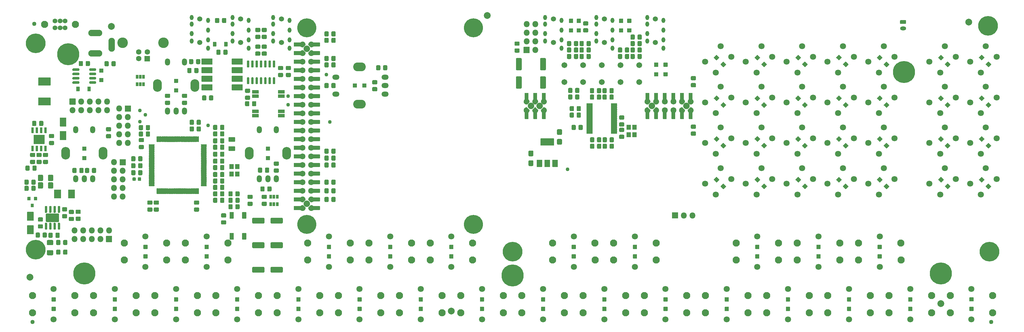
<source format=gbr>
G04 #@! TF.GenerationSoftware,KiCad,Pcbnew,5.1.9*
G04 #@! TF.CreationDate,2021-03-31T15:37:06+02:00*
G04 #@! TF.ProjectId,OTTO-Beta-Main,4f54544f-2d42-4657-9461-2d4d61696e2e,rev?*
G04 #@! TF.SameCoordinates,Original*
G04 #@! TF.FileFunction,Soldermask,Bot*
G04 #@! TF.FilePolarity,Negative*
%FSLAX46Y46*%
G04 Gerber Fmt 4.6, Leading zero omitted, Abs format (unit mm)*
G04 Created by KiCad (PCBNEW 5.1.9) date 2021-03-31 15:37:06*
%MOMM*%
%LPD*%
G01*
G04 APERTURE LIST*
%ADD10O,1.802000X1.802000*%
%ADD11C,1.254000*%
%ADD12C,1.722000*%
%ADD13C,1.902000*%
%ADD14C,0.150000*%
%ADD15C,5.600000*%
%ADD16C,0.902000*%
%ADD17C,6.502000*%
%ADD18O,1.802000X1.102000*%
%ADD19C,1.802000*%
%ADD20C,2.102000*%
%ADD21C,1.402000*%
%ADD22O,1.502000X2.102000*%
%ADD23O,2.602000X3.702000*%
%ADD24O,2.102000X1.502000*%
%ADD25O,3.702000X2.602000*%
%ADD26O,1.102000X1.502000*%
%ADD27C,1.502000*%
%ADD28C,1.102000*%
%ADD29C,2.000000*%
%ADD30C,3.102000*%
%ADD31C,1.602000*%
%ADD32C,5.800000*%
%ADD33O,4.102000X1.902000*%
%ADD34O,1.902000X4.102000*%
%ADD35C,1.702000*%
G04 APERTURE END LIST*
G36*
G01*
X23757100Y-72055000D02*
X24108100Y-72055000D01*
G75*
G02*
X24283600Y-72230500I0J-175500D01*
G01*
X24283600Y-73931500D01*
G75*
G02*
X24108100Y-74107000I-175500J0D01*
G01*
X23757100Y-74107000D01*
G75*
G02*
X23581600Y-73931500I0J175500D01*
G01*
X23581600Y-72230500D01*
G75*
G02*
X23757100Y-72055000I175500J0D01*
G01*
G37*
G36*
G01*
X25027100Y-72055000D02*
X25378100Y-72055000D01*
G75*
G02*
X25553600Y-72230500I0J-175500D01*
G01*
X25553600Y-73931500D01*
G75*
G02*
X25378100Y-74107000I-175500J0D01*
G01*
X25027100Y-74107000D01*
G75*
G02*
X24851600Y-73931500I0J175500D01*
G01*
X24851600Y-72230500D01*
G75*
G02*
X25027100Y-72055000I175500J0D01*
G01*
G37*
G36*
G01*
X26297100Y-72055000D02*
X26648100Y-72055000D01*
G75*
G02*
X26823600Y-72230500I0J-175500D01*
G01*
X26823600Y-73931500D01*
G75*
G02*
X26648100Y-74107000I-175500J0D01*
G01*
X26297100Y-74107000D01*
G75*
G02*
X26121600Y-73931500I0J175500D01*
G01*
X26121600Y-72230500D01*
G75*
G02*
X26297100Y-72055000I175500J0D01*
G01*
G37*
G36*
G01*
X27567100Y-72055000D02*
X27918100Y-72055000D01*
G75*
G02*
X28093600Y-72230500I0J-175500D01*
G01*
X28093600Y-73931500D01*
G75*
G02*
X27918100Y-74107000I-175500J0D01*
G01*
X27567100Y-74107000D01*
G75*
G02*
X27391600Y-73931500I0J175500D01*
G01*
X27391600Y-72230500D01*
G75*
G02*
X27567100Y-72055000I175500J0D01*
G01*
G37*
G36*
G01*
X27567100Y-67105000D02*
X27918100Y-67105000D01*
G75*
G02*
X28093600Y-67280500I0J-175500D01*
G01*
X28093600Y-68981500D01*
G75*
G02*
X27918100Y-69157000I-175500J0D01*
G01*
X27567100Y-69157000D01*
G75*
G02*
X27391600Y-68981500I0J175500D01*
G01*
X27391600Y-67280500D01*
G75*
G02*
X27567100Y-67105000I175500J0D01*
G01*
G37*
G36*
G01*
X26297100Y-67105000D02*
X26648100Y-67105000D01*
G75*
G02*
X26823600Y-67280500I0J-175500D01*
G01*
X26823600Y-68981500D01*
G75*
G02*
X26648100Y-69157000I-175500J0D01*
G01*
X26297100Y-69157000D01*
G75*
G02*
X26121600Y-68981500I0J175500D01*
G01*
X26121600Y-67280500D01*
G75*
G02*
X26297100Y-67105000I175500J0D01*
G01*
G37*
G36*
G01*
X25027100Y-67105000D02*
X25378100Y-67105000D01*
G75*
G02*
X25553600Y-67280500I0J-175500D01*
G01*
X25553600Y-68981500D01*
G75*
G02*
X25378100Y-69157000I-175500J0D01*
G01*
X25027100Y-69157000D01*
G75*
G02*
X24851600Y-68981500I0J175500D01*
G01*
X24851600Y-67280500D01*
G75*
G02*
X25027100Y-67105000I175500J0D01*
G01*
G37*
G36*
G01*
X23757100Y-67105000D02*
X24108100Y-67105000D01*
G75*
G02*
X24283600Y-67280500I0J-175500D01*
G01*
X24283600Y-68981500D01*
G75*
G02*
X24108100Y-69157000I-175500J0D01*
G01*
X23757100Y-69157000D01*
G75*
G02*
X23581600Y-68981500I0J175500D01*
G01*
X23581600Y-67280500D01*
G75*
G02*
X23757100Y-67105000I175500J0D01*
G01*
G37*
G36*
G01*
X24142178Y-69350000D02*
X27533022Y-69350000D01*
G75*
G02*
X27793600Y-69610578I0J-260578D01*
G01*
X27793600Y-71601422D01*
G75*
G02*
X27533022Y-71862000I-260578J0D01*
G01*
X24142178Y-71862000D01*
G75*
G02*
X23881600Y-71601422I0J260578D01*
G01*
X23881600Y-69610578D01*
G75*
G02*
X24142178Y-69350000I260578J0D01*
G01*
G37*
G36*
G01*
X19632600Y-62398028D02*
X19632600Y-61440372D01*
G75*
G02*
X19904772Y-61168200I272172J0D01*
G01*
X20612428Y-61168200D01*
G75*
G02*
X20884600Y-61440372I0J-272172D01*
G01*
X20884600Y-62398028D01*
G75*
G02*
X20612428Y-62670200I-272172J0D01*
G01*
X19904772Y-62670200D01*
G75*
G02*
X19632600Y-62398028I0J272172D01*
G01*
G37*
G36*
G01*
X17582600Y-62398028D02*
X17582600Y-61440372D01*
G75*
G02*
X17854772Y-61168200I272172J0D01*
G01*
X18562428Y-61168200D01*
G75*
G02*
X18834600Y-61440372I0J-272172D01*
G01*
X18834600Y-62398028D01*
G75*
G02*
X18562428Y-62670200I-272172J0D01*
G01*
X17854772Y-62670200D01*
G75*
G02*
X17582600Y-62398028I0J272172D01*
G01*
G37*
G36*
G01*
X19632600Y-60569228D02*
X19632600Y-59611572D01*
G75*
G02*
X19904772Y-59339400I272172J0D01*
G01*
X20612428Y-59339400D01*
G75*
G02*
X20884600Y-59611572I0J-272172D01*
G01*
X20884600Y-60569228D01*
G75*
G02*
X20612428Y-60841400I-272172J0D01*
G01*
X19904772Y-60841400D01*
G75*
G02*
X19632600Y-60569228I0J272172D01*
G01*
G37*
G36*
G01*
X17582600Y-60569228D02*
X17582600Y-59611572D01*
G75*
G02*
X17854772Y-59339400I272172J0D01*
G01*
X18562428Y-59339400D01*
G75*
G02*
X18834600Y-59611572I0J-272172D01*
G01*
X18834600Y-60569228D01*
G75*
G02*
X18562428Y-60841400I-272172J0D01*
G01*
X17854772Y-60841400D01*
G75*
G02*
X17582600Y-60569228I0J272172D01*
G01*
G37*
G36*
G01*
X28181800Y-80261772D02*
X28181800Y-81219428D01*
G75*
G02*
X27909628Y-81491600I-272172J0D01*
G01*
X27201972Y-81491600D01*
G75*
G02*
X26929800Y-81219428I0J272172D01*
G01*
X26929800Y-80261772D01*
G75*
G02*
X27201972Y-79989600I272172J0D01*
G01*
X27909628Y-79989600D01*
G75*
G02*
X28181800Y-80261772I0J-272172D01*
G01*
G37*
G36*
G01*
X30231800Y-80261772D02*
X30231800Y-81219428D01*
G75*
G02*
X29959628Y-81491600I-272172J0D01*
G01*
X29251972Y-81491600D01*
G75*
G02*
X28979800Y-81219428I0J272172D01*
G01*
X28979800Y-80261772D01*
G75*
G02*
X29251972Y-79989600I272172J0D01*
G01*
X29959628Y-79989600D01*
G75*
G02*
X30231800Y-80261772I0J-272172D01*
G01*
G37*
G36*
G01*
X32927972Y-70268400D02*
X33885628Y-70268400D01*
G75*
G02*
X34157800Y-70540572I0J-272172D01*
G01*
X34157800Y-71248228D01*
G75*
G02*
X33885628Y-71520400I-272172J0D01*
G01*
X32927972Y-71520400D01*
G75*
G02*
X32655800Y-71248228I0J272172D01*
G01*
X32655800Y-70540572D01*
G75*
G02*
X32927972Y-70268400I272172J0D01*
G01*
G37*
G36*
G01*
X32927972Y-68218400D02*
X33885628Y-68218400D01*
G75*
G02*
X34157800Y-68490572I0J-272172D01*
G01*
X34157800Y-69198228D01*
G75*
G02*
X33885628Y-69470400I-272172J0D01*
G01*
X32927972Y-69470400D01*
G75*
G02*
X32655800Y-69198228I0J272172D01*
G01*
X32655800Y-68490572D01*
G75*
G02*
X32927972Y-68218400I272172J0D01*
G01*
G37*
G36*
G01*
X28181800Y-77416972D02*
X28181800Y-78374628D01*
G75*
G02*
X27909628Y-78646800I-272172J0D01*
G01*
X27201972Y-78646800D01*
G75*
G02*
X26929800Y-78374628I0J272172D01*
G01*
X26929800Y-77416972D01*
G75*
G02*
X27201972Y-77144800I272172J0D01*
G01*
X27909628Y-77144800D01*
G75*
G02*
X28181800Y-77416972I0J-272172D01*
G01*
G37*
G36*
G01*
X30231800Y-77416972D02*
X30231800Y-78374628D01*
G75*
G02*
X29959628Y-78646800I-272172J0D01*
G01*
X29251972Y-78646800D01*
G75*
G02*
X28979800Y-78374628I0J272172D01*
G01*
X28979800Y-77416972D01*
G75*
G02*
X29251972Y-77144800I272172J0D01*
G01*
X29959628Y-77144800D01*
G75*
G02*
X30231800Y-77416972I0J-272172D01*
G01*
G37*
G36*
G01*
X30921372Y-70319200D02*
X31879028Y-70319200D01*
G75*
G02*
X32151200Y-70591372I0J-272172D01*
G01*
X32151200Y-71299028D01*
G75*
G02*
X31879028Y-71571200I-272172J0D01*
G01*
X30921372Y-71571200D01*
G75*
G02*
X30649200Y-71299028I0J272172D01*
G01*
X30649200Y-70591372D01*
G75*
G02*
X30921372Y-70319200I272172J0D01*
G01*
G37*
G36*
G01*
X30921372Y-68269200D02*
X31879028Y-68269200D01*
G75*
G02*
X32151200Y-68541372I0J-272172D01*
G01*
X32151200Y-69249028D01*
G75*
G02*
X31879028Y-69521200I-272172J0D01*
G01*
X30921372Y-69521200D01*
G75*
G02*
X30649200Y-69249028I0J272172D01*
G01*
X30649200Y-68541372D01*
G75*
G02*
X30921372Y-68269200I272172J0D01*
G01*
G37*
G36*
G01*
X22136600Y-75232572D02*
X22136600Y-76190228D01*
G75*
G02*
X21864428Y-76462400I-272172J0D01*
G01*
X21156772Y-76462400D01*
G75*
G02*
X20884600Y-76190228I0J272172D01*
G01*
X20884600Y-75232572D01*
G75*
G02*
X21156772Y-74960400I272172J0D01*
G01*
X21864428Y-74960400D01*
G75*
G02*
X22136600Y-75232572I0J-272172D01*
G01*
G37*
G36*
G01*
X24186600Y-75232572D02*
X24186600Y-76190228D01*
G75*
G02*
X23914428Y-76462400I-272172J0D01*
G01*
X23206772Y-76462400D01*
G75*
G02*
X22934600Y-76190228I0J272172D01*
G01*
X22934600Y-75232572D01*
G75*
G02*
X23206772Y-74960400I272172J0D01*
G01*
X23914428Y-74960400D01*
G75*
G02*
X24186600Y-75232572I0J-272172D01*
G01*
G37*
G36*
G01*
X19494000Y-66456800D02*
X20294000Y-66456800D01*
G75*
G02*
X20345000Y-66507800I0J-51000D01*
G01*
X20345000Y-67407800D01*
G75*
G02*
X20294000Y-67458800I-51000J0D01*
G01*
X19494000Y-67458800D01*
G75*
G02*
X19443000Y-67407800I0J51000D01*
G01*
X19443000Y-66507800D01*
G75*
G02*
X19494000Y-66456800I51000J0D01*
G01*
G37*
G36*
G01*
X20444000Y-64456800D02*
X21244000Y-64456800D01*
G75*
G02*
X21295000Y-64507800I0J-51000D01*
G01*
X21295000Y-65407800D01*
G75*
G02*
X21244000Y-65458800I-51000J0D01*
G01*
X20444000Y-65458800D01*
G75*
G02*
X20393000Y-65407800I0J51000D01*
G01*
X20393000Y-64507800D01*
G75*
G02*
X20444000Y-64456800I51000J0D01*
G01*
G37*
G36*
G01*
X18544000Y-64456800D02*
X19344000Y-64456800D01*
G75*
G02*
X19395000Y-64507800I0J-51000D01*
G01*
X19395000Y-65407800D01*
G75*
G02*
X19344000Y-65458800I-51000J0D01*
G01*
X18544000Y-65458800D01*
G75*
G02*
X18493000Y-65407800I0J51000D01*
G01*
X18493000Y-64507800D01*
G75*
G02*
X18544000Y-64456800I51000J0D01*
G01*
G37*
G36*
G01*
X30442600Y-64845600D02*
X30442600Y-62345600D01*
G75*
G02*
X30493600Y-62294600I51000J0D01*
G01*
X32393600Y-62294600D01*
G75*
G02*
X32444600Y-62345600I0J-51000D01*
G01*
X32444600Y-64845600D01*
G75*
G02*
X32393600Y-64896600I-51000J0D01*
G01*
X30493600Y-64896600D01*
G75*
G02*
X30442600Y-64845600I0J51000D01*
G01*
G37*
G36*
G01*
X26342600Y-64845600D02*
X26342600Y-62345600D01*
G75*
G02*
X26393600Y-62294600I51000J0D01*
G01*
X28293600Y-62294600D01*
G75*
G02*
X28344600Y-62345600I0J-51000D01*
G01*
X28344600Y-64845600D01*
G75*
G02*
X28293600Y-64896600I-51000J0D01*
G01*
X26393600Y-64896600D01*
G75*
G02*
X26342600Y-64845600I0J51000D01*
G01*
G37*
G36*
G01*
X18435200Y-72854400D02*
X20235200Y-72854400D01*
G75*
G02*
X20286200Y-72905400I0J-51000D01*
G01*
X20286200Y-75405400D01*
G75*
G02*
X20235200Y-75456400I-51000J0D01*
G01*
X18435200Y-75456400D01*
G75*
G02*
X18384200Y-75405400I0J51000D01*
G01*
X18384200Y-72905400D01*
G75*
G02*
X18435200Y-72854400I51000J0D01*
G01*
G37*
G36*
G01*
X18435200Y-68854400D02*
X20235200Y-68854400D01*
G75*
G02*
X20286200Y-68905400I0J-51000D01*
G01*
X20286200Y-71405400D01*
G75*
G02*
X20235200Y-71456400I-51000J0D01*
G01*
X18435200Y-71456400D01*
G75*
G02*
X18384200Y-71405400I0J51000D01*
G01*
X18384200Y-68905400D01*
G75*
G02*
X18435200Y-68854400I51000J0D01*
G01*
G37*
G36*
G01*
X23081600Y-58187694D02*
X23081600Y-59503906D01*
G75*
G02*
X22813706Y-59771800I-267894J0D01*
G01*
X21822494Y-59771800D01*
G75*
G02*
X21554600Y-59503906I0J267894D01*
G01*
X21554600Y-58187694D01*
G75*
G02*
X21822494Y-57919800I267894J0D01*
G01*
X22813706Y-57919800D01*
G75*
G02*
X23081600Y-58187694I0J-267894D01*
G01*
G37*
G36*
G01*
X26056600Y-58187694D02*
X26056600Y-59503906D01*
G75*
G02*
X25788706Y-59771800I-267894J0D01*
G01*
X24797494Y-59771800D01*
G75*
G02*
X24529600Y-59503906I0J267894D01*
G01*
X24529600Y-58187694D01*
G75*
G02*
X24797494Y-57919800I267894J0D01*
G01*
X25788706Y-57919800D01*
G75*
G02*
X26056600Y-58187694I0J-267894D01*
G01*
G37*
G36*
G01*
X23081600Y-60397494D02*
X23081600Y-61713706D01*
G75*
G02*
X22813706Y-61981600I-267894J0D01*
G01*
X21822494Y-61981600D01*
G75*
G02*
X21554600Y-61713706I0J267894D01*
G01*
X21554600Y-60397494D01*
G75*
G02*
X21822494Y-60129600I267894J0D01*
G01*
X22813706Y-60129600D01*
G75*
G02*
X23081600Y-60397494I0J-267894D01*
G01*
G37*
G36*
G01*
X26056600Y-60397494D02*
X26056600Y-61713706D01*
G75*
G02*
X25788706Y-61981600I-267894J0D01*
G01*
X24797494Y-61981600D01*
G75*
G02*
X24529600Y-61713706I0J267894D01*
G01*
X24529600Y-60397494D01*
G75*
G02*
X24797494Y-60129600I267894J0D01*
G01*
X25788706Y-60129600D01*
G75*
G02*
X26056600Y-60397494I0J-267894D01*
G01*
G37*
G36*
G01*
X24468294Y-80143800D02*
X25784506Y-80143800D01*
G75*
G02*
X26052400Y-80411694I0J-267894D01*
G01*
X26052400Y-81402906D01*
G75*
G02*
X25784506Y-81670800I-267894J0D01*
G01*
X24468294Y-81670800D01*
G75*
G02*
X24200400Y-81402906I0J267894D01*
G01*
X24200400Y-80411694D01*
G75*
G02*
X24468294Y-80143800I267894J0D01*
G01*
G37*
G36*
G01*
X24468294Y-77168800D02*
X25784506Y-77168800D01*
G75*
G02*
X26052400Y-77436694I0J-267894D01*
G01*
X26052400Y-78427906D01*
G75*
G02*
X25784506Y-78695800I-267894J0D01*
G01*
X24468294Y-78695800D01*
G75*
G02*
X24200400Y-78427906I0J267894D01*
G01*
X24200400Y-77436694D01*
G75*
G02*
X24468294Y-77168800I267894J0D01*
G01*
G37*
G36*
G01*
X25921200Y-75283372D02*
X25921200Y-76241028D01*
G75*
G02*
X25649028Y-76513200I-272172J0D01*
G01*
X24941372Y-76513200D01*
G75*
G02*
X24669200Y-76241028I0J272172D01*
G01*
X24669200Y-75283372D01*
G75*
G02*
X24941372Y-75011200I272172J0D01*
G01*
X25649028Y-75011200D01*
G75*
G02*
X25921200Y-75283372I0J-272172D01*
G01*
G37*
G36*
G01*
X27971200Y-75283372D02*
X27971200Y-76241028D01*
G75*
G02*
X27699028Y-76513200I-272172J0D01*
G01*
X26991372Y-76513200D01*
G75*
G02*
X26719200Y-76241028I0J272172D01*
G01*
X26719200Y-75283372D01*
G75*
G02*
X26991372Y-75011200I272172J0D01*
G01*
X27699028Y-75011200D01*
G75*
G02*
X27971200Y-75283372I0J-272172D01*
G01*
G37*
G36*
G01*
X22785828Y-71731000D02*
X21828172Y-71731000D01*
G75*
G02*
X21556000Y-71458828I0J272172D01*
G01*
X21556000Y-70751172D01*
G75*
G02*
X21828172Y-70479000I272172J0D01*
G01*
X22785828Y-70479000D01*
G75*
G02*
X23058000Y-70751172I0J-272172D01*
G01*
X23058000Y-71458828D01*
G75*
G02*
X22785828Y-71731000I-272172J0D01*
G01*
G37*
G36*
G01*
X22785828Y-73781000D02*
X21828172Y-73781000D01*
G75*
G02*
X21556000Y-73508828I0J272172D01*
G01*
X21556000Y-72801172D01*
G75*
G02*
X21828172Y-72529000I272172J0D01*
G01*
X22785828Y-72529000D01*
G75*
G02*
X23058000Y-72801172I0J-272172D01*
G01*
X23058000Y-73508828D01*
G75*
G02*
X22785828Y-73781000I-272172J0D01*
G01*
G37*
G36*
G01*
X28940172Y-69531800D02*
X29897828Y-69531800D01*
G75*
G02*
X30170000Y-69803972I0J-272172D01*
G01*
X30170000Y-70511628D01*
G75*
G02*
X29897828Y-70783800I-272172J0D01*
G01*
X28940172Y-70783800D01*
G75*
G02*
X28668000Y-70511628I0J272172D01*
G01*
X28668000Y-69803972D01*
G75*
G02*
X28940172Y-69531800I272172J0D01*
G01*
G37*
G36*
G01*
X28940172Y-67481800D02*
X29897828Y-67481800D01*
G75*
G02*
X30170000Y-67753972I0J-272172D01*
G01*
X30170000Y-68461628D01*
G75*
G02*
X29897828Y-68733800I-272172J0D01*
G01*
X28940172Y-68733800D01*
G75*
G02*
X28668000Y-68461628I0J272172D01*
G01*
X28668000Y-67753972D01*
G75*
G02*
X28940172Y-67481800I272172J0D01*
G01*
G37*
G36*
G01*
X19139400Y-55471372D02*
X19139400Y-56429028D01*
G75*
G02*
X18867228Y-56701200I-272172J0D01*
G01*
X18159572Y-56701200D01*
G75*
G02*
X17887400Y-56429028I0J272172D01*
G01*
X17887400Y-55471372D01*
G75*
G02*
X18159572Y-55199200I272172J0D01*
G01*
X18867228Y-55199200D01*
G75*
G02*
X19139400Y-55471372I0J-272172D01*
G01*
G37*
G36*
G01*
X21189400Y-55471372D02*
X21189400Y-56429028D01*
G75*
G02*
X20917228Y-56701200I-272172J0D01*
G01*
X20209572Y-56701200D01*
G75*
G02*
X19937400Y-56429028I0J272172D01*
G01*
X19937400Y-55471372D01*
G75*
G02*
X20209572Y-55199200I272172J0D01*
G01*
X20917228Y-55199200D01*
G75*
G02*
X21189400Y-55471372I0J-272172D01*
G01*
G37*
D10*
X41915800Y-38856000D03*
X41915800Y-36316000D03*
X39375800Y-38856000D03*
X39375800Y-36316000D03*
X36835800Y-38856000D03*
X36835800Y-36316000D03*
X34295800Y-38856000D03*
X34295800Y-36316000D03*
X31755800Y-38856000D03*
G36*
G01*
X30905800Y-35415000D02*
X32605800Y-35415000D01*
G75*
G02*
X32656800Y-35466000I0J-51000D01*
G01*
X32656800Y-37166000D01*
G75*
G02*
X32605800Y-37217000I-51000J0D01*
G01*
X30905800Y-37217000D01*
G75*
G02*
X30854800Y-37166000I0J51000D01*
G01*
X30854800Y-35466000D01*
G75*
G02*
X30905800Y-35415000I51000J0D01*
G01*
G37*
X45497200Y-48533400D03*
X48037200Y-48533400D03*
X45497200Y-45993400D03*
X48037200Y-45993400D03*
X45497200Y-43453400D03*
X48037200Y-43453400D03*
X45497200Y-40913400D03*
X48037200Y-40913400D03*
X45497200Y-38373400D03*
G36*
G01*
X48938200Y-37523400D02*
X48938200Y-39223400D01*
G75*
G02*
X48887200Y-39274400I-51000J0D01*
G01*
X47187200Y-39274400D01*
G75*
G02*
X47136200Y-39223400I0J51000D01*
G01*
X47136200Y-37523400D01*
G75*
G02*
X47187200Y-37472400I51000J0D01*
G01*
X48887200Y-37472400D01*
G75*
G02*
X48938200Y-37523400I0J-51000D01*
G01*
G37*
X43973200Y-64383000D03*
X46513200Y-64383000D03*
X43973200Y-61843000D03*
X46513200Y-61843000D03*
X43973200Y-59303000D03*
X46513200Y-59303000D03*
X43973200Y-56763000D03*
X46513200Y-56763000D03*
X43973200Y-54223000D03*
G36*
G01*
X47414200Y-53373000D02*
X47414200Y-55073000D01*
G75*
G02*
X47363200Y-55124000I-51000J0D01*
G01*
X45663200Y-55124000D01*
G75*
G02*
X45612200Y-55073000I0J51000D01*
G01*
X45612200Y-53373000D01*
G75*
G02*
X45663200Y-53322000I51000J0D01*
G01*
X47363200Y-53322000D01*
G75*
G02*
X47414200Y-53373000I0J-51000D01*
G01*
G37*
X32314600Y-74339800D03*
X32314600Y-76879800D03*
X34854600Y-74339800D03*
X34854600Y-76879800D03*
X37394600Y-74339800D03*
X37394600Y-76879800D03*
X39934600Y-74339800D03*
X39934600Y-76879800D03*
X42474600Y-74339800D03*
G36*
G01*
X43324600Y-77780800D02*
X41624600Y-77780800D01*
G75*
G02*
X41573600Y-77729800I0J51000D01*
G01*
X41573600Y-76029800D01*
G75*
G02*
X41624600Y-75978800I51000J0D01*
G01*
X43324600Y-75978800D01*
G75*
G02*
X43375600Y-76029800I0J-51000D01*
G01*
X43375600Y-77729800D01*
G75*
G02*
X43324600Y-77780800I-51000J0D01*
G01*
G37*
G36*
G01*
X25220000Y-37451000D02*
X21720000Y-37451000D01*
G75*
G02*
X21669000Y-37400000I0J51000D01*
G01*
X21669000Y-35200000D01*
G75*
G02*
X21720000Y-35149000I51000J0D01*
G01*
X25220000Y-35149000D01*
G75*
G02*
X25271000Y-35200000I0J-51000D01*
G01*
X25271000Y-37400000D01*
G75*
G02*
X25220000Y-37451000I-51000J0D01*
G01*
G37*
G36*
G01*
X25220000Y-31551000D02*
X21720000Y-31551000D01*
G75*
G02*
X21669000Y-31500000I0J51000D01*
G01*
X21669000Y-29300000D01*
G75*
G02*
X21720000Y-29249000I51000J0D01*
G01*
X25220000Y-29249000D01*
G75*
G02*
X25271000Y-29300000I0J-51000D01*
G01*
X25271000Y-31500000D01*
G75*
G02*
X25220000Y-31551000I-51000J0D01*
G01*
G37*
G36*
G01*
X23452400Y-48821200D02*
X20352400Y-48821200D01*
G75*
G02*
X20301400Y-48770200I0J51000D01*
G01*
X20301400Y-46170200D01*
G75*
G02*
X20352400Y-46119200I51000J0D01*
G01*
X23452400Y-46119200D01*
G75*
G02*
X23503400Y-46170200I0J-51000D01*
G01*
X23503400Y-48770200D01*
G75*
G02*
X23452400Y-48821200I-51000J0D01*
G01*
G37*
G36*
G01*
X24107400Y-50996200D02*
X23507400Y-50996200D01*
G75*
G02*
X23456400Y-50945200I0J51000D01*
G01*
X23456400Y-49395200D01*
G75*
G02*
X23507400Y-49344200I51000J0D01*
G01*
X24107400Y-49344200D01*
G75*
G02*
X24158400Y-49395200I0J-51000D01*
G01*
X24158400Y-50945200D01*
G75*
G02*
X24107400Y-50996200I-51000J0D01*
G01*
G37*
G36*
G01*
X22837400Y-50996200D02*
X22237400Y-50996200D01*
G75*
G02*
X22186400Y-50945200I0J51000D01*
G01*
X22186400Y-49395200D01*
G75*
G02*
X22237400Y-49344200I51000J0D01*
G01*
X22837400Y-49344200D01*
G75*
G02*
X22888400Y-49395200I0J-51000D01*
G01*
X22888400Y-50945200D01*
G75*
G02*
X22837400Y-50996200I-51000J0D01*
G01*
G37*
G36*
G01*
X21567400Y-50996200D02*
X20967400Y-50996200D01*
G75*
G02*
X20916400Y-50945200I0J51000D01*
G01*
X20916400Y-49395200D01*
G75*
G02*
X20967400Y-49344200I51000J0D01*
G01*
X21567400Y-49344200D01*
G75*
G02*
X21618400Y-49395200I0J-51000D01*
G01*
X21618400Y-50945200D01*
G75*
G02*
X21567400Y-50996200I-51000J0D01*
G01*
G37*
G36*
G01*
X20297400Y-50996200D02*
X19697400Y-50996200D01*
G75*
G02*
X19646400Y-50945200I0J51000D01*
G01*
X19646400Y-49395200D01*
G75*
G02*
X19697400Y-49344200I51000J0D01*
G01*
X20297400Y-49344200D01*
G75*
G02*
X20348400Y-49395200I0J-51000D01*
G01*
X20348400Y-50945200D01*
G75*
G02*
X20297400Y-50996200I-51000J0D01*
G01*
G37*
G36*
G01*
X20297400Y-45596200D02*
X19697400Y-45596200D01*
G75*
G02*
X19646400Y-45545200I0J51000D01*
G01*
X19646400Y-43995200D01*
G75*
G02*
X19697400Y-43944200I51000J0D01*
G01*
X20297400Y-43944200D01*
G75*
G02*
X20348400Y-43995200I0J-51000D01*
G01*
X20348400Y-45545200D01*
G75*
G02*
X20297400Y-45596200I-51000J0D01*
G01*
G37*
G36*
G01*
X21567400Y-45596200D02*
X20967400Y-45596200D01*
G75*
G02*
X20916400Y-45545200I0J51000D01*
G01*
X20916400Y-43995200D01*
G75*
G02*
X20967400Y-43944200I51000J0D01*
G01*
X21567400Y-43944200D01*
G75*
G02*
X21618400Y-43995200I0J-51000D01*
G01*
X21618400Y-45545200D01*
G75*
G02*
X21567400Y-45596200I-51000J0D01*
G01*
G37*
G36*
G01*
X22837400Y-45596200D02*
X22237400Y-45596200D01*
G75*
G02*
X22186400Y-45545200I0J51000D01*
G01*
X22186400Y-43995200D01*
G75*
G02*
X22237400Y-43944200I51000J0D01*
G01*
X22837400Y-43944200D01*
G75*
G02*
X22888400Y-43995200I0J-51000D01*
G01*
X22888400Y-45545200D01*
G75*
G02*
X22837400Y-45596200I-51000J0D01*
G01*
G37*
G36*
G01*
X24107400Y-45596200D02*
X23507400Y-45596200D01*
G75*
G02*
X23456400Y-45545200I0J51000D01*
G01*
X23456400Y-43995200D01*
G75*
G02*
X23507400Y-43944200I51000J0D01*
G01*
X24107400Y-43944200D01*
G75*
G02*
X24158400Y-43995200I0J-51000D01*
G01*
X24158400Y-45545200D01*
G75*
G02*
X24107400Y-45596200I-51000J0D01*
G01*
G37*
G36*
G01*
X175457113Y-49038500D02*
X174542887Y-49038500D01*
G75*
G02*
X174274000Y-48769613I0J268887D01*
G01*
X174274000Y-47630387D01*
G75*
G02*
X174542887Y-47361500I268887J0D01*
G01*
X175457113Y-47361500D01*
G75*
G02*
X175726000Y-47630387I0J-268887D01*
G01*
X175726000Y-48769613D01*
G75*
G02*
X175457113Y-49038500I-268887J0D01*
G01*
G37*
G36*
G01*
X175457113Y-46163500D02*
X174542887Y-46163500D01*
G75*
G02*
X174274000Y-45894613I0J268887D01*
G01*
X174274000Y-44755387D01*
G75*
G02*
X174542887Y-44486500I268887J0D01*
G01*
X175457113Y-44486500D01*
G75*
G02*
X175726000Y-44755387I0J-268887D01*
G01*
X175726000Y-45894613D01*
G75*
G02*
X175457113Y-46163500I-268887J0D01*
G01*
G37*
G36*
G01*
X167057113Y-55338500D02*
X166142887Y-55338500D01*
G75*
G02*
X165874000Y-55069613I0J268887D01*
G01*
X165874000Y-53930387D01*
G75*
G02*
X166142887Y-53661500I268887J0D01*
G01*
X167057113Y-53661500D01*
G75*
G02*
X167326000Y-53930387I0J-268887D01*
G01*
X167326000Y-55069613D01*
G75*
G02*
X167057113Y-55338500I-268887J0D01*
G01*
G37*
G36*
G01*
X167057113Y-52463500D02*
X166142887Y-52463500D01*
G75*
G02*
X165874000Y-52194613I0J268887D01*
G01*
X165874000Y-51055387D01*
G75*
G02*
X166142887Y-50786500I268887J0D01*
G01*
X167057113Y-50786500D01*
G75*
G02*
X167326000Y-51055387I0J-268887D01*
G01*
X167326000Y-52194613D01*
G75*
G02*
X167057113Y-52463500I-268887J0D01*
G01*
G37*
G36*
G01*
X170723063Y-32491000D02*
X169552937Y-32491000D01*
G75*
G02*
X169287000Y-32225063I0J265937D01*
G01*
X169287000Y-29154937D01*
G75*
G02*
X169552937Y-28889000I265937J0D01*
G01*
X170723063Y-28889000D01*
G75*
G02*
X170989000Y-29154937I0J-265937D01*
G01*
X170989000Y-32225063D01*
G75*
G02*
X170723063Y-32491000I-265937J0D01*
G01*
G37*
G36*
G01*
X170723063Y-27091000D02*
X169552937Y-27091000D01*
G75*
G02*
X169287000Y-26825063I0J265937D01*
G01*
X169287000Y-23754937D01*
G75*
G02*
X169552937Y-23489000I265937J0D01*
G01*
X170723063Y-23489000D01*
G75*
G02*
X170989000Y-23754937I0J-265937D01*
G01*
X170989000Y-26825063D01*
G75*
G02*
X170723063Y-27091000I-265937J0D01*
G01*
G37*
G36*
G01*
X163611063Y-32491000D02*
X162440937Y-32491000D01*
G75*
G02*
X162175000Y-32225063I0J265937D01*
G01*
X162175000Y-29154937D01*
G75*
G02*
X162440937Y-28889000I265937J0D01*
G01*
X163611063Y-28889000D01*
G75*
G02*
X163877000Y-29154937I0J-265937D01*
G01*
X163877000Y-32225063D01*
G75*
G02*
X163611063Y-32491000I-265937J0D01*
G01*
G37*
G36*
G01*
X163611063Y-27091000D02*
X162440937Y-27091000D01*
G75*
G02*
X162175000Y-26825063I0J265937D01*
G01*
X162175000Y-23754937D01*
G75*
G02*
X162440937Y-23489000I265937J0D01*
G01*
X163611063Y-23489000D01*
G75*
G02*
X163877000Y-23754937I0J-265937D01*
G01*
X163877000Y-26825063D01*
G75*
G02*
X163611063Y-27091000I-265937J0D01*
G01*
G37*
G36*
G01*
X93601000Y-70864937D02*
X93601000Y-72035063D01*
G75*
G02*
X93335063Y-72301000I-265937J0D01*
G01*
X90264937Y-72301000D01*
G75*
G02*
X89999000Y-72035063I0J265937D01*
G01*
X89999000Y-70864937D01*
G75*
G02*
X90264937Y-70599000I265937J0D01*
G01*
X93335063Y-70599000D01*
G75*
G02*
X93601000Y-70864937I0J-265937D01*
G01*
G37*
G36*
G01*
X88201000Y-70864937D02*
X88201000Y-72035063D01*
G75*
G02*
X87935063Y-72301000I-265937J0D01*
G01*
X84864937Y-72301000D01*
G75*
G02*
X84599000Y-72035063I0J265937D01*
G01*
X84599000Y-70864937D01*
G75*
G02*
X84864937Y-70599000I265937J0D01*
G01*
X87935063Y-70599000D01*
G75*
G02*
X88201000Y-70864937I0J-265937D01*
G01*
G37*
G36*
G01*
X93601000Y-78114937D02*
X93601000Y-79285063D01*
G75*
G02*
X93335063Y-79551000I-265937J0D01*
G01*
X90264937Y-79551000D01*
G75*
G02*
X89999000Y-79285063I0J265937D01*
G01*
X89999000Y-78114937D01*
G75*
G02*
X90264937Y-77849000I265937J0D01*
G01*
X93335063Y-77849000D01*
G75*
G02*
X93601000Y-78114937I0J-265937D01*
G01*
G37*
G36*
G01*
X88201000Y-78114937D02*
X88201000Y-79285063D01*
G75*
G02*
X87935063Y-79551000I-265937J0D01*
G01*
X84864937Y-79551000D01*
G75*
G02*
X84599000Y-79285063I0J265937D01*
G01*
X84599000Y-78114937D01*
G75*
G02*
X84864937Y-77849000I265937J0D01*
G01*
X87935063Y-77849000D01*
G75*
G02*
X88201000Y-78114937I0J-265937D01*
G01*
G37*
G36*
G01*
X93601000Y-85364937D02*
X93601000Y-86535063D01*
G75*
G02*
X93335063Y-86801000I-265937J0D01*
G01*
X90264937Y-86801000D01*
G75*
G02*
X89999000Y-86535063I0J265937D01*
G01*
X89999000Y-85364937D01*
G75*
G02*
X90264937Y-85099000I265937J0D01*
G01*
X93335063Y-85099000D01*
G75*
G02*
X93601000Y-85364937I0J-265937D01*
G01*
G37*
G36*
G01*
X88201000Y-85364937D02*
X88201000Y-86535063D01*
G75*
G02*
X87935063Y-86801000I-265937J0D01*
G01*
X84864937Y-86801000D01*
G75*
G02*
X84599000Y-86535063I0J265937D01*
G01*
X84599000Y-85364937D01*
G75*
G02*
X84864937Y-85099000I265937J0D01*
G01*
X87935063Y-85099000D01*
G75*
G02*
X88201000Y-85364937I0J-265937D01*
G01*
G37*
G36*
G01*
X72906000Y-23715000D02*
X72906000Y-25315000D01*
G75*
G02*
X72855000Y-25366000I-51000J0D01*
G01*
X69755000Y-25366000D01*
G75*
G02*
X69704000Y-25315000I0J51000D01*
G01*
X69704000Y-23715000D01*
G75*
G02*
X69755000Y-23664000I51000J0D01*
G01*
X72855000Y-23664000D01*
G75*
G02*
X72906000Y-23715000I0J-51000D01*
G01*
G37*
G36*
G01*
X81796000Y-31335000D02*
X81796000Y-32935000D01*
G75*
G02*
X81745000Y-32986000I-51000J0D01*
G01*
X78645000Y-32986000D01*
G75*
G02*
X78594000Y-32935000I0J51000D01*
G01*
X78594000Y-31335000D01*
G75*
G02*
X78645000Y-31284000I51000J0D01*
G01*
X81745000Y-31284000D01*
G75*
G02*
X81796000Y-31335000I0J-51000D01*
G01*
G37*
G36*
G01*
X72906000Y-26255000D02*
X72906000Y-27855000D01*
G75*
G02*
X72855000Y-27906000I-51000J0D01*
G01*
X69755000Y-27906000D01*
G75*
G02*
X69704000Y-27855000I0J51000D01*
G01*
X69704000Y-26255000D01*
G75*
G02*
X69755000Y-26204000I51000J0D01*
G01*
X72855000Y-26204000D01*
G75*
G02*
X72906000Y-26255000I0J-51000D01*
G01*
G37*
G36*
G01*
X81796000Y-28795000D02*
X81796000Y-30395000D01*
G75*
G02*
X81745000Y-30446000I-51000J0D01*
G01*
X78645000Y-30446000D01*
G75*
G02*
X78594000Y-30395000I0J51000D01*
G01*
X78594000Y-28795000D01*
G75*
G02*
X78645000Y-28744000I51000J0D01*
G01*
X81745000Y-28744000D01*
G75*
G02*
X81796000Y-28795000I0J-51000D01*
G01*
G37*
G36*
G01*
X72906000Y-28795000D02*
X72906000Y-30395000D01*
G75*
G02*
X72855000Y-30446000I-51000J0D01*
G01*
X69755000Y-30446000D01*
G75*
G02*
X69704000Y-30395000I0J51000D01*
G01*
X69704000Y-28795000D01*
G75*
G02*
X69755000Y-28744000I51000J0D01*
G01*
X72855000Y-28744000D01*
G75*
G02*
X72906000Y-28795000I0J-51000D01*
G01*
G37*
G36*
G01*
X81796000Y-26255000D02*
X81796000Y-27855000D01*
G75*
G02*
X81745000Y-27906000I-51000J0D01*
G01*
X78645000Y-27906000D01*
G75*
G02*
X78594000Y-27855000I0J51000D01*
G01*
X78594000Y-26255000D01*
G75*
G02*
X78645000Y-26204000I51000J0D01*
G01*
X81745000Y-26204000D01*
G75*
G02*
X81796000Y-26255000I0J-51000D01*
G01*
G37*
G36*
G01*
X72906000Y-31335000D02*
X72906000Y-32935000D01*
G75*
G02*
X72855000Y-32986000I-51000J0D01*
G01*
X69755000Y-32986000D01*
G75*
G02*
X69704000Y-32935000I0J51000D01*
G01*
X69704000Y-31335000D01*
G75*
G02*
X69755000Y-31284000I51000J0D01*
G01*
X72855000Y-31284000D01*
G75*
G02*
X72906000Y-31335000I0J-51000D01*
G01*
G37*
G36*
G01*
X81796000Y-23715000D02*
X81796000Y-25315000D01*
G75*
G02*
X81745000Y-25366000I-51000J0D01*
G01*
X78645000Y-25366000D01*
G75*
G02*
X78594000Y-25315000I0J51000D01*
G01*
X78594000Y-23715000D01*
G75*
G02*
X78645000Y-23664000I51000J0D01*
G01*
X81745000Y-23664000D01*
G75*
G02*
X81796000Y-23715000I0J-51000D01*
G01*
G37*
G36*
G01*
X28070000Y-45049000D02*
X29870000Y-45049000D01*
G75*
G02*
X29921000Y-45100000I0J-51000D01*
G01*
X29921000Y-47600000D01*
G75*
G02*
X29870000Y-47651000I-51000J0D01*
G01*
X28070000Y-47651000D01*
G75*
G02*
X28019000Y-47600000I0J51000D01*
G01*
X28019000Y-45100000D01*
G75*
G02*
X28070000Y-45049000I51000J0D01*
G01*
G37*
G36*
G01*
X28070000Y-41049000D02*
X29870000Y-41049000D01*
G75*
G02*
X29921000Y-41100000I0J-51000D01*
G01*
X29921000Y-43600000D01*
G75*
G02*
X29870000Y-43651000I-51000J0D01*
G01*
X28070000Y-43651000D01*
G75*
G02*
X28019000Y-43600000I0J51000D01*
G01*
X28019000Y-41100000D01*
G75*
G02*
X28070000Y-41049000I51000J0D01*
G01*
G37*
G36*
G01*
X19523572Y-53494200D02*
X20481228Y-53494200D01*
G75*
G02*
X20753400Y-53766372I0J-272172D01*
G01*
X20753400Y-54474028D01*
G75*
G02*
X20481228Y-54746200I-272172J0D01*
G01*
X19523572Y-54746200D01*
G75*
G02*
X19251400Y-54474028I0J272172D01*
G01*
X19251400Y-53766372D01*
G75*
G02*
X19523572Y-53494200I272172J0D01*
G01*
G37*
G36*
G01*
X19523572Y-51444200D02*
X20481228Y-51444200D01*
G75*
G02*
X20753400Y-51716372I0J-272172D01*
G01*
X20753400Y-52424028D01*
G75*
G02*
X20481228Y-52696200I-272172J0D01*
G01*
X19523572Y-52696200D01*
G75*
G02*
X19251400Y-52424028I0J272172D01*
G01*
X19251400Y-51716372D01*
G75*
G02*
X19523572Y-51444200I272172J0D01*
G01*
G37*
G36*
G01*
X24281228Y-52696200D02*
X23323572Y-52696200D01*
G75*
G02*
X23051400Y-52424028I0J272172D01*
G01*
X23051400Y-51716372D01*
G75*
G02*
X23323572Y-51444200I272172J0D01*
G01*
X24281228Y-51444200D01*
G75*
G02*
X24553400Y-51716372I0J-272172D01*
G01*
X24553400Y-52424028D01*
G75*
G02*
X24281228Y-52696200I-272172J0D01*
G01*
G37*
G36*
G01*
X24281228Y-54746200D02*
X23323572Y-54746200D01*
G75*
G02*
X23051400Y-54474028I0J272172D01*
G01*
X23051400Y-53766372D01*
G75*
G02*
X23323572Y-53494200I272172J0D01*
G01*
X24281228Y-53494200D01*
G75*
G02*
X24553400Y-53766372I0J-272172D01*
G01*
X24553400Y-54474028D01*
G75*
G02*
X24281228Y-54746200I-272172J0D01*
G01*
G37*
G36*
G01*
X21901400Y-43249028D02*
X21901400Y-42291372D01*
G75*
G02*
X22173572Y-42019200I272172J0D01*
G01*
X22881228Y-42019200D01*
G75*
G02*
X23153400Y-42291372I0J-272172D01*
G01*
X23153400Y-43249028D01*
G75*
G02*
X22881228Y-43521200I-272172J0D01*
G01*
X22173572Y-43521200D01*
G75*
G02*
X21901400Y-43249028I0J272172D01*
G01*
G37*
G36*
G01*
X19851400Y-43249028D02*
X19851400Y-42291372D01*
G75*
G02*
X20123572Y-42019200I272172J0D01*
G01*
X20831228Y-42019200D01*
G75*
G02*
X21103400Y-42291372I0J-272172D01*
G01*
X21103400Y-43249028D01*
G75*
G02*
X20831228Y-43521200I-272172J0D01*
G01*
X20123572Y-43521200D01*
G75*
G02*
X19851400Y-43249028I0J272172D01*
G01*
G37*
G36*
G01*
X21423572Y-53494200D02*
X22381228Y-53494200D01*
G75*
G02*
X22653400Y-53766372I0J-272172D01*
G01*
X22653400Y-54474028D01*
G75*
G02*
X22381228Y-54746200I-272172J0D01*
G01*
X21423572Y-54746200D01*
G75*
G02*
X21151400Y-54474028I0J272172D01*
G01*
X21151400Y-53766372D01*
G75*
G02*
X21423572Y-53494200I272172J0D01*
G01*
G37*
G36*
G01*
X21423572Y-51444200D02*
X22381228Y-51444200D01*
G75*
G02*
X22653400Y-51716372I0J-272172D01*
G01*
X22653400Y-52424028D01*
G75*
G02*
X22381228Y-52696200I-272172J0D01*
G01*
X21423572Y-52696200D01*
G75*
G02*
X21151400Y-52424028I0J272172D01*
G01*
X21151400Y-51716372D01*
G75*
G02*
X21423572Y-51444200I272172J0D01*
G01*
G37*
G36*
G01*
X25097972Y-47910600D02*
X26055628Y-47910600D01*
G75*
G02*
X26327800Y-48182772I0J-272172D01*
G01*
X26327800Y-48890428D01*
G75*
G02*
X26055628Y-49162600I-272172J0D01*
G01*
X25097972Y-49162600D01*
G75*
G02*
X24825800Y-48890428I0J272172D01*
G01*
X24825800Y-48182772D01*
G75*
G02*
X25097972Y-47910600I272172J0D01*
G01*
G37*
G36*
G01*
X25097972Y-45860600D02*
X26055628Y-45860600D01*
G75*
G02*
X26327800Y-46132772I0J-272172D01*
G01*
X26327800Y-46840428D01*
G75*
G02*
X26055628Y-47112600I-272172J0D01*
G01*
X25097972Y-47112600D01*
G75*
G02*
X24825800Y-46840428I0J272172D01*
G01*
X24825800Y-46132772D01*
G75*
G02*
X25097972Y-45860600I272172J0D01*
G01*
G37*
D11*
X20470000Y-13350000D03*
X301970000Y-101350000D03*
X19970000Y-101350000D03*
G36*
G01*
X96849000Y-30140000D02*
X96849000Y-29120000D01*
G75*
G02*
X96900000Y-29069000I51000J0D01*
G01*
X99080000Y-29069000D01*
G75*
G02*
X99131000Y-29120000I0J-51000D01*
G01*
X99131000Y-30140000D01*
G75*
G02*
X99080000Y-30191000I-51000J0D01*
G01*
X96900000Y-30191000D01*
G75*
G02*
X96849000Y-30140000I0J51000D01*
G01*
G37*
G36*
G01*
X96849000Y-27600000D02*
X96849000Y-26580000D01*
G75*
G02*
X96900000Y-26529000I51000J0D01*
G01*
X99080000Y-26529000D01*
G75*
G02*
X99131000Y-26580000I0J-51000D01*
G01*
X99131000Y-27600000D01*
G75*
G02*
X99080000Y-27651000I-51000J0D01*
G01*
X96900000Y-27651000D01*
G75*
G02*
X96849000Y-27600000I0J51000D01*
G01*
G37*
D12*
X99430000Y-37250000D03*
X99430000Y-42330000D03*
G36*
G01*
X96849000Y-35220000D02*
X96849000Y-34200000D01*
G75*
G02*
X96900000Y-34149000I51000J0D01*
G01*
X99080000Y-34149000D01*
G75*
G02*
X99131000Y-34200000I0J-51000D01*
G01*
X99131000Y-35220000D01*
G75*
G02*
X99080000Y-35271000I-51000J0D01*
G01*
X96900000Y-35271000D01*
G75*
G02*
X96849000Y-35220000I0J51000D01*
G01*
G37*
G36*
G01*
X96849000Y-37760000D02*
X96849000Y-36740000D01*
G75*
G02*
X96900000Y-36689000I51000J0D01*
G01*
X99080000Y-36689000D01*
G75*
G02*
X99131000Y-36740000I0J-51000D01*
G01*
X99131000Y-37760000D01*
G75*
G02*
X99080000Y-37811000I-51000J0D01*
G01*
X96900000Y-37811000D01*
G75*
G02*
X96849000Y-37760000I0J51000D01*
G01*
G37*
G36*
G01*
X96849000Y-40300000D02*
X96849000Y-39280000D01*
G75*
G02*
X96900000Y-39229000I51000J0D01*
G01*
X99080000Y-39229000D01*
G75*
G02*
X99131000Y-39280000I0J-51000D01*
G01*
X99131000Y-40300000D01*
G75*
G02*
X99080000Y-40351000I-51000J0D01*
G01*
X96900000Y-40351000D01*
G75*
G02*
X96849000Y-40300000I0J51000D01*
G01*
G37*
X99430000Y-29630000D03*
X99430000Y-27090000D03*
G36*
G01*
X96849000Y-19980000D02*
X96849000Y-18960000D01*
G75*
G02*
X96900000Y-18909000I51000J0D01*
G01*
X99080000Y-18909000D01*
G75*
G02*
X99131000Y-18960000I0J-51000D01*
G01*
X99131000Y-19980000D01*
G75*
G02*
X99080000Y-20031000I-51000J0D01*
G01*
X96900000Y-20031000D01*
G75*
G02*
X96849000Y-19980000I0J51000D01*
G01*
G37*
G36*
G01*
X96849000Y-25060000D02*
X96849000Y-24040000D01*
G75*
G02*
X96900000Y-23989000I51000J0D01*
G01*
X99080000Y-23989000D01*
G75*
G02*
X99131000Y-24040000I0J-51000D01*
G01*
X99131000Y-25060000D01*
G75*
G02*
X99080000Y-25111000I-51000J0D01*
G01*
X96900000Y-25111000D01*
G75*
G02*
X96849000Y-25060000I0J51000D01*
G01*
G37*
G36*
G01*
X96849000Y-22520000D02*
X96849000Y-21500000D01*
G75*
G02*
X96900000Y-21449000I51000J0D01*
G01*
X99080000Y-21449000D01*
G75*
G02*
X99131000Y-21500000I0J-51000D01*
G01*
X99131000Y-22520000D01*
G75*
G02*
X99080000Y-22571000I-51000J0D01*
G01*
X96900000Y-22571000D01*
G75*
G02*
X96849000Y-22520000I0J51000D01*
G01*
G37*
G36*
G01*
X96849000Y-42840000D02*
X96849000Y-41820000D01*
G75*
G02*
X96900000Y-41769000I51000J0D01*
G01*
X99080000Y-41769000D01*
G75*
G02*
X99131000Y-41820000I0J-51000D01*
G01*
X99131000Y-42840000D01*
G75*
G02*
X99080000Y-42891000I-51000J0D01*
G01*
X96900000Y-42891000D01*
G75*
G02*
X96849000Y-42840000I0J51000D01*
G01*
G37*
G36*
G01*
X96849000Y-32680000D02*
X96849000Y-31660000D01*
G75*
G02*
X96900000Y-31609000I51000J0D01*
G01*
X99080000Y-31609000D01*
G75*
G02*
X99131000Y-31660000I0J-51000D01*
G01*
X99131000Y-32680000D01*
G75*
G02*
X99080000Y-32731000I-51000J0D01*
G01*
X96900000Y-32731000D01*
G75*
G02*
X96849000Y-32680000I0J51000D01*
G01*
G37*
X99430000Y-39790000D03*
X99430000Y-34710000D03*
X99430000Y-32170000D03*
X99430000Y-24550000D03*
G36*
G01*
X96849000Y-55540000D02*
X96849000Y-54520000D01*
G75*
G02*
X96900000Y-54469000I51000J0D01*
G01*
X99080000Y-54469000D01*
G75*
G02*
X99131000Y-54520000I0J-51000D01*
G01*
X99131000Y-55540000D01*
G75*
G02*
X99080000Y-55591000I-51000J0D01*
G01*
X96900000Y-55591000D01*
G75*
G02*
X96849000Y-55540000I0J51000D01*
G01*
G37*
X99430000Y-62650000D03*
G36*
G01*
X96849000Y-60620000D02*
X96849000Y-59600000D01*
G75*
G02*
X96900000Y-59549000I51000J0D01*
G01*
X99080000Y-59549000D01*
G75*
G02*
X99131000Y-59600000I0J-51000D01*
G01*
X99131000Y-60620000D01*
G75*
G02*
X99080000Y-60671000I-51000J0D01*
G01*
X96900000Y-60671000D01*
G75*
G02*
X96849000Y-60620000I0J51000D01*
G01*
G37*
G36*
G01*
X96849000Y-53000000D02*
X96849000Y-51980000D01*
G75*
G02*
X96900000Y-51929000I51000J0D01*
G01*
X99080000Y-51929000D01*
G75*
G02*
X99131000Y-51980000I0J-51000D01*
G01*
X99131000Y-53000000D01*
G75*
G02*
X99080000Y-53051000I-51000J0D01*
G01*
X96900000Y-53051000D01*
G75*
G02*
X96849000Y-53000000I0J51000D01*
G01*
G37*
G36*
G01*
X96849000Y-68240000D02*
X96849000Y-67220000D01*
G75*
G02*
X96900000Y-67169000I51000J0D01*
G01*
X99080000Y-67169000D01*
G75*
G02*
X99131000Y-67220000I0J-51000D01*
G01*
X99131000Y-68240000D01*
G75*
G02*
X99080000Y-68291000I-51000J0D01*
G01*
X96900000Y-68291000D01*
G75*
G02*
X96849000Y-68240000I0J51000D01*
G01*
G37*
G36*
G01*
X96849000Y-58080000D02*
X96849000Y-57060000D01*
G75*
G02*
X96900000Y-57009000I51000J0D01*
G01*
X99080000Y-57009000D01*
G75*
G02*
X99131000Y-57060000I0J-51000D01*
G01*
X99131000Y-58080000D01*
G75*
G02*
X99080000Y-58131000I-51000J0D01*
G01*
X96900000Y-58131000D01*
G75*
G02*
X96849000Y-58080000I0J51000D01*
G01*
G37*
X99430000Y-47410000D03*
X99430000Y-60110000D03*
X99430000Y-44870000D03*
X99430000Y-57570000D03*
X99430000Y-49950000D03*
G36*
G01*
X96849000Y-45380000D02*
X96849000Y-44360000D01*
G75*
G02*
X96900000Y-44309000I51000J0D01*
G01*
X99080000Y-44309000D01*
G75*
G02*
X99131000Y-44360000I0J-51000D01*
G01*
X99131000Y-45380000D01*
G75*
G02*
X99080000Y-45431000I-51000J0D01*
G01*
X96900000Y-45431000D01*
G75*
G02*
X96849000Y-45380000I0J51000D01*
G01*
G37*
G36*
G01*
X96849000Y-63160000D02*
X96849000Y-62140000D01*
G75*
G02*
X96900000Y-62089000I51000J0D01*
G01*
X99080000Y-62089000D01*
G75*
G02*
X99131000Y-62140000I0J-51000D01*
G01*
X99131000Y-63160000D01*
G75*
G02*
X99080000Y-63211000I-51000J0D01*
G01*
X96900000Y-63211000D01*
G75*
G02*
X96849000Y-63160000I0J51000D01*
G01*
G37*
G36*
G01*
X96849000Y-50460000D02*
X96849000Y-49440000D01*
G75*
G02*
X96900000Y-49389000I51000J0D01*
G01*
X99080000Y-49389000D01*
G75*
G02*
X99131000Y-49440000I0J-51000D01*
G01*
X99131000Y-50460000D01*
G75*
G02*
X99080000Y-50511000I-51000J0D01*
G01*
X96900000Y-50511000D01*
G75*
G02*
X96849000Y-50460000I0J51000D01*
G01*
G37*
G36*
G01*
X96849000Y-65700000D02*
X96849000Y-64680000D01*
G75*
G02*
X96900000Y-64629000I51000J0D01*
G01*
X99080000Y-64629000D01*
G75*
G02*
X99131000Y-64680000I0J-51000D01*
G01*
X99131000Y-65700000D01*
G75*
G02*
X99080000Y-65751000I-51000J0D01*
G01*
X96900000Y-65751000D01*
G75*
G02*
X96849000Y-65700000I0J51000D01*
G01*
G37*
X99430000Y-55030000D03*
G36*
G01*
X96849000Y-47920000D02*
X96849000Y-46900000D01*
G75*
G02*
X96900000Y-46849000I51000J0D01*
G01*
X99080000Y-46849000D01*
G75*
G02*
X99131000Y-46900000I0J-51000D01*
G01*
X99131000Y-47920000D01*
G75*
G02*
X99080000Y-47971000I-51000J0D01*
G01*
X96900000Y-47971000D01*
G75*
G02*
X96849000Y-47920000I0J51000D01*
G01*
G37*
X99430000Y-52490000D03*
G36*
G01*
X104551000Y-44360000D02*
X104551000Y-45380000D01*
G75*
G02*
X104500000Y-45431000I-51000J0D01*
G01*
X102320000Y-45431000D01*
G75*
G02*
X102269000Y-45380000I0J51000D01*
G01*
X102269000Y-44360000D01*
G75*
G02*
X102320000Y-44309000I51000J0D01*
G01*
X104500000Y-44309000D01*
G75*
G02*
X104551000Y-44360000I0J-51000D01*
G01*
G37*
G36*
G01*
X104551000Y-49440000D02*
X104551000Y-50460000D01*
G75*
G02*
X104500000Y-50511000I-51000J0D01*
G01*
X102320000Y-50511000D01*
G75*
G02*
X102269000Y-50460000I0J51000D01*
G01*
X102269000Y-49440000D01*
G75*
G02*
X102320000Y-49389000I51000J0D01*
G01*
X104500000Y-49389000D01*
G75*
G02*
X104551000Y-49440000I0J-51000D01*
G01*
G37*
X101970000Y-49950000D03*
X101970000Y-44870000D03*
G36*
G01*
X104551000Y-46900000D02*
X104551000Y-47920000D01*
G75*
G02*
X104500000Y-47971000I-51000J0D01*
G01*
X102320000Y-47971000D01*
G75*
G02*
X102269000Y-47920000I0J51000D01*
G01*
X102269000Y-46900000D01*
G75*
G02*
X102320000Y-46849000I51000J0D01*
G01*
X104500000Y-46849000D01*
G75*
G02*
X104551000Y-46900000I0J-51000D01*
G01*
G37*
X101970000Y-47410000D03*
G36*
G01*
X104551000Y-67220000D02*
X104551000Y-68240000D01*
G75*
G02*
X104500000Y-68291000I-51000J0D01*
G01*
X102320000Y-68291000D01*
G75*
G02*
X102269000Y-68240000I0J51000D01*
G01*
X102269000Y-67220000D01*
G75*
G02*
X102320000Y-67169000I51000J0D01*
G01*
X104500000Y-67169000D01*
G75*
G02*
X104551000Y-67220000I0J-51000D01*
G01*
G37*
G36*
G01*
X104551000Y-51980000D02*
X104551000Y-53000000D01*
G75*
G02*
X104500000Y-53051000I-51000J0D01*
G01*
X102320000Y-53051000D01*
G75*
G02*
X102269000Y-53000000I0J51000D01*
G01*
X102269000Y-51980000D01*
G75*
G02*
X102320000Y-51929000I51000J0D01*
G01*
X104500000Y-51929000D01*
G75*
G02*
X104551000Y-51980000I0J-51000D01*
G01*
G37*
G36*
G01*
X104551000Y-62140000D02*
X104551000Y-63160000D01*
G75*
G02*
X104500000Y-63211000I-51000J0D01*
G01*
X102320000Y-63211000D01*
G75*
G02*
X102269000Y-63160000I0J51000D01*
G01*
X102269000Y-62140000D01*
G75*
G02*
X102320000Y-62089000I51000J0D01*
G01*
X104500000Y-62089000D01*
G75*
G02*
X104551000Y-62140000I0J-51000D01*
G01*
G37*
G36*
G01*
X104551000Y-59600000D02*
X104551000Y-60620000D01*
G75*
G02*
X104500000Y-60671000I-51000J0D01*
G01*
X102320000Y-60671000D01*
G75*
G02*
X102269000Y-60620000I0J51000D01*
G01*
X102269000Y-59600000D01*
G75*
G02*
X102320000Y-59549000I51000J0D01*
G01*
X104500000Y-59549000D01*
G75*
G02*
X104551000Y-59600000I0J-51000D01*
G01*
G37*
X101970000Y-62650000D03*
G36*
G01*
X104551000Y-54520000D02*
X104551000Y-55540000D01*
G75*
G02*
X104500000Y-55591000I-51000J0D01*
G01*
X102320000Y-55591000D01*
G75*
G02*
X102269000Y-55540000I0J51000D01*
G01*
X102269000Y-54520000D01*
G75*
G02*
X102320000Y-54469000I51000J0D01*
G01*
X104500000Y-54469000D01*
G75*
G02*
X104551000Y-54520000I0J-51000D01*
G01*
G37*
G36*
G01*
X104551000Y-57060000D02*
X104551000Y-58080000D01*
G75*
G02*
X104500000Y-58131000I-51000J0D01*
G01*
X102320000Y-58131000D01*
G75*
G02*
X102269000Y-58080000I0J51000D01*
G01*
X102269000Y-57060000D01*
G75*
G02*
X102320000Y-57009000I51000J0D01*
G01*
X104500000Y-57009000D01*
G75*
G02*
X104551000Y-57060000I0J-51000D01*
G01*
G37*
X101970000Y-52490000D03*
X101970000Y-55030000D03*
X101970000Y-57570000D03*
G36*
G01*
X104551000Y-64680000D02*
X104551000Y-65700000D01*
G75*
G02*
X104500000Y-65751000I-51000J0D01*
G01*
X102320000Y-65751000D01*
G75*
G02*
X102269000Y-65700000I0J51000D01*
G01*
X102269000Y-64680000D01*
G75*
G02*
X102320000Y-64629000I51000J0D01*
G01*
X104500000Y-64629000D01*
G75*
G02*
X104551000Y-64680000I0J-51000D01*
G01*
G37*
X101970000Y-60110000D03*
X101970000Y-42330000D03*
G36*
G01*
X104551000Y-41820000D02*
X104551000Y-42840000D01*
G75*
G02*
X104500000Y-42891000I-51000J0D01*
G01*
X102320000Y-42891000D01*
G75*
G02*
X102269000Y-42840000I0J51000D01*
G01*
X102269000Y-41820000D01*
G75*
G02*
X102320000Y-41769000I51000J0D01*
G01*
X104500000Y-41769000D01*
G75*
G02*
X104551000Y-41820000I0J-51000D01*
G01*
G37*
G36*
G01*
X104551000Y-34200000D02*
X104551000Y-35220000D01*
G75*
G02*
X104500000Y-35271000I-51000J0D01*
G01*
X102320000Y-35271000D01*
G75*
G02*
X102269000Y-35220000I0J51000D01*
G01*
X102269000Y-34200000D01*
G75*
G02*
X102320000Y-34149000I51000J0D01*
G01*
X104500000Y-34149000D01*
G75*
G02*
X104551000Y-34200000I0J-51000D01*
G01*
G37*
G36*
G01*
X104551000Y-36740000D02*
X104551000Y-37760000D01*
G75*
G02*
X104500000Y-37811000I-51000J0D01*
G01*
X102320000Y-37811000D01*
G75*
G02*
X102269000Y-37760000I0J51000D01*
G01*
X102269000Y-36740000D01*
G75*
G02*
X102320000Y-36689000I51000J0D01*
G01*
X104500000Y-36689000D01*
G75*
G02*
X104551000Y-36740000I0J-51000D01*
G01*
G37*
G36*
G01*
X104551000Y-39280000D02*
X104551000Y-40300000D01*
G75*
G02*
X104500000Y-40351000I-51000J0D01*
G01*
X102320000Y-40351000D01*
G75*
G02*
X102269000Y-40300000I0J51000D01*
G01*
X102269000Y-39280000D01*
G75*
G02*
X102320000Y-39229000I51000J0D01*
G01*
X104500000Y-39229000D01*
G75*
G02*
X104551000Y-39280000I0J-51000D01*
G01*
G37*
X101970000Y-34710000D03*
X101970000Y-37250000D03*
X101970000Y-39790000D03*
G36*
G01*
X104551000Y-26580000D02*
X104551000Y-27600000D01*
G75*
G02*
X104500000Y-27651000I-51000J0D01*
G01*
X102320000Y-27651000D01*
G75*
G02*
X102269000Y-27600000I0J51000D01*
G01*
X102269000Y-26580000D01*
G75*
G02*
X102320000Y-26529000I51000J0D01*
G01*
X104500000Y-26529000D01*
G75*
G02*
X104551000Y-26580000I0J-51000D01*
G01*
G37*
G36*
G01*
X104551000Y-31660000D02*
X104551000Y-32680000D01*
G75*
G02*
X104500000Y-32731000I-51000J0D01*
G01*
X102320000Y-32731000D01*
G75*
G02*
X102269000Y-32680000I0J51000D01*
G01*
X102269000Y-31660000D01*
G75*
G02*
X102320000Y-31609000I51000J0D01*
G01*
X104500000Y-31609000D01*
G75*
G02*
X104551000Y-31660000I0J-51000D01*
G01*
G37*
X101970000Y-32170000D03*
X101970000Y-27090000D03*
G36*
G01*
X104551000Y-29120000D02*
X104551000Y-30140000D01*
G75*
G02*
X104500000Y-30191000I-51000J0D01*
G01*
X102320000Y-30191000D01*
G75*
G02*
X102269000Y-30140000I0J51000D01*
G01*
X102269000Y-29120000D01*
G75*
G02*
X102320000Y-29069000I51000J0D01*
G01*
X104500000Y-29069000D01*
G75*
G02*
X104551000Y-29120000I0J-51000D01*
G01*
G37*
X101970000Y-29630000D03*
G36*
G01*
X104551000Y-24040000D02*
X104551000Y-25060000D01*
G75*
G02*
X104500000Y-25111000I-51000J0D01*
G01*
X102320000Y-25111000D01*
G75*
G02*
X102269000Y-25060000I0J51000D01*
G01*
X102269000Y-24040000D01*
G75*
G02*
X102320000Y-23989000I51000J0D01*
G01*
X104500000Y-23989000D01*
G75*
G02*
X104551000Y-24040000I0J-51000D01*
G01*
G37*
X101970000Y-24550000D03*
G36*
G01*
X104551000Y-21500000D02*
X104551000Y-22520000D01*
G75*
G02*
X104500000Y-22571000I-51000J0D01*
G01*
X102320000Y-22571000D01*
G75*
G02*
X102269000Y-22520000I0J51000D01*
G01*
X102269000Y-21500000D01*
G75*
G02*
X102320000Y-21449000I51000J0D01*
G01*
X104500000Y-21449000D01*
G75*
G02*
X104551000Y-21500000I0J-51000D01*
G01*
G37*
G36*
G01*
X104551000Y-18960000D02*
X104551000Y-19980000D01*
G75*
G02*
X104500000Y-20031000I-51000J0D01*
G01*
X102320000Y-20031000D01*
G75*
G02*
X102269000Y-19980000I0J51000D01*
G01*
X102269000Y-18960000D01*
G75*
G02*
X102320000Y-18909000I51000J0D01*
G01*
X104500000Y-18909000D01*
G75*
G02*
X104551000Y-18960000I0J-51000D01*
G01*
G37*
D13*
X100700000Y-66460000D03*
X100700000Y-20740000D03*
D14*
G36*
X101899676Y-20330999D02*
G01*
X101899204Y-20330996D01*
X101899204Y-20330949D01*
X101899043Y-20330948D01*
X101899043Y-20330995D01*
X101897534Y-20330984D01*
X101894707Y-20330885D01*
X101888427Y-20330490D01*
X101882169Y-20330162D01*
X101880458Y-20329988D01*
X101880091Y-20329965D01*
X101878718Y-20329811D01*
X101877203Y-20329657D01*
X101876802Y-20329596D01*
X101875123Y-20329408D01*
X101868980Y-20328413D01*
X101862730Y-20327468D01*
X101861048Y-20327129D01*
X101860672Y-20327068D01*
X101859275Y-20326771D01*
X101857831Y-20326480D01*
X101857450Y-20326384D01*
X101855786Y-20326030D01*
X101849750Y-20324435D01*
X101843635Y-20322888D01*
X101841997Y-20322387D01*
X101841637Y-20322292D01*
X101840257Y-20321855D01*
X101838852Y-20321425D01*
X101838498Y-20321297D01*
X101836865Y-20320780D01*
X101830908Y-20318564D01*
X101825082Y-20316467D01*
X101823500Y-20315808D01*
X101823160Y-20315682D01*
X101821864Y-20315127D01*
X101820452Y-20314539D01*
X101820098Y-20314371D01*
X101818553Y-20313709D01*
X101812976Y-20310989D01*
X101807243Y-20308267D01*
X101805718Y-20307450D01*
X101805375Y-20307282D01*
X101804163Y-20306615D01*
X101802849Y-20305911D01*
X101802496Y-20305699D01*
X101801014Y-20304884D01*
X101795668Y-20301595D01*
X101790285Y-20298360D01*
X101788887Y-20297424D01*
X101788526Y-20297202D01*
X101787276Y-20296346D01*
X101786156Y-20295596D01*
X101785852Y-20295370D01*
X101784418Y-20294388D01*
X101779429Y-20290601D01*
X101774388Y-20286858D01*
X101773051Y-20285760D01*
X101772723Y-20285511D01*
X101771636Y-20284599D01*
X101770555Y-20283711D01*
X101770254Y-20283439D01*
X101768930Y-20282327D01*
X101764264Y-20278006D01*
X101759677Y-20273847D01*
X101757872Y-20272128D01*
X101167872Y-19682128D01*
X101167654Y-19681909D01*
X101167326Y-19681577D01*
X101167361Y-19681542D01*
X101167239Y-19681418D01*
X101167204Y-19681453D01*
X101166148Y-19680382D01*
X101164208Y-19678302D01*
X101160049Y-19673585D01*
X101155858Y-19668930D01*
X101154770Y-19667596D01*
X101154508Y-19667299D01*
X101153626Y-19666195D01*
X101152718Y-19665081D01*
X101152479Y-19664757D01*
X101151407Y-19663414D01*
X101147705Y-19658281D01*
X101144014Y-19653275D01*
X101143077Y-19651865D01*
X101142834Y-19651528D01*
X101142010Y-19650259D01*
X101141255Y-19649123D01*
X101141064Y-19648802D01*
X101140120Y-19647349D01*
X101136952Y-19641906D01*
X101133751Y-19636536D01*
X101132945Y-19635021D01*
X101132740Y-19634668D01*
X101132077Y-19633389D01*
X101131421Y-19632155D01*
X101131252Y-19631796D01*
X101130456Y-19630260D01*
X101127830Y-19624523D01*
X101125172Y-19618875D01*
X101124512Y-19617273D01*
X101124349Y-19616918D01*
X101123839Y-19615642D01*
X101123278Y-19614282D01*
X101123138Y-19613889D01*
X101122507Y-19612311D01*
X101120489Y-19606450D01*
X101118357Y-19600464D01*
X101117863Y-19598825D01*
X101117745Y-19598483D01*
X101117334Y-19597071D01*
X101116910Y-19595663D01*
X101116822Y-19595310D01*
X101116345Y-19593669D01*
X101114896Y-19587585D01*
X101113371Y-19581469D01*
X101113038Y-19579789D01*
X101112945Y-19579397D01*
X101112682Y-19577991D01*
X101112407Y-19576602D01*
X101112348Y-19576207D01*
X101112032Y-19574514D01*
X101111189Y-19568358D01*
X101110263Y-19562085D01*
X101110097Y-19560386D01*
X101110047Y-19560023D01*
X101109920Y-19558573D01*
X101109776Y-19557103D01*
X101109758Y-19556731D01*
X101109609Y-19555034D01*
X101109369Y-19548783D01*
X101109061Y-19542489D01*
X101109000Y-19540000D01*
X101109000Y-19470000D01*
X101109001Y-19469635D01*
X101109016Y-19467541D01*
X101109116Y-19464704D01*
X101109179Y-19463703D01*
X101109179Y-19462672D01*
X101109240Y-19460181D01*
X101112390Y-19395776D01*
X101112409Y-19395416D01*
X101112526Y-19393326D01*
X101112764Y-19390490D01*
X101113420Y-19384643D01*
X101114003Y-19378702D01*
X101114306Y-19376232D01*
X101123726Y-19312442D01*
X101123781Y-19312077D01*
X101124102Y-19310007D01*
X101124614Y-19307221D01*
X101125842Y-19301442D01*
X101126997Y-19295610D01*
X101127540Y-19293179D01*
X101143139Y-19230614D01*
X101143234Y-19230239D01*
X101143756Y-19228211D01*
X101144533Y-19225503D01*
X101146316Y-19219881D01*
X101148037Y-19214181D01*
X101148816Y-19211810D01*
X101170447Y-19151066D01*
X101170565Y-19150738D01*
X101171281Y-19148770D01*
X101172332Y-19146115D01*
X101174673Y-19140652D01*
X101176924Y-19135192D01*
X101177930Y-19132912D01*
X101205385Y-19074567D01*
X101205542Y-19074237D01*
X101206447Y-19072349D01*
X101207745Y-19069824D01*
X101210589Y-19064651D01*
X101213381Y-19059400D01*
X101214604Y-19057229D01*
X101247621Y-19001842D01*
X101247808Y-19001531D01*
X101248893Y-18999740D01*
X101250432Y-18997352D01*
X101253772Y-18992473D01*
X101257057Y-18987529D01*
X101258489Y-18985484D01*
X101296754Y-18933583D01*
X101296971Y-18933291D01*
X101298226Y-18931614D01*
X101299988Y-18929391D01*
X101303785Y-18924866D01*
X101307543Y-18920258D01*
X101309163Y-18918368D01*
X101352309Y-18870448D01*
X101352553Y-18870179D01*
X101353965Y-18868633D01*
X101355934Y-18866594D01*
X101360198Y-18862417D01*
X101364354Y-18858233D01*
X101366148Y-18856512D01*
X101413765Y-18813031D01*
X101414030Y-18812791D01*
X101415586Y-18811390D01*
X101417755Y-18809544D01*
X101422420Y-18805793D01*
X101426939Y-18802055D01*
X101428897Y-18800514D01*
X101480530Y-18761888D01*
X101480816Y-18761675D01*
X101482502Y-18760432D01*
X101484844Y-18758805D01*
X101489771Y-18755582D01*
X101494706Y-18752252D01*
X101496810Y-18750906D01*
X101551965Y-18717503D01*
X101552277Y-18717316D01*
X101554076Y-18716244D01*
X101556553Y-18714860D01*
X101561764Y-18712136D01*
X101567022Y-18709293D01*
X101569238Y-18708164D01*
X101627390Y-18680302D01*
X101627727Y-18680142D01*
X101629622Y-18679251D01*
X101632215Y-18678118D01*
X101637719Y-18675894D01*
X101643174Y-18673601D01*
X101645494Y-18672692D01*
X101706087Y-18650638D01*
X101706434Y-18650513D01*
X101708407Y-18649811D01*
X101711105Y-18648935D01*
X101716760Y-18647271D01*
X101722448Y-18645510D01*
X101724846Y-18644831D01*
X101787295Y-18628797D01*
X101787327Y-18628921D01*
X101787677Y-18628831D01*
X101787646Y-18628708D01*
X101789665Y-18628204D01*
X101792464Y-18627589D01*
X101798297Y-18626477D01*
X101804088Y-18625288D01*
X101806541Y-18624846D01*
X101870251Y-18614984D01*
X101870265Y-18615072D01*
X101870629Y-18615013D01*
X101870617Y-18614929D01*
X101872681Y-18614624D01*
X101875511Y-18614286D01*
X101881391Y-18613751D01*
X101887308Y-18613129D01*
X101889789Y-18612930D01*
X101954171Y-18609330D01*
X101954533Y-18609311D01*
X101956624Y-18609209D01*
X101959466Y-18609149D01*
X101965391Y-18609190D01*
X101971315Y-18609149D01*
X101973807Y-18609193D01*
X102038234Y-18611893D01*
X102038584Y-18611909D01*
X102040675Y-18612011D01*
X102043518Y-18612229D01*
X102049416Y-18612849D01*
X102055318Y-18613386D01*
X102057790Y-18613672D01*
X102121641Y-18622645D01*
X102121762Y-18622664D01*
X102121762Y-18622663D01*
X102121769Y-18622664D01*
X102122019Y-18622700D01*
X102124081Y-18623005D01*
X102126876Y-18623498D01*
X102132634Y-18624680D01*
X102138500Y-18625799D01*
X102140938Y-18626326D01*
X102203611Y-18641489D01*
X102203964Y-18641576D01*
X102205996Y-18642083D01*
X102208733Y-18642848D01*
X102214321Y-18644578D01*
X102220076Y-18646272D01*
X102222447Y-18647034D01*
X102283342Y-18668240D01*
X102283666Y-18668354D01*
X102285639Y-18669056D01*
X102288306Y-18670090D01*
X102293736Y-18672373D01*
X102299260Y-18674604D01*
X102301550Y-18675595D01*
X102360085Y-18702642D01*
X102360423Y-18702800D01*
X102362317Y-18703692D01*
X102364838Y-18704966D01*
X102370047Y-18707782D01*
X102375311Y-18710534D01*
X102377488Y-18711741D01*
X102433105Y-18744371D01*
X102433414Y-18744554D01*
X102435212Y-18745626D01*
X102437611Y-18747148D01*
X102442548Y-18750478D01*
X102447486Y-18753709D01*
X102449536Y-18755123D01*
X102501703Y-18793024D01*
X102501505Y-18793297D01*
X102501815Y-18793503D01*
X102502005Y-18793245D01*
X102503681Y-18794481D01*
X102505916Y-18796228D01*
X102510458Y-18799985D01*
X102515110Y-18803726D01*
X102517008Y-18805330D01*
X102565227Y-18848140D01*
X102565506Y-18848389D01*
X102567062Y-18849791D01*
X102569112Y-18851744D01*
X102573308Y-18855970D01*
X102577519Y-18860093D01*
X102579258Y-18861881D01*
X102623069Y-18909193D01*
X102623318Y-18909463D01*
X102624730Y-18911010D01*
X102626582Y-18913157D01*
X102630242Y-18917644D01*
X102634139Y-18922289D01*
X102635692Y-18924236D01*
X102674677Y-18975598D01*
X102674898Y-18975890D01*
X102676152Y-18977567D01*
X102677782Y-18979879D01*
X102681071Y-18984827D01*
X102684418Y-18989717D01*
X102685772Y-18991802D01*
X102719560Y-19046723D01*
X102719759Y-19047049D01*
X102720843Y-19048841D01*
X102722235Y-19051292D01*
X102724987Y-19056468D01*
X102727874Y-19061719D01*
X102729019Y-19063929D01*
X102757286Y-19121883D01*
X102757451Y-19122226D01*
X102758355Y-19124115D01*
X102759505Y-19126697D01*
X102761759Y-19132166D01*
X102764096Y-19137618D01*
X102765022Y-19139935D01*
X102787499Y-19200373D01*
X102787622Y-19200705D01*
X102788338Y-19202672D01*
X102789237Y-19205376D01*
X102790949Y-19211045D01*
X102792742Y-19216698D01*
X102793438Y-19219093D01*
X102809909Y-19281435D01*
X102810004Y-19281801D01*
X102810524Y-19283830D01*
X102811149Y-19286580D01*
X102812303Y-19292406D01*
X102813533Y-19298193D01*
X102813991Y-19300640D01*
X102824301Y-19364294D01*
X102824358Y-19364653D01*
X102824678Y-19366722D01*
X102825033Y-19369534D01*
X102825614Y-19375448D01*
X102826273Y-19381328D01*
X102826490Y-19383810D01*
X102830539Y-19448164D01*
X102830560Y-19448517D01*
X102830677Y-19450608D01*
X102830757Y-19453457D01*
X102830757Y-19459403D01*
X102830840Y-19465304D01*
X102830814Y-19467801D01*
X102828563Y-19532243D01*
X102828548Y-19532631D01*
X102828459Y-19534723D01*
X102828262Y-19537529D01*
X102827685Y-19543413D01*
X102827188Y-19549334D01*
X102826919Y-19551810D01*
X102818391Y-19615726D01*
X102818344Y-19616071D01*
X102818053Y-19618144D01*
X102817576Y-19620962D01*
X102816437Y-19626712D01*
X102815357Y-19632599D01*
X102814847Y-19635041D01*
X102800123Y-19697819D01*
X102800036Y-19698181D01*
X102799543Y-19700216D01*
X102798802Y-19702944D01*
X102797087Y-19708627D01*
X102795454Y-19714321D01*
X102794709Y-19716699D01*
X102773928Y-19777739D01*
X102773811Y-19778079D01*
X102773122Y-19780057D01*
X102772111Y-19782717D01*
X102769870Y-19788153D01*
X102767674Y-19793700D01*
X102766700Y-19795994D01*
X102740063Y-19854717D01*
X102739918Y-19855033D01*
X102739040Y-19856934D01*
X102737770Y-19859494D01*
X102734991Y-19864720D01*
X102732278Y-19869999D01*
X102731085Y-19872186D01*
X102698844Y-19928028D01*
X102698661Y-19928343D01*
X102697601Y-19930149D01*
X102696097Y-19932556D01*
X102692812Y-19937501D01*
X102689608Y-19942472D01*
X102688208Y-19944532D01*
X102650672Y-19996963D01*
X102650461Y-19997256D01*
X102649230Y-19998950D01*
X102647496Y-20001202D01*
X102643760Y-20005782D01*
X102640069Y-20010440D01*
X102638473Y-20012355D01*
X102595999Y-20060872D01*
X102595756Y-20061148D01*
X102594365Y-20062714D01*
X102592423Y-20064782D01*
X102588183Y-20069051D01*
X102584133Y-20073246D01*
X102582357Y-20074999D01*
X102535363Y-20119129D01*
X102535356Y-20119122D01*
X102535062Y-20119403D01*
X102535065Y-20119406D01*
X102533540Y-20120817D01*
X102531412Y-20122680D01*
X102526888Y-20126423D01*
X102522337Y-20130296D01*
X102520398Y-20131866D01*
X102469310Y-20171208D01*
X102469026Y-20171425D01*
X102467358Y-20172691D01*
X102465044Y-20174348D01*
X102460147Y-20177651D01*
X102455267Y-20181043D01*
X102453186Y-20182415D01*
X102398502Y-20216586D01*
X102398190Y-20216780D01*
X102396406Y-20217877D01*
X102393948Y-20219295D01*
X102388796Y-20222081D01*
X102383564Y-20225005D01*
X102381357Y-20226169D01*
X102323609Y-20254834D01*
X102323606Y-20254829D01*
X102323273Y-20254978D01*
X102323281Y-20254994D01*
X102321408Y-20255908D01*
X102318807Y-20257088D01*
X102313369Y-20259374D01*
X102307912Y-20261758D01*
X102305607Y-20262699D01*
X102245328Y-20285597D01*
X102244972Y-20285731D01*
X102243009Y-20286460D01*
X102240340Y-20287368D01*
X102234674Y-20289122D01*
X102229040Y-20290953D01*
X102226653Y-20291665D01*
X102164427Y-20308572D01*
X102164401Y-20308478D01*
X102164052Y-20308571D01*
X102164077Y-20308665D01*
X102162060Y-20309198D01*
X102159284Y-20309850D01*
X102153476Y-20311042D01*
X102147692Y-20312314D01*
X102145244Y-20312790D01*
X102081666Y-20323543D01*
X102081296Y-20323604D01*
X102079229Y-20323938D01*
X102076428Y-20324311D01*
X102070560Y-20324928D01*
X102064649Y-20325633D01*
X102062168Y-20325868D01*
X101997843Y-20330366D01*
X101997475Y-20330390D01*
X101995385Y-20330521D01*
X101992555Y-20330620D01*
X101990478Y-20330635D01*
X101988417Y-20330757D01*
X101985930Y-20330844D01*
X101972108Y-20330989D01*
X101971742Y-20330992D01*
X101970229Y-20330997D01*
X101970229Y-20330994D01*
X101970000Y-20331000D01*
X101900000Y-20331000D01*
X101899676Y-20330999D01*
G37*
G36*
X99429635Y-20330999D02*
G01*
X99427541Y-20330984D01*
X99424704Y-20330884D01*
X99423703Y-20330821D01*
X99422672Y-20330821D01*
X99420181Y-20330760D01*
X99355776Y-20327610D01*
X99355776Y-20327601D01*
X99355412Y-20327591D01*
X99353324Y-20327474D01*
X99350489Y-20327236D01*
X99344645Y-20326580D01*
X99338706Y-20325998D01*
X99336232Y-20325694D01*
X99272442Y-20316274D01*
X99272077Y-20316219D01*
X99270007Y-20315898D01*
X99267219Y-20315386D01*
X99261460Y-20314162D01*
X99255612Y-20313004D01*
X99253180Y-20312460D01*
X99190614Y-20296861D01*
X99190262Y-20296772D01*
X99188234Y-20296251D01*
X99185506Y-20295469D01*
X99179806Y-20293661D01*
X99174176Y-20291961D01*
X99171811Y-20291184D01*
X99111066Y-20269553D01*
X99110730Y-20269432D01*
X99108763Y-20268716D01*
X99106119Y-20267669D01*
X99100671Y-20265334D01*
X99095192Y-20263076D01*
X99092912Y-20262070D01*
X99034567Y-20234615D01*
X99034237Y-20234458D01*
X99032349Y-20233553D01*
X99029824Y-20232255D01*
X99024651Y-20229411D01*
X99019400Y-20226619D01*
X99017229Y-20225396D01*
X98961842Y-20192379D01*
X98961531Y-20192192D01*
X98959740Y-20191107D01*
X98957352Y-20189568D01*
X98952473Y-20186228D01*
X98947529Y-20182943D01*
X98945484Y-20181511D01*
X98893583Y-20143246D01*
X98893291Y-20143029D01*
X98891614Y-20141774D01*
X98889391Y-20140012D01*
X98884866Y-20136215D01*
X98880258Y-20132457D01*
X98878368Y-20130837D01*
X98830448Y-20087691D01*
X98830179Y-20087447D01*
X98828633Y-20086035D01*
X98826588Y-20084060D01*
X98822472Y-20079856D01*
X98818239Y-20075654D01*
X98816511Y-20073851D01*
X98773031Y-20026234D01*
X98772780Y-20025958D01*
X98771379Y-20024401D01*
X98769547Y-20022247D01*
X98765834Y-20017629D01*
X98762054Y-20013060D01*
X98760514Y-20011103D01*
X98721888Y-19959470D01*
X98721663Y-19959168D01*
X98720421Y-19957482D01*
X98718810Y-19955162D01*
X98715603Y-19950262D01*
X98712250Y-19945291D01*
X98710906Y-19943190D01*
X98677503Y-19888035D01*
X98677305Y-19887705D01*
X98676234Y-19885906D01*
X98674861Y-19883448D01*
X98672131Y-19878227D01*
X98669295Y-19872982D01*
X98668164Y-19870762D01*
X98640302Y-19812610D01*
X98640146Y-19812283D01*
X98639255Y-19810389D01*
X98638117Y-19807782D01*
X98635906Y-19802309D01*
X98633602Y-19796829D01*
X98632692Y-19794506D01*
X98610638Y-19733913D01*
X98610513Y-19733566D01*
X98609811Y-19731593D01*
X98608935Y-19728895D01*
X98607271Y-19723240D01*
X98605510Y-19717552D01*
X98604831Y-19715155D01*
X98588794Y-19652698D01*
X98588703Y-19652337D01*
X98588197Y-19650305D01*
X98587590Y-19647540D01*
X98586478Y-19641712D01*
X98585287Y-19635907D01*
X98584846Y-19633460D01*
X98574981Y-19569738D01*
X98574925Y-19569366D01*
X98574620Y-19567295D01*
X98574286Y-19564485D01*
X98573756Y-19558659D01*
X98573129Y-19552695D01*
X98572930Y-19550210D01*
X98569330Y-19485829D01*
X98569311Y-19485466D01*
X98569209Y-19483374D01*
X98569149Y-19480533D01*
X98569190Y-19474609D01*
X98569149Y-19468685D01*
X98569193Y-19466193D01*
X98571893Y-19401766D01*
X98571909Y-19401416D01*
X98572011Y-19399325D01*
X98572229Y-19396482D01*
X98572849Y-19390584D01*
X98573386Y-19384682D01*
X98573672Y-19382209D01*
X98582646Y-19318354D01*
X98582698Y-19317997D01*
X98583004Y-19315926D01*
X98583498Y-19313125D01*
X98584676Y-19307387D01*
X98585800Y-19301496D01*
X98586326Y-19299062D01*
X98601489Y-19236389D01*
X98601576Y-19236036D01*
X98602083Y-19234004D01*
X98602848Y-19231267D01*
X98604578Y-19225679D01*
X98606272Y-19219924D01*
X98607034Y-19217553D01*
X98628240Y-19156658D01*
X98628354Y-19156334D01*
X98629056Y-19154361D01*
X98630090Y-19151694D01*
X98632373Y-19146264D01*
X98634604Y-19140740D01*
X98635595Y-19138450D01*
X98662642Y-19079915D01*
X98662800Y-19079577D01*
X98663692Y-19077683D01*
X98664966Y-19075162D01*
X98667782Y-19069953D01*
X98670534Y-19064689D01*
X98671741Y-19062512D01*
X98704371Y-19006895D01*
X98704554Y-19006586D01*
X98705626Y-19004788D01*
X98707148Y-19002389D01*
X98710478Y-18997452D01*
X98713709Y-18992514D01*
X98715123Y-18990464D01*
X98753024Y-18938297D01*
X98753243Y-18937998D01*
X98754486Y-18936313D01*
X98756228Y-18934084D01*
X98759985Y-18929542D01*
X98763726Y-18924890D01*
X98765330Y-18922992D01*
X98808140Y-18874773D01*
X98808389Y-18874494D01*
X98809791Y-18872938D01*
X98811744Y-18870888D01*
X98815970Y-18866692D01*
X98820093Y-18862481D01*
X98821881Y-18860742D01*
X98869193Y-18816931D01*
X98869463Y-18816682D01*
X98871010Y-18815270D01*
X98873157Y-18813418D01*
X98877644Y-18809758D01*
X98882289Y-18805861D01*
X98884236Y-18804308D01*
X98935598Y-18765323D01*
X98935890Y-18765102D01*
X98937567Y-18763848D01*
X98939879Y-18762218D01*
X98944827Y-18758929D01*
X98949717Y-18755582D01*
X98951802Y-18754228D01*
X99006723Y-18720440D01*
X99007049Y-18720241D01*
X99008841Y-18719157D01*
X99011292Y-18717765D01*
X99016468Y-18715013D01*
X99021719Y-18712126D01*
X99023929Y-18710981D01*
X99081883Y-18682714D01*
X99082226Y-18682549D01*
X99084115Y-18681645D01*
X99086697Y-18680495D01*
X99092166Y-18678241D01*
X99097618Y-18675904D01*
X99099935Y-18674978D01*
X99160370Y-18652502D01*
X99160377Y-18652522D01*
X99160722Y-18652395D01*
X99160715Y-18652375D01*
X99162674Y-18651662D01*
X99165373Y-18650764D01*
X99170983Y-18649070D01*
X99176702Y-18647256D01*
X99179093Y-18646562D01*
X99241435Y-18630091D01*
X99241801Y-18629996D01*
X99243830Y-18629476D01*
X99246580Y-18628851D01*
X99252406Y-18627697D01*
X99258193Y-18626467D01*
X99260640Y-18626009D01*
X99324294Y-18615699D01*
X99324653Y-18615642D01*
X99326722Y-18615322D01*
X99329534Y-18614967D01*
X99335448Y-18614386D01*
X99341328Y-18613727D01*
X99343810Y-18613510D01*
X99408164Y-18609461D01*
X99408517Y-18609440D01*
X99410608Y-18609323D01*
X99413457Y-18609243D01*
X99419376Y-18609243D01*
X99425309Y-18609160D01*
X99427802Y-18609186D01*
X99492243Y-18611437D01*
X99492630Y-18611452D01*
X99494723Y-18611541D01*
X99497533Y-18611738D01*
X99503458Y-18612319D01*
X99509331Y-18612812D01*
X99511810Y-18613081D01*
X99575726Y-18621609D01*
X99576067Y-18621656D01*
X99578141Y-18621947D01*
X99580963Y-18622424D01*
X99586789Y-18623578D01*
X99592599Y-18624644D01*
X99595039Y-18625153D01*
X99657818Y-18639877D01*
X99658181Y-18639964D01*
X99660216Y-18640457D01*
X99662950Y-18641200D01*
X99668569Y-18642896D01*
X99674316Y-18644544D01*
X99676699Y-18645291D01*
X99737740Y-18666072D01*
X99738088Y-18666192D01*
X99740065Y-18666881D01*
X99742717Y-18667889D01*
X99748153Y-18670130D01*
X99753700Y-18672326D01*
X99755994Y-18673300D01*
X99814717Y-18699937D01*
X99814615Y-18700162D01*
X99814934Y-18700305D01*
X99815036Y-18700083D01*
X99816927Y-18700956D01*
X99819494Y-18702230D01*
X99824720Y-18705009D01*
X99829999Y-18707722D01*
X99832186Y-18708915D01*
X99888028Y-18741156D01*
X99888343Y-18741339D01*
X99890149Y-18742399D01*
X99892556Y-18743903D01*
X99897501Y-18747188D01*
X99902472Y-18750392D01*
X99904532Y-18751792D01*
X99956963Y-18789328D01*
X99957256Y-18789539D01*
X99958950Y-18790770D01*
X99961202Y-18792504D01*
X99965782Y-18796240D01*
X99970440Y-18799931D01*
X99972355Y-18801527D01*
X100020872Y-18844001D01*
X100021148Y-18844244D01*
X100022714Y-18845635D01*
X100024778Y-18847574D01*
X100028996Y-18851762D01*
X100033248Y-18855868D01*
X100034999Y-18857643D01*
X100079139Y-18904648D01*
X100079373Y-18904900D01*
X100080796Y-18906436D01*
X100082683Y-18908591D01*
X100086461Y-18913159D01*
X100090295Y-18917663D01*
X100091865Y-18919602D01*
X100131208Y-18970689D01*
X100131447Y-18971001D01*
X100132712Y-18972670D01*
X100134349Y-18974958D01*
X100137648Y-18979849D01*
X100141043Y-18984734D01*
X100142414Y-18986813D01*
X100176586Y-19041497D01*
X100176791Y-19041828D01*
X100177887Y-19043612D01*
X100179292Y-19046048D01*
X100182081Y-19051205D01*
X100185006Y-19056439D01*
X100186168Y-19058644D01*
X100214838Y-19116400D01*
X100215009Y-19116747D01*
X100215926Y-19118630D01*
X100217089Y-19121197D01*
X100219330Y-19126529D01*
X100221757Y-19132083D01*
X100222699Y-19134393D01*
X100245597Y-19194673D01*
X100245728Y-19195020D01*
X100246457Y-19196982D01*
X100247370Y-19199667D01*
X100249116Y-19205310D01*
X100250951Y-19210954D01*
X100251665Y-19213347D01*
X100268572Y-19275573D01*
X100268664Y-19275918D01*
X100269199Y-19277943D01*
X100269850Y-19280716D01*
X100271042Y-19286524D01*
X100272314Y-19292308D01*
X100272790Y-19294756D01*
X100283543Y-19358334D01*
X100283604Y-19358704D01*
X100283938Y-19360771D01*
X100284311Y-19363572D01*
X100284928Y-19369440D01*
X100285633Y-19375351D01*
X100285868Y-19377832D01*
X100290366Y-19442157D01*
X100290390Y-19442525D01*
X100290521Y-19444615D01*
X100290620Y-19447445D01*
X100290635Y-19449521D01*
X100290757Y-19451581D01*
X100290844Y-19454069D01*
X100290989Y-19467892D01*
X100290992Y-19468258D01*
X100290997Y-19469771D01*
X100290994Y-19469771D01*
X100291000Y-19470000D01*
X100291000Y-19540000D01*
X100290999Y-19540324D01*
X100290996Y-19540796D01*
X100290949Y-19540796D01*
X100290948Y-19540957D01*
X100290995Y-19540957D01*
X100290984Y-19542466D01*
X100290885Y-19545293D01*
X100290490Y-19551573D01*
X100290162Y-19557831D01*
X100289988Y-19559542D01*
X100289965Y-19559909D01*
X100289811Y-19561282D01*
X100289657Y-19562797D01*
X100289596Y-19563198D01*
X100289408Y-19564877D01*
X100288413Y-19571020D01*
X100287468Y-19577270D01*
X100287129Y-19578952D01*
X100287068Y-19579328D01*
X100286771Y-19580725D01*
X100286480Y-19582169D01*
X100286384Y-19582550D01*
X100286030Y-19584214D01*
X100284435Y-19590250D01*
X100282888Y-19596365D01*
X100282387Y-19598003D01*
X100282292Y-19598363D01*
X100281855Y-19599743D01*
X100281425Y-19601148D01*
X100281297Y-19601502D01*
X100280780Y-19603135D01*
X100278564Y-19609092D01*
X100276467Y-19614918D01*
X100275808Y-19616500D01*
X100275682Y-19616840D01*
X100275127Y-19618136D01*
X100274539Y-19619548D01*
X100274371Y-19619902D01*
X100273709Y-19621447D01*
X100270989Y-19627024D01*
X100268267Y-19632757D01*
X100267450Y-19634282D01*
X100267282Y-19634625D01*
X100266615Y-19635837D01*
X100265911Y-19637151D01*
X100265699Y-19637504D01*
X100264884Y-19638986D01*
X100261595Y-19644332D01*
X100258360Y-19649715D01*
X100257424Y-19651113D01*
X100257202Y-19651474D01*
X100256346Y-19652724D01*
X100255596Y-19653844D01*
X100255370Y-19654148D01*
X100254388Y-19655582D01*
X100250601Y-19660571D01*
X100246858Y-19665612D01*
X100245760Y-19666949D01*
X100245511Y-19667277D01*
X100244599Y-19668364D01*
X100243711Y-19669445D01*
X100243439Y-19669746D01*
X100242327Y-19671070D01*
X100238006Y-19675736D01*
X100233847Y-19680323D01*
X100232128Y-19682128D01*
X99642128Y-20272128D01*
X99641909Y-20272346D01*
X99641577Y-20272674D01*
X99641542Y-20272639D01*
X99641418Y-20272761D01*
X99641453Y-20272796D01*
X99640382Y-20273852D01*
X99638302Y-20275792D01*
X99633585Y-20279951D01*
X99628930Y-20284142D01*
X99627596Y-20285230D01*
X99627299Y-20285492D01*
X99626195Y-20286374D01*
X99625081Y-20287282D01*
X99624757Y-20287521D01*
X99623414Y-20288593D01*
X99618281Y-20292295D01*
X99613275Y-20295986D01*
X99611865Y-20296923D01*
X99611528Y-20297166D01*
X99610259Y-20297990D01*
X99609123Y-20298745D01*
X99608802Y-20298936D01*
X99607349Y-20299880D01*
X99601906Y-20303048D01*
X99596536Y-20306249D01*
X99595021Y-20307055D01*
X99594668Y-20307260D01*
X99593389Y-20307923D01*
X99592155Y-20308579D01*
X99591796Y-20308748D01*
X99590260Y-20309544D01*
X99584523Y-20312170D01*
X99578875Y-20314828D01*
X99577273Y-20315488D01*
X99576918Y-20315651D01*
X99575642Y-20316161D01*
X99574282Y-20316722D01*
X99573889Y-20316862D01*
X99572311Y-20317493D01*
X99566450Y-20319511D01*
X99560464Y-20321643D01*
X99558825Y-20322137D01*
X99558483Y-20322255D01*
X99557071Y-20322666D01*
X99555663Y-20323090D01*
X99555310Y-20323178D01*
X99553669Y-20323655D01*
X99547585Y-20325104D01*
X99541469Y-20326629D01*
X99539789Y-20326962D01*
X99539397Y-20327055D01*
X99537979Y-20327320D01*
X99536602Y-20327593D01*
X99536214Y-20327650D01*
X99534511Y-20327969D01*
X99528241Y-20328827D01*
X99522092Y-20329736D01*
X99520391Y-20329902D01*
X99520023Y-20329953D01*
X99518559Y-20330082D01*
X99517103Y-20330224D01*
X99516734Y-20330242D01*
X99515036Y-20330391D01*
X99508755Y-20330633D01*
X99502489Y-20330939D01*
X99500000Y-20331000D01*
X99430000Y-20331000D01*
X99429635Y-20330999D01*
G37*
G36*
X101972199Y-22870814D02*
G01*
X101907757Y-22868563D01*
X101907369Y-22868548D01*
X101905277Y-22868459D01*
X101902471Y-22868262D01*
X101896587Y-22867685D01*
X101890666Y-22867188D01*
X101888190Y-22866919D01*
X101824274Y-22858391D01*
X101823929Y-22858344D01*
X101821856Y-22858053D01*
X101819038Y-22857576D01*
X101813288Y-22856437D01*
X101807401Y-22855357D01*
X101804959Y-22854847D01*
X101742181Y-22840123D01*
X101741819Y-22840036D01*
X101739784Y-22839543D01*
X101737056Y-22838802D01*
X101731373Y-22837087D01*
X101725679Y-22835454D01*
X101723301Y-22834709D01*
X101662261Y-22813928D01*
X101661921Y-22813811D01*
X101659943Y-22813122D01*
X101657283Y-22812111D01*
X101651847Y-22809870D01*
X101646300Y-22807674D01*
X101644006Y-22806700D01*
X101585286Y-22780064D01*
X101585388Y-22779839D01*
X101585066Y-22779695D01*
X101584964Y-22779917D01*
X101583073Y-22779044D01*
X101580506Y-22777770D01*
X101575280Y-22774991D01*
X101570001Y-22772278D01*
X101567814Y-22771085D01*
X101511972Y-22738844D01*
X101511657Y-22738661D01*
X101509851Y-22737601D01*
X101507444Y-22736097D01*
X101502499Y-22732812D01*
X101497528Y-22729608D01*
X101495468Y-22728208D01*
X101443037Y-22690672D01*
X101442744Y-22690461D01*
X101441050Y-22689230D01*
X101438798Y-22687496D01*
X101434218Y-22683760D01*
X101429560Y-22680069D01*
X101427645Y-22678473D01*
X101379128Y-22635999D01*
X101378852Y-22635756D01*
X101377286Y-22634365D01*
X101375218Y-22632423D01*
X101370949Y-22628183D01*
X101366754Y-22624133D01*
X101365001Y-22622357D01*
X101320871Y-22575363D01*
X101320878Y-22575356D01*
X101320597Y-22575062D01*
X101320594Y-22575065D01*
X101319183Y-22573540D01*
X101317320Y-22571412D01*
X101313577Y-22566888D01*
X101309704Y-22562337D01*
X101308134Y-22560398D01*
X101268792Y-22509310D01*
X101268575Y-22509026D01*
X101267309Y-22507358D01*
X101265652Y-22505044D01*
X101262349Y-22500147D01*
X101258957Y-22495267D01*
X101257585Y-22493186D01*
X101223414Y-22438502D01*
X101223220Y-22438190D01*
X101222123Y-22436406D01*
X101220705Y-22433948D01*
X101217919Y-22428796D01*
X101214995Y-22423564D01*
X101213831Y-22421356D01*
X101185162Y-22363599D01*
X101185006Y-22363283D01*
X101184088Y-22361401D01*
X101182912Y-22358807D01*
X101180626Y-22353369D01*
X101178242Y-22347912D01*
X101177301Y-22345607D01*
X101154403Y-22285328D01*
X101154269Y-22284972D01*
X101153540Y-22283009D01*
X101152632Y-22280340D01*
X101150878Y-22274674D01*
X101149047Y-22269040D01*
X101148335Y-22266653D01*
X101131428Y-22204427D01*
X101131336Y-22204082D01*
X101130801Y-22202057D01*
X101130150Y-22199284D01*
X101128958Y-22193476D01*
X101127686Y-22187692D01*
X101127210Y-22185244D01*
X101116457Y-22121666D01*
X101116396Y-22121296D01*
X101116062Y-22119229D01*
X101115689Y-22116428D01*
X101115072Y-22110560D01*
X101114367Y-22104649D01*
X101114132Y-22102168D01*
X101109634Y-22037843D01*
X101109610Y-22037475D01*
X101109479Y-22035385D01*
X101109380Y-22032555D01*
X101109365Y-22030478D01*
X101109243Y-22028417D01*
X101109156Y-22025930D01*
X101109011Y-22012108D01*
X101109008Y-22011742D01*
X101109003Y-22010229D01*
X101109006Y-22010229D01*
X101109000Y-22010000D01*
X101109000Y-21940000D01*
X101109001Y-21939676D01*
X101109004Y-21939204D01*
X101109051Y-21939204D01*
X101109052Y-21939043D01*
X101109005Y-21939043D01*
X101109016Y-21937534D01*
X101109115Y-21934707D01*
X101109510Y-21928427D01*
X101109838Y-21922169D01*
X101110012Y-21920458D01*
X101110035Y-21920091D01*
X101110189Y-21918718D01*
X101110343Y-21917203D01*
X101110404Y-21916802D01*
X101110592Y-21915123D01*
X101111587Y-21908980D01*
X101112532Y-21902730D01*
X101112871Y-21901048D01*
X101112932Y-21900672D01*
X101113229Y-21899275D01*
X101113520Y-21897831D01*
X101113616Y-21897450D01*
X101113970Y-21895786D01*
X101115565Y-21889750D01*
X101117112Y-21883635D01*
X101117613Y-21881997D01*
X101117708Y-21881637D01*
X101118145Y-21880257D01*
X101118575Y-21878852D01*
X101118703Y-21878498D01*
X101119220Y-21876865D01*
X101121436Y-21870908D01*
X101123533Y-21865082D01*
X101124192Y-21863500D01*
X101124318Y-21863160D01*
X101124876Y-21861858D01*
X101125461Y-21860452D01*
X101125627Y-21860102D01*
X101126292Y-21858550D01*
X101129006Y-21852986D01*
X101131734Y-21847241D01*
X101132551Y-21845718D01*
X101132718Y-21845375D01*
X101133384Y-21844164D01*
X101134089Y-21842849D01*
X101134301Y-21842496D01*
X101135116Y-21841014D01*
X101138405Y-21835668D01*
X101141640Y-21830285D01*
X101142576Y-21828887D01*
X101142798Y-21828526D01*
X101143654Y-21827276D01*
X101144404Y-21826156D01*
X101144630Y-21825852D01*
X101145612Y-21824418D01*
X101149399Y-21819429D01*
X101153142Y-21814388D01*
X101154240Y-21813051D01*
X101154489Y-21812723D01*
X101155401Y-21811636D01*
X101156289Y-21810555D01*
X101156561Y-21810254D01*
X101157673Y-21808930D01*
X101161994Y-21804264D01*
X101166153Y-21799677D01*
X101167872Y-21797872D01*
X101757872Y-21207872D01*
X101758091Y-21207654D01*
X101758423Y-21207326D01*
X101758458Y-21207361D01*
X101758582Y-21207239D01*
X101758547Y-21207204D01*
X101759618Y-21206148D01*
X101761698Y-21204208D01*
X101766415Y-21200049D01*
X101771070Y-21195858D01*
X101772404Y-21194770D01*
X101772701Y-21194508D01*
X101773805Y-21193626D01*
X101774919Y-21192718D01*
X101775243Y-21192479D01*
X101776586Y-21191407D01*
X101781719Y-21187705D01*
X101786725Y-21184014D01*
X101788135Y-21183077D01*
X101788472Y-21182834D01*
X101789741Y-21182010D01*
X101790877Y-21181255D01*
X101791198Y-21181064D01*
X101792651Y-21180120D01*
X101798094Y-21176952D01*
X101803464Y-21173751D01*
X101804979Y-21172945D01*
X101805332Y-21172740D01*
X101806611Y-21172077D01*
X101807845Y-21171421D01*
X101808204Y-21171252D01*
X101809740Y-21170456D01*
X101815477Y-21167830D01*
X101821125Y-21165172D01*
X101822727Y-21164512D01*
X101823082Y-21164349D01*
X101824358Y-21163839D01*
X101825718Y-21163278D01*
X101826111Y-21163138D01*
X101827689Y-21162507D01*
X101833550Y-21160489D01*
X101839536Y-21158357D01*
X101841175Y-21157863D01*
X101841517Y-21157745D01*
X101842929Y-21157334D01*
X101844337Y-21156910D01*
X101844690Y-21156822D01*
X101846331Y-21156345D01*
X101852415Y-21154896D01*
X101858531Y-21153371D01*
X101860211Y-21153038D01*
X101860603Y-21152945D01*
X101862021Y-21152680D01*
X101863398Y-21152407D01*
X101863786Y-21152350D01*
X101865489Y-21152031D01*
X101871759Y-21151173D01*
X101877908Y-21150264D01*
X101879609Y-21150098D01*
X101879977Y-21150047D01*
X101881441Y-21149918D01*
X101882897Y-21149776D01*
X101883266Y-21149758D01*
X101884964Y-21149609D01*
X101891245Y-21149367D01*
X101897511Y-21149061D01*
X101900000Y-21149000D01*
X101970000Y-21149000D01*
X101970365Y-21149001D01*
X101972459Y-21149016D01*
X101975296Y-21149116D01*
X101976297Y-21149179D01*
X101977328Y-21149179D01*
X101979819Y-21149240D01*
X102044224Y-21152390D01*
X102044584Y-21152409D01*
X102046674Y-21152526D01*
X102049508Y-21152764D01*
X102055391Y-21153424D01*
X102061296Y-21154003D01*
X102063768Y-21154306D01*
X102127558Y-21163726D01*
X102127923Y-21163781D01*
X102129993Y-21164102D01*
X102132779Y-21164614D01*
X102138558Y-21165842D01*
X102144390Y-21166997D01*
X102146821Y-21167540D01*
X102209386Y-21183139D01*
X102209761Y-21183234D01*
X102211789Y-21183756D01*
X102214497Y-21184533D01*
X102220119Y-21186316D01*
X102225819Y-21188037D01*
X102228190Y-21188816D01*
X102288934Y-21210447D01*
X102289262Y-21210565D01*
X102291230Y-21211281D01*
X102293885Y-21212332D01*
X102299348Y-21214673D01*
X102304808Y-21216924D01*
X102307088Y-21217930D01*
X102365433Y-21245385D01*
X102365763Y-21245542D01*
X102367651Y-21246447D01*
X102370176Y-21247745D01*
X102375349Y-21250589D01*
X102380600Y-21253381D01*
X102382771Y-21254604D01*
X102438158Y-21287621D01*
X102438469Y-21287808D01*
X102440260Y-21288893D01*
X102442648Y-21290432D01*
X102447527Y-21293772D01*
X102452471Y-21297057D01*
X102454516Y-21298489D01*
X102506417Y-21336754D01*
X102506709Y-21336971D01*
X102508386Y-21338226D01*
X102510609Y-21339988D01*
X102515134Y-21343785D01*
X102519742Y-21347543D01*
X102521632Y-21349163D01*
X102569552Y-21392309D01*
X102569821Y-21392553D01*
X102571367Y-21393965D01*
X102573406Y-21395934D01*
X102577583Y-21400198D01*
X102581767Y-21404354D01*
X102583488Y-21406148D01*
X102626969Y-21453765D01*
X102627209Y-21454030D01*
X102628610Y-21455586D01*
X102630456Y-21457755D01*
X102634207Y-21462420D01*
X102637945Y-21466939D01*
X102639486Y-21468897D01*
X102678112Y-21520530D01*
X102678325Y-21520816D01*
X102679568Y-21522502D01*
X102681195Y-21524844D01*
X102684418Y-21529771D01*
X102687748Y-21534706D01*
X102689094Y-21536810D01*
X102722497Y-21591965D01*
X102722684Y-21592277D01*
X102723756Y-21594076D01*
X102725140Y-21596553D01*
X102727864Y-21601764D01*
X102730707Y-21607022D01*
X102731836Y-21609238D01*
X102759698Y-21667390D01*
X102759858Y-21667727D01*
X102760749Y-21669622D01*
X102761882Y-21672215D01*
X102764106Y-21677719D01*
X102766399Y-21683174D01*
X102767308Y-21685494D01*
X102789362Y-21746087D01*
X102789487Y-21746434D01*
X102790189Y-21748407D01*
X102791065Y-21751105D01*
X102792729Y-21756760D01*
X102794490Y-21762448D01*
X102795169Y-21764846D01*
X102811205Y-21827302D01*
X102810830Y-21827398D01*
X102810942Y-21827733D01*
X102811292Y-21827646D01*
X102811796Y-21829665D01*
X102812411Y-21832464D01*
X102813523Y-21838297D01*
X102814712Y-21844088D01*
X102815154Y-21846541D01*
X102825018Y-21910263D01*
X102825070Y-21910610D01*
X102825376Y-21912681D01*
X102825714Y-21915511D01*
X102826249Y-21921391D01*
X102826871Y-21927308D01*
X102827070Y-21929789D01*
X102830670Y-21994171D01*
X102830689Y-21994533D01*
X102830791Y-21996624D01*
X102830851Y-21999466D01*
X102830810Y-22005391D01*
X102830851Y-22011316D01*
X102830807Y-22013808D01*
X102828107Y-22078234D01*
X102828091Y-22078583D01*
X102827989Y-22080675D01*
X102827771Y-22083522D01*
X102827147Y-22089456D01*
X102826614Y-22095316D01*
X102826328Y-22097792D01*
X102817354Y-22161646D01*
X102817303Y-22161999D01*
X102816997Y-22164071D01*
X102816503Y-22166873D01*
X102815313Y-22172671D01*
X102814200Y-22178504D01*
X102813674Y-22180938D01*
X102798511Y-22243611D01*
X102798424Y-22243964D01*
X102797917Y-22245996D01*
X102797152Y-22248733D01*
X102795422Y-22254321D01*
X102793728Y-22260076D01*
X102792966Y-22262447D01*
X102771760Y-22323342D01*
X102771638Y-22323688D01*
X102770935Y-22325661D01*
X102769910Y-22328304D01*
X102767628Y-22333734D01*
X102765396Y-22339259D01*
X102764404Y-22341551D01*
X102737364Y-22400069D01*
X102737315Y-22400046D01*
X102737155Y-22400387D01*
X102737205Y-22400411D01*
X102736323Y-22402287D01*
X102735030Y-22404847D01*
X102732237Y-22410012D01*
X102729467Y-22415310D01*
X102728259Y-22417487D01*
X102695630Y-22473103D01*
X102695443Y-22473421D01*
X102694370Y-22475220D01*
X102692850Y-22477613D01*
X102689564Y-22482485D01*
X102686292Y-22487485D01*
X102684877Y-22489536D01*
X102646976Y-22541703D01*
X102646766Y-22541990D01*
X102645523Y-22543676D01*
X102643771Y-22545918D01*
X102640008Y-22550468D01*
X102636280Y-22555104D01*
X102634671Y-22557008D01*
X102591860Y-22605227D01*
X102591611Y-22605506D01*
X102590209Y-22607062D01*
X102588256Y-22609112D01*
X102584030Y-22613308D01*
X102579907Y-22617519D01*
X102578119Y-22619258D01*
X102530807Y-22663069D01*
X102530537Y-22663318D01*
X102528990Y-22664730D01*
X102526844Y-22666582D01*
X102522253Y-22670327D01*
X102517709Y-22674139D01*
X102515765Y-22675691D01*
X102464403Y-22714677D01*
X102464110Y-22714898D01*
X102462433Y-22716152D01*
X102460113Y-22717788D01*
X102455216Y-22721042D01*
X102450293Y-22724413D01*
X102448198Y-22725774D01*
X102393276Y-22759561D01*
X102392960Y-22759753D01*
X102391169Y-22760837D01*
X102388705Y-22762236D01*
X102383539Y-22764983D01*
X102378286Y-22767871D01*
X102376071Y-22769019D01*
X102318116Y-22797286D01*
X102317774Y-22797451D01*
X102315885Y-22798355D01*
X102313303Y-22799505D01*
X102307834Y-22801759D01*
X102302382Y-22804096D01*
X102300066Y-22805022D01*
X102239629Y-22827499D01*
X102239288Y-22827625D01*
X102237320Y-22828341D01*
X102234627Y-22829236D01*
X102229017Y-22830930D01*
X102223298Y-22832744D01*
X102220907Y-22833438D01*
X102158565Y-22849909D01*
X102158205Y-22850003D01*
X102156177Y-22850523D01*
X102153415Y-22851150D01*
X102147603Y-22852301D01*
X102141812Y-22853532D01*
X102139359Y-22853991D01*
X102075706Y-22864301D01*
X102075344Y-22864358D01*
X102073274Y-22864678D01*
X102070463Y-22865033D01*
X102064581Y-22865610D01*
X102058673Y-22866273D01*
X102056190Y-22866490D01*
X101991836Y-22870539D01*
X101991459Y-22870562D01*
X101989368Y-22870678D01*
X101986543Y-22870756D01*
X101980671Y-22870756D01*
X101974696Y-22870840D01*
X101972199Y-22870814D01*
G37*
G36*
X99426192Y-22870807D02*
G01*
X99361766Y-22868107D01*
X99361766Y-22868100D01*
X99361413Y-22868091D01*
X99359323Y-22867989D01*
X99356478Y-22867771D01*
X99350544Y-22867147D01*
X99344684Y-22866614D01*
X99342209Y-22866328D01*
X99278359Y-22857355D01*
X99278238Y-22857336D01*
X99278238Y-22857337D01*
X99278231Y-22857336D01*
X99277984Y-22857301D01*
X99275921Y-22856996D01*
X99273127Y-22856503D01*
X99267329Y-22855313D01*
X99261496Y-22854200D01*
X99259062Y-22853674D01*
X99196389Y-22838511D01*
X99196036Y-22838424D01*
X99194004Y-22837917D01*
X99191267Y-22837152D01*
X99185679Y-22835422D01*
X99179924Y-22833728D01*
X99177553Y-22832966D01*
X99116658Y-22811760D01*
X99116312Y-22811638D01*
X99114339Y-22810935D01*
X99111696Y-22809910D01*
X99106266Y-22807628D01*
X99100741Y-22805396D01*
X99098449Y-22804404D01*
X99039931Y-22777364D01*
X99039954Y-22777315D01*
X99039613Y-22777155D01*
X99039589Y-22777205D01*
X99037713Y-22776323D01*
X99035153Y-22775030D01*
X99029988Y-22772237D01*
X99024690Y-22769467D01*
X99022513Y-22768259D01*
X98966897Y-22735630D01*
X98966579Y-22735443D01*
X98964780Y-22734370D01*
X98962387Y-22732850D01*
X98957515Y-22729564D01*
X98952515Y-22726292D01*
X98950464Y-22724877D01*
X98898297Y-22686976D01*
X98898010Y-22686766D01*
X98896324Y-22685523D01*
X98894082Y-22683771D01*
X98889532Y-22680008D01*
X98884896Y-22676280D01*
X98882992Y-22674671D01*
X98834773Y-22631860D01*
X98834494Y-22631611D01*
X98832938Y-22630209D01*
X98830888Y-22628256D01*
X98826692Y-22624030D01*
X98822481Y-22619907D01*
X98820742Y-22618119D01*
X98776931Y-22570807D01*
X98776682Y-22570537D01*
X98775270Y-22568990D01*
X98773418Y-22566844D01*
X98769673Y-22562253D01*
X98765861Y-22557709D01*
X98764309Y-22555765D01*
X98725323Y-22504403D01*
X98725102Y-22504110D01*
X98723848Y-22502433D01*
X98722212Y-22500113D01*
X98718958Y-22495216D01*
X98715587Y-22490293D01*
X98714226Y-22488198D01*
X98680439Y-22433276D01*
X98680247Y-22432960D01*
X98679163Y-22431169D01*
X98677764Y-22428705D01*
X98675017Y-22423539D01*
X98672129Y-22418286D01*
X98670981Y-22416071D01*
X98642714Y-22358116D01*
X98642549Y-22357774D01*
X98641645Y-22355885D01*
X98640495Y-22353303D01*
X98638241Y-22347834D01*
X98635904Y-22342382D01*
X98634978Y-22340066D01*
X98612501Y-22279629D01*
X98612375Y-22279288D01*
X98611659Y-22277320D01*
X98610764Y-22274627D01*
X98609070Y-22269017D01*
X98607256Y-22263298D01*
X98606562Y-22260907D01*
X98590091Y-22198565D01*
X98589997Y-22198205D01*
X98589477Y-22196177D01*
X98588850Y-22193415D01*
X98587699Y-22187603D01*
X98586468Y-22181812D01*
X98586009Y-22179359D01*
X98575699Y-22115706D01*
X98575642Y-22115344D01*
X98575322Y-22113274D01*
X98574967Y-22110463D01*
X98574390Y-22104581D01*
X98573727Y-22098673D01*
X98573510Y-22096190D01*
X98569461Y-22031836D01*
X98569438Y-22031459D01*
X98569322Y-22029368D01*
X98569244Y-22026543D01*
X98569244Y-22020670D01*
X98569160Y-22014695D01*
X98569186Y-22012198D01*
X98571437Y-21947757D01*
X98571452Y-21947370D01*
X98571541Y-21945277D01*
X98571738Y-21942467D01*
X98572319Y-21936542D01*
X98572812Y-21930669D01*
X98573081Y-21928190D01*
X98581609Y-21864274D01*
X98581656Y-21863933D01*
X98581947Y-21861859D01*
X98582424Y-21859037D01*
X98583578Y-21853211D01*
X98584644Y-21847401D01*
X98585153Y-21844961D01*
X98599877Y-21782182D01*
X98599964Y-21781819D01*
X98600457Y-21779784D01*
X98601200Y-21777050D01*
X98602896Y-21771431D01*
X98604544Y-21765684D01*
X98605291Y-21763301D01*
X98626072Y-21702260D01*
X98626192Y-21701912D01*
X98626881Y-21699935D01*
X98627889Y-21697283D01*
X98630130Y-21691847D01*
X98632326Y-21686300D01*
X98633300Y-21684006D01*
X98659937Y-21625283D01*
X98660082Y-21624967D01*
X98660960Y-21623066D01*
X98662230Y-21620506D01*
X98665009Y-21615280D01*
X98667722Y-21610001D01*
X98668915Y-21607814D01*
X98701156Y-21551972D01*
X98701339Y-21551657D01*
X98702399Y-21549851D01*
X98703903Y-21547444D01*
X98707188Y-21542499D01*
X98710392Y-21537528D01*
X98711792Y-21535468D01*
X98749328Y-21483037D01*
X98749539Y-21482744D01*
X98750770Y-21481050D01*
X98752504Y-21478798D01*
X98756240Y-21474218D01*
X98759931Y-21469560D01*
X98761527Y-21467645D01*
X98804001Y-21419128D01*
X98804244Y-21418852D01*
X98805635Y-21417286D01*
X98807577Y-21415218D01*
X98811817Y-21410949D01*
X98815867Y-21406754D01*
X98817643Y-21405001D01*
X98864648Y-21360861D01*
X98864900Y-21360627D01*
X98866436Y-21359204D01*
X98868591Y-21357317D01*
X98873159Y-21353539D01*
X98877663Y-21349705D01*
X98879602Y-21348135D01*
X98930689Y-21308792D01*
X98931001Y-21308553D01*
X98932670Y-21307288D01*
X98934958Y-21305651D01*
X98939849Y-21302352D01*
X98944734Y-21298957D01*
X98946813Y-21297586D01*
X99001497Y-21263414D01*
X99001828Y-21263209D01*
X99003612Y-21262113D01*
X99006048Y-21260708D01*
X99011205Y-21257919D01*
X99016439Y-21254994D01*
X99018644Y-21253832D01*
X99076400Y-21225162D01*
X99076747Y-21224991D01*
X99078630Y-21224074D01*
X99081197Y-21222911D01*
X99086529Y-21220670D01*
X99092083Y-21218243D01*
X99094393Y-21217301D01*
X99154673Y-21194403D01*
X99155020Y-21194272D01*
X99156982Y-21193543D01*
X99159667Y-21192630D01*
X99165310Y-21190884D01*
X99170954Y-21189049D01*
X99173347Y-21188335D01*
X99235573Y-21171428D01*
X99235599Y-21171522D01*
X99235948Y-21171429D01*
X99235923Y-21171335D01*
X99237940Y-21170802D01*
X99240716Y-21170150D01*
X99246524Y-21168958D01*
X99252308Y-21167686D01*
X99254756Y-21167210D01*
X99318334Y-21156457D01*
X99318704Y-21156396D01*
X99320771Y-21156062D01*
X99323572Y-21155689D01*
X99329440Y-21155072D01*
X99335351Y-21154367D01*
X99337832Y-21154132D01*
X99402157Y-21149634D01*
X99402525Y-21149610D01*
X99404615Y-21149479D01*
X99407445Y-21149380D01*
X99409521Y-21149365D01*
X99411581Y-21149243D01*
X99414069Y-21149156D01*
X99427892Y-21149011D01*
X99428258Y-21149008D01*
X99429771Y-21149003D01*
X99429771Y-21149006D01*
X99430000Y-21149000D01*
X99500000Y-21149000D01*
X99500324Y-21149001D01*
X99500796Y-21149004D01*
X99500796Y-21149051D01*
X99500957Y-21149052D01*
X99500957Y-21149005D01*
X99502466Y-21149016D01*
X99505293Y-21149115D01*
X99511573Y-21149510D01*
X99517831Y-21149838D01*
X99519542Y-21150012D01*
X99519909Y-21150035D01*
X99521282Y-21150189D01*
X99522797Y-21150343D01*
X99523198Y-21150404D01*
X99524877Y-21150592D01*
X99531020Y-21151587D01*
X99537270Y-21152532D01*
X99538952Y-21152871D01*
X99539328Y-21152932D01*
X99540725Y-21153229D01*
X99542169Y-21153520D01*
X99542550Y-21153616D01*
X99544214Y-21153970D01*
X99550250Y-21155565D01*
X99556365Y-21157112D01*
X99558003Y-21157613D01*
X99558363Y-21157708D01*
X99559743Y-21158145D01*
X99561148Y-21158575D01*
X99561502Y-21158703D01*
X99563135Y-21159220D01*
X99569092Y-21161436D01*
X99574918Y-21163533D01*
X99576500Y-21164192D01*
X99576840Y-21164318D01*
X99578136Y-21164873D01*
X99579548Y-21165461D01*
X99579902Y-21165629D01*
X99581447Y-21166291D01*
X99587024Y-21169011D01*
X99592757Y-21171733D01*
X99594282Y-21172550D01*
X99594625Y-21172718D01*
X99595837Y-21173385D01*
X99597151Y-21174089D01*
X99597504Y-21174301D01*
X99598986Y-21175116D01*
X99604332Y-21178405D01*
X99609715Y-21181640D01*
X99611113Y-21182576D01*
X99611474Y-21182798D01*
X99612724Y-21183654D01*
X99613844Y-21184404D01*
X99614148Y-21184630D01*
X99615582Y-21185612D01*
X99620571Y-21189399D01*
X99625612Y-21193142D01*
X99626949Y-21194240D01*
X99627277Y-21194489D01*
X99628364Y-21195401D01*
X99629445Y-21196289D01*
X99629746Y-21196561D01*
X99631070Y-21197673D01*
X99635736Y-21201994D01*
X99640323Y-21206153D01*
X99642128Y-21207872D01*
X100232128Y-21797872D01*
X100232346Y-21798091D01*
X100232674Y-21798423D01*
X100232639Y-21798458D01*
X100232761Y-21798582D01*
X100232796Y-21798547D01*
X100233852Y-21799618D01*
X100235792Y-21801698D01*
X100239951Y-21806415D01*
X100244142Y-21811070D01*
X100245230Y-21812404D01*
X100245492Y-21812701D01*
X100246374Y-21813805D01*
X100247282Y-21814919D01*
X100247521Y-21815243D01*
X100248593Y-21816586D01*
X100252295Y-21821719D01*
X100255986Y-21826725D01*
X100256923Y-21828135D01*
X100257166Y-21828472D01*
X100257990Y-21829741D01*
X100258745Y-21830877D01*
X100258936Y-21831198D01*
X100259880Y-21832651D01*
X100263048Y-21838094D01*
X100266249Y-21843464D01*
X100267055Y-21844979D01*
X100267260Y-21845332D01*
X100267923Y-21846611D01*
X100268579Y-21847845D01*
X100268748Y-21848204D01*
X100269544Y-21849740D01*
X100272170Y-21855477D01*
X100274828Y-21861125D01*
X100275488Y-21862727D01*
X100275651Y-21863082D01*
X100276161Y-21864358D01*
X100276722Y-21865718D01*
X100276862Y-21866111D01*
X100277493Y-21867689D01*
X100279511Y-21873550D01*
X100281643Y-21879536D01*
X100282137Y-21881175D01*
X100282255Y-21881517D01*
X100282666Y-21882929D01*
X100283090Y-21884337D01*
X100283178Y-21884690D01*
X100283655Y-21886331D01*
X100285104Y-21892415D01*
X100286629Y-21898531D01*
X100286962Y-21900211D01*
X100287055Y-21900603D01*
X100287320Y-21902021D01*
X100287593Y-21903398D01*
X100287650Y-21903786D01*
X100287969Y-21905489D01*
X100288827Y-21911759D01*
X100289736Y-21917908D01*
X100289902Y-21919609D01*
X100289953Y-21919977D01*
X100290082Y-21921441D01*
X100290224Y-21922897D01*
X100290242Y-21923266D01*
X100290391Y-21924964D01*
X100290633Y-21931245D01*
X100290939Y-21937511D01*
X100291000Y-21940000D01*
X100291000Y-22010000D01*
X100290999Y-22010365D01*
X100290984Y-22012459D01*
X100290884Y-22015296D01*
X100290821Y-22016297D01*
X100290821Y-22017328D01*
X100290760Y-22019819D01*
X100287610Y-22084224D01*
X100287591Y-22084584D01*
X100287474Y-22086674D01*
X100287236Y-22089506D01*
X100286578Y-22095379D01*
X100285997Y-22101297D01*
X100285694Y-22103768D01*
X100276274Y-22167558D01*
X100276219Y-22167923D01*
X100275898Y-22169993D01*
X100275386Y-22172781D01*
X100274162Y-22178540D01*
X100273004Y-22184388D01*
X100272460Y-22186820D01*
X100256861Y-22249386D01*
X100256772Y-22249738D01*
X100256251Y-22251766D01*
X100255469Y-22254494D01*
X100253661Y-22260194D01*
X100251961Y-22265824D01*
X100251184Y-22268189D01*
X100229553Y-22328934D01*
X100229432Y-22329270D01*
X100228716Y-22331237D01*
X100227669Y-22333881D01*
X100225334Y-22339329D01*
X100223076Y-22344808D01*
X100222070Y-22347088D01*
X100194615Y-22405433D01*
X100194458Y-22405763D01*
X100193553Y-22407651D01*
X100192255Y-22410176D01*
X100189411Y-22415349D01*
X100186619Y-22420600D01*
X100185396Y-22422771D01*
X100152379Y-22478158D01*
X100152192Y-22478469D01*
X100151107Y-22480260D01*
X100149568Y-22482648D01*
X100146228Y-22487527D01*
X100142943Y-22492471D01*
X100141511Y-22494516D01*
X100103246Y-22546417D01*
X100103029Y-22546709D01*
X100101774Y-22548386D01*
X100100012Y-22550609D01*
X100096215Y-22555134D01*
X100092457Y-22559742D01*
X100090837Y-22561632D01*
X100047691Y-22609552D01*
X100047447Y-22609821D01*
X100046035Y-22611367D01*
X100044060Y-22613412D01*
X100039856Y-22617528D01*
X100035654Y-22621761D01*
X100033851Y-22623489D01*
X99986234Y-22666969D01*
X99985958Y-22667220D01*
X99984401Y-22668621D01*
X99982247Y-22670453D01*
X99977629Y-22674166D01*
X99973060Y-22677946D01*
X99971103Y-22679486D01*
X99919470Y-22718112D01*
X99919168Y-22718337D01*
X99917482Y-22719579D01*
X99915162Y-22721190D01*
X99910262Y-22724397D01*
X99905291Y-22727750D01*
X99903190Y-22729094D01*
X99848035Y-22762497D01*
X99847705Y-22762695D01*
X99845906Y-22763766D01*
X99843448Y-22765139D01*
X99838227Y-22767869D01*
X99832982Y-22770705D01*
X99830762Y-22771836D01*
X99772610Y-22799698D01*
X99772283Y-22799854D01*
X99770389Y-22800745D01*
X99767782Y-22801883D01*
X99762309Y-22804094D01*
X99756829Y-22806398D01*
X99754506Y-22807308D01*
X99693913Y-22829362D01*
X99693566Y-22829487D01*
X99691593Y-22830189D01*
X99688895Y-22831065D01*
X99683240Y-22832729D01*
X99677552Y-22834490D01*
X99675155Y-22835169D01*
X99612698Y-22851206D01*
X99612337Y-22851297D01*
X99610305Y-22851803D01*
X99607540Y-22852410D01*
X99601712Y-22853522D01*
X99595907Y-22854713D01*
X99593460Y-22855154D01*
X99529738Y-22865019D01*
X99529366Y-22865075D01*
X99527295Y-22865380D01*
X99524485Y-22865714D01*
X99518659Y-22866244D01*
X99512695Y-22866871D01*
X99510210Y-22867070D01*
X99445829Y-22870670D01*
X99445466Y-22870689D01*
X99443374Y-22870791D01*
X99440533Y-22870851D01*
X99434609Y-22870810D01*
X99428684Y-22870851D01*
X99426192Y-22870807D01*
G37*
G36*
X101899676Y-66050999D02*
G01*
X101899204Y-66050996D01*
X101899204Y-66050949D01*
X101899043Y-66050948D01*
X101899043Y-66050995D01*
X101897534Y-66050984D01*
X101894707Y-66050885D01*
X101888427Y-66050490D01*
X101882169Y-66050162D01*
X101880458Y-66049988D01*
X101880091Y-66049965D01*
X101878718Y-66049811D01*
X101877203Y-66049657D01*
X101876802Y-66049596D01*
X101875123Y-66049408D01*
X101868980Y-66048413D01*
X101862730Y-66047468D01*
X101861048Y-66047129D01*
X101860672Y-66047068D01*
X101859275Y-66046771D01*
X101857831Y-66046480D01*
X101857450Y-66046384D01*
X101855786Y-66046030D01*
X101849750Y-66044435D01*
X101843635Y-66042888D01*
X101841997Y-66042387D01*
X101841637Y-66042292D01*
X101840257Y-66041855D01*
X101838852Y-66041425D01*
X101838498Y-66041297D01*
X101836865Y-66040780D01*
X101830908Y-66038564D01*
X101825082Y-66036467D01*
X101823500Y-66035808D01*
X101823160Y-66035682D01*
X101821864Y-66035127D01*
X101820452Y-66034539D01*
X101820098Y-66034371D01*
X101818553Y-66033709D01*
X101812976Y-66030989D01*
X101807243Y-66028267D01*
X101805718Y-66027450D01*
X101805375Y-66027282D01*
X101804163Y-66026615D01*
X101802849Y-66025911D01*
X101802496Y-66025699D01*
X101801014Y-66024884D01*
X101795668Y-66021595D01*
X101790285Y-66018360D01*
X101788887Y-66017424D01*
X101788526Y-66017202D01*
X101787276Y-66016346D01*
X101786156Y-66015596D01*
X101785852Y-66015370D01*
X101784418Y-66014388D01*
X101779429Y-66010601D01*
X101774388Y-66006858D01*
X101773051Y-66005760D01*
X101772723Y-66005511D01*
X101771636Y-66004599D01*
X101770555Y-66003711D01*
X101770254Y-66003439D01*
X101768930Y-66002327D01*
X101764264Y-65998006D01*
X101759677Y-65993847D01*
X101757872Y-65992128D01*
X101167872Y-65402128D01*
X101167654Y-65401909D01*
X101167326Y-65401577D01*
X101167361Y-65401542D01*
X101167239Y-65401418D01*
X101167204Y-65401453D01*
X101166148Y-65400382D01*
X101164208Y-65398302D01*
X101160049Y-65393585D01*
X101155858Y-65388930D01*
X101154770Y-65387596D01*
X101154508Y-65387299D01*
X101153626Y-65386195D01*
X101152718Y-65385081D01*
X101152479Y-65384757D01*
X101151407Y-65383414D01*
X101147705Y-65378281D01*
X101144014Y-65373275D01*
X101143077Y-65371865D01*
X101142834Y-65371528D01*
X101142010Y-65370259D01*
X101141255Y-65369123D01*
X101141064Y-65368802D01*
X101140120Y-65367349D01*
X101136952Y-65361906D01*
X101133751Y-65356536D01*
X101132945Y-65355021D01*
X101132740Y-65354668D01*
X101132077Y-65353389D01*
X101131421Y-65352155D01*
X101131252Y-65351796D01*
X101130456Y-65350260D01*
X101127830Y-65344523D01*
X101125172Y-65338875D01*
X101124512Y-65337273D01*
X101124349Y-65336918D01*
X101123839Y-65335642D01*
X101123278Y-65334282D01*
X101123138Y-65333889D01*
X101122507Y-65332311D01*
X101120489Y-65326450D01*
X101118357Y-65320464D01*
X101117863Y-65318825D01*
X101117745Y-65318483D01*
X101117334Y-65317071D01*
X101116910Y-65315663D01*
X101116822Y-65315310D01*
X101116345Y-65313669D01*
X101114896Y-65307585D01*
X101113371Y-65301469D01*
X101113038Y-65299789D01*
X101112945Y-65299397D01*
X101112682Y-65297991D01*
X101112407Y-65296602D01*
X101112348Y-65296207D01*
X101112032Y-65294514D01*
X101111189Y-65288358D01*
X101110263Y-65282085D01*
X101110097Y-65280386D01*
X101110047Y-65280023D01*
X101109920Y-65278573D01*
X101109776Y-65277103D01*
X101109758Y-65276731D01*
X101109609Y-65275034D01*
X101109369Y-65268783D01*
X101109061Y-65262489D01*
X101109000Y-65260000D01*
X101109000Y-65190000D01*
X101109001Y-65189635D01*
X101109016Y-65187541D01*
X101109116Y-65184704D01*
X101109179Y-65183703D01*
X101109179Y-65182672D01*
X101109240Y-65180181D01*
X101112390Y-65115776D01*
X101112409Y-65115416D01*
X101112526Y-65113326D01*
X101112764Y-65110490D01*
X101113420Y-65104643D01*
X101114003Y-65098702D01*
X101114306Y-65096232D01*
X101123726Y-65032442D01*
X101123781Y-65032077D01*
X101124102Y-65030007D01*
X101124614Y-65027221D01*
X101125842Y-65021442D01*
X101126997Y-65015610D01*
X101127540Y-65013179D01*
X101143139Y-64950614D01*
X101143234Y-64950239D01*
X101143756Y-64948211D01*
X101144533Y-64945503D01*
X101146316Y-64939881D01*
X101148037Y-64934181D01*
X101148816Y-64931810D01*
X101170447Y-64871066D01*
X101170565Y-64870738D01*
X101171281Y-64868770D01*
X101172332Y-64866115D01*
X101174673Y-64860652D01*
X101176924Y-64855192D01*
X101177930Y-64852912D01*
X101205385Y-64794567D01*
X101205542Y-64794237D01*
X101206447Y-64792349D01*
X101207745Y-64789824D01*
X101210589Y-64784651D01*
X101213381Y-64779400D01*
X101214604Y-64777229D01*
X101247621Y-64721842D01*
X101247808Y-64721531D01*
X101248893Y-64719740D01*
X101250432Y-64717352D01*
X101253772Y-64712473D01*
X101257057Y-64707529D01*
X101258489Y-64705484D01*
X101296754Y-64653583D01*
X101296971Y-64653291D01*
X101298226Y-64651614D01*
X101299988Y-64649391D01*
X101303785Y-64644866D01*
X101307543Y-64640258D01*
X101309163Y-64638368D01*
X101352309Y-64590448D01*
X101352553Y-64590179D01*
X101353965Y-64588633D01*
X101355934Y-64586594D01*
X101360198Y-64582417D01*
X101364354Y-64578233D01*
X101366148Y-64576512D01*
X101413765Y-64533031D01*
X101414030Y-64532791D01*
X101415586Y-64531390D01*
X101417755Y-64529544D01*
X101422420Y-64525793D01*
X101426939Y-64522055D01*
X101428897Y-64520514D01*
X101480530Y-64481888D01*
X101480816Y-64481675D01*
X101482502Y-64480432D01*
X101484844Y-64478805D01*
X101489771Y-64475582D01*
X101494706Y-64472252D01*
X101496810Y-64470906D01*
X101551965Y-64437503D01*
X101552277Y-64437316D01*
X101554076Y-64436244D01*
X101556553Y-64434860D01*
X101561764Y-64432136D01*
X101567022Y-64429293D01*
X101569238Y-64428164D01*
X101627390Y-64400302D01*
X101627727Y-64400142D01*
X101629622Y-64399251D01*
X101632215Y-64398118D01*
X101637719Y-64395894D01*
X101643174Y-64393601D01*
X101645494Y-64392692D01*
X101706087Y-64370638D01*
X101706434Y-64370513D01*
X101708407Y-64369811D01*
X101711105Y-64368935D01*
X101716760Y-64367271D01*
X101722448Y-64365510D01*
X101724846Y-64364831D01*
X101787295Y-64348797D01*
X101787327Y-64348921D01*
X101787677Y-64348831D01*
X101787646Y-64348708D01*
X101789665Y-64348204D01*
X101792464Y-64347589D01*
X101798297Y-64346477D01*
X101804088Y-64345288D01*
X101806541Y-64344846D01*
X101870251Y-64334984D01*
X101870265Y-64335072D01*
X101870629Y-64335013D01*
X101870617Y-64334929D01*
X101872681Y-64334624D01*
X101875511Y-64334286D01*
X101881391Y-64333751D01*
X101887308Y-64333129D01*
X101889789Y-64332930D01*
X101954171Y-64329330D01*
X101954533Y-64329311D01*
X101956624Y-64329209D01*
X101959466Y-64329149D01*
X101965391Y-64329190D01*
X101971315Y-64329149D01*
X101973807Y-64329193D01*
X102038234Y-64331893D01*
X102038584Y-64331909D01*
X102040675Y-64332011D01*
X102043518Y-64332229D01*
X102049416Y-64332849D01*
X102055318Y-64333386D01*
X102057790Y-64333672D01*
X102121641Y-64342645D01*
X102121762Y-64342664D01*
X102121762Y-64342663D01*
X102121769Y-64342664D01*
X102122019Y-64342700D01*
X102124081Y-64343005D01*
X102126876Y-64343498D01*
X102132634Y-64344680D01*
X102138500Y-64345799D01*
X102140938Y-64346326D01*
X102203611Y-64361489D01*
X102203964Y-64361576D01*
X102205996Y-64362083D01*
X102208733Y-64362848D01*
X102214321Y-64364578D01*
X102220076Y-64366272D01*
X102222447Y-64367034D01*
X102283342Y-64388240D01*
X102283666Y-64388354D01*
X102285639Y-64389056D01*
X102288306Y-64390090D01*
X102293736Y-64392373D01*
X102299260Y-64394604D01*
X102301550Y-64395595D01*
X102360085Y-64422642D01*
X102360423Y-64422800D01*
X102362317Y-64423692D01*
X102364838Y-64424966D01*
X102370047Y-64427782D01*
X102375311Y-64430534D01*
X102377488Y-64431741D01*
X102433105Y-64464371D01*
X102433414Y-64464554D01*
X102435212Y-64465626D01*
X102437611Y-64467148D01*
X102442548Y-64470478D01*
X102447486Y-64473709D01*
X102449536Y-64475123D01*
X102501703Y-64513024D01*
X102501505Y-64513297D01*
X102501815Y-64513503D01*
X102502005Y-64513245D01*
X102503681Y-64514481D01*
X102505916Y-64516228D01*
X102510458Y-64519985D01*
X102515110Y-64523726D01*
X102517008Y-64525330D01*
X102565227Y-64568140D01*
X102565506Y-64568389D01*
X102567062Y-64569791D01*
X102569112Y-64571744D01*
X102573308Y-64575970D01*
X102577519Y-64580093D01*
X102579258Y-64581881D01*
X102623069Y-64629193D01*
X102623318Y-64629463D01*
X102624730Y-64631010D01*
X102626582Y-64633157D01*
X102630242Y-64637644D01*
X102634139Y-64642289D01*
X102635692Y-64644236D01*
X102674677Y-64695598D01*
X102674898Y-64695890D01*
X102676152Y-64697567D01*
X102677782Y-64699879D01*
X102681071Y-64704827D01*
X102684418Y-64709717D01*
X102685772Y-64711802D01*
X102719560Y-64766723D01*
X102719759Y-64767049D01*
X102720843Y-64768841D01*
X102722235Y-64771292D01*
X102724987Y-64776468D01*
X102727874Y-64781719D01*
X102729019Y-64783929D01*
X102757286Y-64841883D01*
X102757451Y-64842226D01*
X102758355Y-64844115D01*
X102759505Y-64846697D01*
X102761759Y-64852166D01*
X102764096Y-64857618D01*
X102765022Y-64859935D01*
X102787499Y-64920373D01*
X102787622Y-64920705D01*
X102788338Y-64922672D01*
X102789237Y-64925376D01*
X102790949Y-64931045D01*
X102792742Y-64936698D01*
X102793438Y-64939093D01*
X102809909Y-65001435D01*
X102810004Y-65001801D01*
X102810524Y-65003830D01*
X102811149Y-65006580D01*
X102812303Y-65012406D01*
X102813533Y-65018193D01*
X102813991Y-65020640D01*
X102824301Y-65084294D01*
X102824358Y-65084653D01*
X102824678Y-65086722D01*
X102825033Y-65089534D01*
X102825614Y-65095448D01*
X102826273Y-65101328D01*
X102826490Y-65103810D01*
X102830539Y-65168164D01*
X102830560Y-65168517D01*
X102830677Y-65170608D01*
X102830757Y-65173457D01*
X102830757Y-65179403D01*
X102830840Y-65185304D01*
X102830814Y-65187801D01*
X102828563Y-65252243D01*
X102828548Y-65252631D01*
X102828459Y-65254723D01*
X102828262Y-65257529D01*
X102827685Y-65263413D01*
X102827188Y-65269334D01*
X102826919Y-65271810D01*
X102818391Y-65335726D01*
X102818344Y-65336071D01*
X102818053Y-65338144D01*
X102817576Y-65340962D01*
X102816437Y-65346712D01*
X102815357Y-65352599D01*
X102814847Y-65355041D01*
X102800123Y-65417819D01*
X102800036Y-65418181D01*
X102799543Y-65420216D01*
X102798802Y-65422944D01*
X102797087Y-65428627D01*
X102795454Y-65434321D01*
X102794709Y-65436699D01*
X102773928Y-65497739D01*
X102773811Y-65498079D01*
X102773122Y-65500057D01*
X102772111Y-65502717D01*
X102769870Y-65508153D01*
X102767674Y-65513700D01*
X102766700Y-65515994D01*
X102740063Y-65574717D01*
X102739918Y-65575033D01*
X102739040Y-65576934D01*
X102737770Y-65579494D01*
X102734991Y-65584720D01*
X102732278Y-65589999D01*
X102731085Y-65592186D01*
X102698844Y-65648028D01*
X102698661Y-65648343D01*
X102697601Y-65650149D01*
X102696097Y-65652556D01*
X102692812Y-65657501D01*
X102689608Y-65662472D01*
X102688208Y-65664532D01*
X102650672Y-65716963D01*
X102650461Y-65717256D01*
X102649230Y-65718950D01*
X102647496Y-65721202D01*
X102643760Y-65725782D01*
X102640069Y-65730440D01*
X102638473Y-65732355D01*
X102595999Y-65780872D01*
X102595756Y-65781148D01*
X102594365Y-65782714D01*
X102592423Y-65784782D01*
X102588183Y-65789051D01*
X102584133Y-65793246D01*
X102582357Y-65794999D01*
X102535363Y-65839129D01*
X102535356Y-65839122D01*
X102535062Y-65839403D01*
X102535065Y-65839406D01*
X102533540Y-65840817D01*
X102531412Y-65842680D01*
X102526888Y-65846423D01*
X102522337Y-65850296D01*
X102520398Y-65851866D01*
X102469310Y-65891208D01*
X102469026Y-65891425D01*
X102467358Y-65892691D01*
X102465044Y-65894348D01*
X102460147Y-65897651D01*
X102455267Y-65901043D01*
X102453186Y-65902415D01*
X102398502Y-65936586D01*
X102398190Y-65936780D01*
X102396406Y-65937877D01*
X102393948Y-65939295D01*
X102388796Y-65942081D01*
X102383564Y-65945005D01*
X102381357Y-65946169D01*
X102323609Y-65974834D01*
X102323606Y-65974829D01*
X102323273Y-65974978D01*
X102323281Y-65974994D01*
X102321408Y-65975908D01*
X102318807Y-65977088D01*
X102313369Y-65979374D01*
X102307912Y-65981758D01*
X102305607Y-65982699D01*
X102245328Y-66005597D01*
X102244972Y-66005731D01*
X102243009Y-66006460D01*
X102240340Y-66007368D01*
X102234674Y-66009122D01*
X102229040Y-66010953D01*
X102226653Y-66011665D01*
X102164427Y-66028572D01*
X102164401Y-66028478D01*
X102164052Y-66028571D01*
X102164077Y-66028665D01*
X102162060Y-66029198D01*
X102159284Y-66029850D01*
X102153476Y-66031042D01*
X102147692Y-66032314D01*
X102145244Y-66032790D01*
X102081666Y-66043543D01*
X102081296Y-66043604D01*
X102079229Y-66043938D01*
X102076428Y-66044311D01*
X102070560Y-66044928D01*
X102064649Y-66045633D01*
X102062168Y-66045868D01*
X101997843Y-66050366D01*
X101997475Y-66050390D01*
X101995385Y-66050521D01*
X101992555Y-66050620D01*
X101990478Y-66050635D01*
X101988417Y-66050757D01*
X101985930Y-66050844D01*
X101972108Y-66050989D01*
X101971742Y-66050992D01*
X101970229Y-66050997D01*
X101970229Y-66050994D01*
X101970000Y-66051000D01*
X101900000Y-66051000D01*
X101899676Y-66050999D01*
G37*
G36*
X99429635Y-66050999D02*
G01*
X99427541Y-66050984D01*
X99424704Y-66050884D01*
X99423703Y-66050821D01*
X99422672Y-66050821D01*
X99420181Y-66050760D01*
X99355776Y-66047610D01*
X99355776Y-66047601D01*
X99355412Y-66047591D01*
X99353324Y-66047474D01*
X99350489Y-66047236D01*
X99344645Y-66046580D01*
X99338706Y-66045998D01*
X99336232Y-66045694D01*
X99272442Y-66036274D01*
X99272077Y-66036219D01*
X99270007Y-66035898D01*
X99267219Y-66035386D01*
X99261460Y-66034162D01*
X99255612Y-66033004D01*
X99253180Y-66032460D01*
X99190614Y-66016861D01*
X99190262Y-66016772D01*
X99188234Y-66016251D01*
X99185506Y-66015469D01*
X99179806Y-66013661D01*
X99174176Y-66011961D01*
X99171811Y-66011184D01*
X99111066Y-65989553D01*
X99110730Y-65989432D01*
X99108763Y-65988716D01*
X99106119Y-65987669D01*
X99100671Y-65985334D01*
X99095192Y-65983076D01*
X99092912Y-65982070D01*
X99034567Y-65954615D01*
X99034237Y-65954458D01*
X99032349Y-65953553D01*
X99029824Y-65952255D01*
X99024651Y-65949411D01*
X99019400Y-65946619D01*
X99017229Y-65945396D01*
X98961842Y-65912379D01*
X98961531Y-65912192D01*
X98959740Y-65911107D01*
X98957352Y-65909568D01*
X98952473Y-65906228D01*
X98947529Y-65902943D01*
X98945484Y-65901511D01*
X98893583Y-65863246D01*
X98893291Y-65863029D01*
X98891614Y-65861774D01*
X98889391Y-65860012D01*
X98884866Y-65856215D01*
X98880258Y-65852457D01*
X98878368Y-65850837D01*
X98830448Y-65807691D01*
X98830179Y-65807447D01*
X98828633Y-65806035D01*
X98826588Y-65804060D01*
X98822472Y-65799856D01*
X98818239Y-65795654D01*
X98816511Y-65793851D01*
X98773031Y-65746234D01*
X98772780Y-65745958D01*
X98771379Y-65744401D01*
X98769547Y-65742247D01*
X98765834Y-65737629D01*
X98762054Y-65733060D01*
X98760514Y-65731103D01*
X98721888Y-65679470D01*
X98721663Y-65679168D01*
X98720421Y-65677482D01*
X98718810Y-65675162D01*
X98715603Y-65670262D01*
X98712250Y-65665291D01*
X98710906Y-65663190D01*
X98677503Y-65608035D01*
X98677305Y-65607705D01*
X98676234Y-65605906D01*
X98674861Y-65603448D01*
X98672131Y-65598227D01*
X98669295Y-65592982D01*
X98668164Y-65590762D01*
X98640302Y-65532610D01*
X98640146Y-65532283D01*
X98639255Y-65530389D01*
X98638117Y-65527782D01*
X98635906Y-65522309D01*
X98633602Y-65516829D01*
X98632692Y-65514506D01*
X98610638Y-65453913D01*
X98610513Y-65453566D01*
X98609811Y-65451593D01*
X98608935Y-65448895D01*
X98607271Y-65443240D01*
X98605510Y-65437552D01*
X98604831Y-65435155D01*
X98588794Y-65372698D01*
X98588703Y-65372337D01*
X98588197Y-65370305D01*
X98587590Y-65367540D01*
X98586478Y-65361712D01*
X98585287Y-65355907D01*
X98584846Y-65353460D01*
X98574981Y-65289738D01*
X98574925Y-65289366D01*
X98574620Y-65287295D01*
X98574286Y-65284485D01*
X98573756Y-65278659D01*
X98573129Y-65272695D01*
X98572930Y-65270210D01*
X98569330Y-65205829D01*
X98569311Y-65205466D01*
X98569209Y-65203374D01*
X98569149Y-65200533D01*
X98569190Y-65194609D01*
X98569149Y-65188685D01*
X98569193Y-65186193D01*
X98571893Y-65121766D01*
X98571909Y-65121416D01*
X98572011Y-65119325D01*
X98572229Y-65116482D01*
X98572849Y-65110584D01*
X98573386Y-65104682D01*
X98573672Y-65102209D01*
X98582646Y-65038354D01*
X98582698Y-65037997D01*
X98583004Y-65035926D01*
X98583498Y-65033125D01*
X98584676Y-65027387D01*
X98585800Y-65021496D01*
X98586326Y-65019062D01*
X98601489Y-64956389D01*
X98601576Y-64956036D01*
X98602083Y-64954004D01*
X98602848Y-64951267D01*
X98604578Y-64945679D01*
X98606272Y-64939924D01*
X98607034Y-64937553D01*
X98628240Y-64876658D01*
X98628354Y-64876334D01*
X98629056Y-64874361D01*
X98630090Y-64871694D01*
X98632373Y-64866264D01*
X98634604Y-64860740D01*
X98635595Y-64858450D01*
X98662642Y-64799915D01*
X98662800Y-64799577D01*
X98663692Y-64797683D01*
X98664966Y-64795162D01*
X98667782Y-64789953D01*
X98670534Y-64784689D01*
X98671741Y-64782512D01*
X98704371Y-64726895D01*
X98704554Y-64726586D01*
X98705626Y-64724788D01*
X98707148Y-64722389D01*
X98710478Y-64717452D01*
X98713709Y-64712514D01*
X98715123Y-64710464D01*
X98753024Y-64658297D01*
X98753243Y-64657998D01*
X98754486Y-64656313D01*
X98756228Y-64654084D01*
X98759985Y-64649542D01*
X98763726Y-64644890D01*
X98765330Y-64642992D01*
X98808140Y-64594773D01*
X98808389Y-64594494D01*
X98809791Y-64592938D01*
X98811744Y-64590888D01*
X98815970Y-64586692D01*
X98820093Y-64582481D01*
X98821881Y-64580742D01*
X98869193Y-64536931D01*
X98869463Y-64536682D01*
X98871010Y-64535270D01*
X98873157Y-64533418D01*
X98877644Y-64529758D01*
X98882289Y-64525861D01*
X98884236Y-64524308D01*
X98935598Y-64485323D01*
X98935890Y-64485102D01*
X98937567Y-64483848D01*
X98939879Y-64482218D01*
X98944827Y-64478929D01*
X98949717Y-64475582D01*
X98951802Y-64474228D01*
X99006723Y-64440440D01*
X99007049Y-64440241D01*
X99008841Y-64439157D01*
X99011292Y-64437765D01*
X99016468Y-64435013D01*
X99021719Y-64432126D01*
X99023929Y-64430981D01*
X99081883Y-64402714D01*
X99082226Y-64402549D01*
X99084115Y-64401645D01*
X99086697Y-64400495D01*
X99092166Y-64398241D01*
X99097618Y-64395904D01*
X99099935Y-64394978D01*
X99160370Y-64372502D01*
X99160377Y-64372522D01*
X99160722Y-64372395D01*
X99160715Y-64372375D01*
X99162674Y-64371662D01*
X99165373Y-64370764D01*
X99170983Y-64369070D01*
X99176702Y-64367256D01*
X99179093Y-64366562D01*
X99241435Y-64350091D01*
X99241801Y-64349996D01*
X99243830Y-64349476D01*
X99246580Y-64348851D01*
X99252406Y-64347697D01*
X99258193Y-64346467D01*
X99260640Y-64346009D01*
X99324294Y-64335699D01*
X99324653Y-64335642D01*
X99326722Y-64335322D01*
X99329534Y-64334967D01*
X99335448Y-64334386D01*
X99341328Y-64333727D01*
X99343810Y-64333510D01*
X99408164Y-64329461D01*
X99408517Y-64329440D01*
X99410608Y-64329323D01*
X99413457Y-64329243D01*
X99419376Y-64329243D01*
X99425309Y-64329160D01*
X99427802Y-64329186D01*
X99492243Y-64331437D01*
X99492630Y-64331452D01*
X99494723Y-64331541D01*
X99497533Y-64331738D01*
X99503458Y-64332319D01*
X99509331Y-64332812D01*
X99511810Y-64333081D01*
X99575726Y-64341609D01*
X99576067Y-64341656D01*
X99578141Y-64341947D01*
X99580963Y-64342424D01*
X99586789Y-64343578D01*
X99592599Y-64344644D01*
X99595039Y-64345153D01*
X99657818Y-64359877D01*
X99658181Y-64359964D01*
X99660216Y-64360457D01*
X99662950Y-64361200D01*
X99668569Y-64362896D01*
X99674316Y-64364544D01*
X99676699Y-64365291D01*
X99737740Y-64386072D01*
X99738088Y-64386192D01*
X99740065Y-64386881D01*
X99742717Y-64387889D01*
X99748153Y-64390130D01*
X99753700Y-64392326D01*
X99755994Y-64393300D01*
X99814717Y-64419937D01*
X99814615Y-64420162D01*
X99814934Y-64420305D01*
X99815036Y-64420083D01*
X99816927Y-64420956D01*
X99819494Y-64422230D01*
X99824720Y-64425009D01*
X99829999Y-64427722D01*
X99832186Y-64428915D01*
X99888028Y-64461156D01*
X99888343Y-64461339D01*
X99890149Y-64462399D01*
X99892556Y-64463903D01*
X99897501Y-64467188D01*
X99902472Y-64470392D01*
X99904532Y-64471792D01*
X99956963Y-64509328D01*
X99957256Y-64509539D01*
X99958950Y-64510770D01*
X99961202Y-64512504D01*
X99965782Y-64516240D01*
X99970440Y-64519931D01*
X99972355Y-64521527D01*
X100020872Y-64564001D01*
X100021148Y-64564244D01*
X100022714Y-64565635D01*
X100024778Y-64567574D01*
X100028996Y-64571762D01*
X100033248Y-64575868D01*
X100034999Y-64577643D01*
X100079139Y-64624648D01*
X100079373Y-64624900D01*
X100080796Y-64626436D01*
X100082683Y-64628591D01*
X100086461Y-64633159D01*
X100090295Y-64637663D01*
X100091865Y-64639602D01*
X100131208Y-64690689D01*
X100131447Y-64691001D01*
X100132712Y-64692670D01*
X100134349Y-64694958D01*
X100137648Y-64699849D01*
X100141043Y-64704734D01*
X100142414Y-64706813D01*
X100176586Y-64761497D01*
X100176791Y-64761828D01*
X100177887Y-64763612D01*
X100179292Y-64766048D01*
X100182081Y-64771205D01*
X100185006Y-64776439D01*
X100186168Y-64778644D01*
X100214838Y-64836400D01*
X100215009Y-64836747D01*
X100215926Y-64838630D01*
X100217089Y-64841197D01*
X100219330Y-64846529D01*
X100221757Y-64852083D01*
X100222699Y-64854393D01*
X100245597Y-64914673D01*
X100245728Y-64915020D01*
X100246457Y-64916982D01*
X100247370Y-64919667D01*
X100249116Y-64925310D01*
X100250951Y-64930954D01*
X100251665Y-64933347D01*
X100268572Y-64995573D01*
X100268664Y-64995918D01*
X100269199Y-64997943D01*
X100269850Y-65000716D01*
X100271042Y-65006524D01*
X100272314Y-65012308D01*
X100272790Y-65014756D01*
X100283543Y-65078334D01*
X100283604Y-65078704D01*
X100283938Y-65080771D01*
X100284311Y-65083572D01*
X100284928Y-65089440D01*
X100285633Y-65095351D01*
X100285868Y-65097832D01*
X100290366Y-65162157D01*
X100290390Y-65162525D01*
X100290521Y-65164615D01*
X100290620Y-65167445D01*
X100290635Y-65169521D01*
X100290757Y-65171581D01*
X100290844Y-65174069D01*
X100290989Y-65187892D01*
X100290992Y-65188258D01*
X100290997Y-65189771D01*
X100290994Y-65189771D01*
X100291000Y-65190000D01*
X100291000Y-65260000D01*
X100290999Y-65260324D01*
X100290996Y-65260796D01*
X100290949Y-65260796D01*
X100290948Y-65260957D01*
X100290995Y-65260957D01*
X100290984Y-65262466D01*
X100290885Y-65265293D01*
X100290490Y-65271573D01*
X100290162Y-65277831D01*
X100289988Y-65279542D01*
X100289965Y-65279909D01*
X100289811Y-65281282D01*
X100289657Y-65282797D01*
X100289596Y-65283198D01*
X100289408Y-65284877D01*
X100288413Y-65291020D01*
X100287468Y-65297270D01*
X100287129Y-65298952D01*
X100287068Y-65299328D01*
X100286771Y-65300725D01*
X100286480Y-65302169D01*
X100286384Y-65302550D01*
X100286030Y-65304214D01*
X100284435Y-65310250D01*
X100282888Y-65316365D01*
X100282387Y-65318003D01*
X100282292Y-65318363D01*
X100281855Y-65319743D01*
X100281425Y-65321148D01*
X100281297Y-65321502D01*
X100280780Y-65323135D01*
X100278564Y-65329092D01*
X100276467Y-65334918D01*
X100275808Y-65336500D01*
X100275682Y-65336840D01*
X100275127Y-65338136D01*
X100274539Y-65339548D01*
X100274371Y-65339902D01*
X100273709Y-65341447D01*
X100270989Y-65347024D01*
X100268267Y-65352757D01*
X100267450Y-65354282D01*
X100267282Y-65354625D01*
X100266615Y-65355837D01*
X100265911Y-65357151D01*
X100265699Y-65357504D01*
X100264884Y-65358986D01*
X100261595Y-65364332D01*
X100258360Y-65369715D01*
X100257424Y-65371113D01*
X100257202Y-65371474D01*
X100256346Y-65372724D01*
X100255596Y-65373844D01*
X100255370Y-65374148D01*
X100254388Y-65375582D01*
X100250601Y-65380571D01*
X100246858Y-65385612D01*
X100245760Y-65386949D01*
X100245511Y-65387277D01*
X100244599Y-65388364D01*
X100243711Y-65389445D01*
X100243439Y-65389746D01*
X100242327Y-65391070D01*
X100238006Y-65395736D01*
X100233847Y-65400323D01*
X100232128Y-65402128D01*
X99642128Y-65992128D01*
X99641909Y-65992346D01*
X99641577Y-65992674D01*
X99641542Y-65992639D01*
X99641418Y-65992761D01*
X99641453Y-65992796D01*
X99640382Y-65993852D01*
X99638302Y-65995792D01*
X99633585Y-65999951D01*
X99628930Y-66004142D01*
X99627596Y-66005230D01*
X99627299Y-66005492D01*
X99626195Y-66006374D01*
X99625081Y-66007282D01*
X99624757Y-66007521D01*
X99623414Y-66008593D01*
X99618281Y-66012295D01*
X99613275Y-66015986D01*
X99611865Y-66016923D01*
X99611528Y-66017166D01*
X99610259Y-66017990D01*
X99609123Y-66018745D01*
X99608802Y-66018936D01*
X99607349Y-66019880D01*
X99601906Y-66023048D01*
X99596536Y-66026249D01*
X99595021Y-66027055D01*
X99594668Y-66027260D01*
X99593389Y-66027923D01*
X99592155Y-66028579D01*
X99591796Y-66028748D01*
X99590260Y-66029544D01*
X99584523Y-66032170D01*
X99578875Y-66034828D01*
X99577273Y-66035488D01*
X99576918Y-66035651D01*
X99575642Y-66036161D01*
X99574282Y-66036722D01*
X99573889Y-66036862D01*
X99572311Y-66037493D01*
X99566450Y-66039511D01*
X99560464Y-66041643D01*
X99558825Y-66042137D01*
X99558483Y-66042255D01*
X99557071Y-66042666D01*
X99555663Y-66043090D01*
X99555310Y-66043178D01*
X99553669Y-66043655D01*
X99547585Y-66045104D01*
X99541469Y-66046629D01*
X99539789Y-66046962D01*
X99539397Y-66047055D01*
X99537979Y-66047320D01*
X99536602Y-66047593D01*
X99536214Y-66047650D01*
X99534511Y-66047969D01*
X99528241Y-66048827D01*
X99522092Y-66049736D01*
X99520391Y-66049902D01*
X99520023Y-66049953D01*
X99518559Y-66050082D01*
X99517103Y-66050224D01*
X99516734Y-66050242D01*
X99515036Y-66050391D01*
X99508755Y-66050633D01*
X99502489Y-66050939D01*
X99500000Y-66051000D01*
X99430000Y-66051000D01*
X99429635Y-66050999D01*
G37*
G36*
X101972199Y-68590814D02*
G01*
X101907757Y-68588563D01*
X101907369Y-68588548D01*
X101905277Y-68588459D01*
X101902471Y-68588262D01*
X101896587Y-68587685D01*
X101890666Y-68587188D01*
X101888190Y-68586919D01*
X101824274Y-68578391D01*
X101823929Y-68578344D01*
X101821856Y-68578053D01*
X101819038Y-68577576D01*
X101813288Y-68576437D01*
X101807401Y-68575357D01*
X101804959Y-68574847D01*
X101742181Y-68560123D01*
X101741819Y-68560036D01*
X101739784Y-68559543D01*
X101737056Y-68558802D01*
X101731373Y-68557087D01*
X101725679Y-68555454D01*
X101723301Y-68554709D01*
X101662261Y-68533928D01*
X101661921Y-68533811D01*
X101659943Y-68533122D01*
X101657283Y-68532111D01*
X101651847Y-68529870D01*
X101646300Y-68527674D01*
X101644006Y-68526700D01*
X101585286Y-68500064D01*
X101585388Y-68499839D01*
X101585066Y-68499695D01*
X101584964Y-68499917D01*
X101583073Y-68499044D01*
X101580506Y-68497770D01*
X101575280Y-68494991D01*
X101570001Y-68492278D01*
X101567814Y-68491085D01*
X101511972Y-68458844D01*
X101511657Y-68458661D01*
X101509851Y-68457601D01*
X101507444Y-68456097D01*
X101502499Y-68452812D01*
X101497528Y-68449608D01*
X101495468Y-68448208D01*
X101443037Y-68410672D01*
X101442744Y-68410461D01*
X101441050Y-68409230D01*
X101438798Y-68407496D01*
X101434218Y-68403760D01*
X101429560Y-68400069D01*
X101427645Y-68398473D01*
X101379128Y-68355999D01*
X101378852Y-68355756D01*
X101377286Y-68354365D01*
X101375218Y-68352423D01*
X101370949Y-68348183D01*
X101366754Y-68344133D01*
X101365001Y-68342357D01*
X101320871Y-68295363D01*
X101320878Y-68295356D01*
X101320597Y-68295062D01*
X101320594Y-68295065D01*
X101319183Y-68293540D01*
X101317320Y-68291412D01*
X101313577Y-68286888D01*
X101309704Y-68282337D01*
X101308134Y-68280398D01*
X101268792Y-68229310D01*
X101268575Y-68229026D01*
X101267309Y-68227358D01*
X101265652Y-68225044D01*
X101262349Y-68220147D01*
X101258957Y-68215267D01*
X101257585Y-68213186D01*
X101223414Y-68158502D01*
X101223220Y-68158190D01*
X101222123Y-68156406D01*
X101220705Y-68153948D01*
X101217919Y-68148796D01*
X101214995Y-68143564D01*
X101213831Y-68141356D01*
X101185162Y-68083599D01*
X101185006Y-68083283D01*
X101184088Y-68081401D01*
X101182912Y-68078807D01*
X101180626Y-68073369D01*
X101178242Y-68067912D01*
X101177301Y-68065607D01*
X101154403Y-68005328D01*
X101154269Y-68004972D01*
X101153540Y-68003009D01*
X101152632Y-68000340D01*
X101150878Y-67994674D01*
X101149047Y-67989040D01*
X101148335Y-67986653D01*
X101131428Y-67924427D01*
X101131336Y-67924082D01*
X101130801Y-67922057D01*
X101130150Y-67919284D01*
X101128958Y-67913476D01*
X101127686Y-67907692D01*
X101127210Y-67905244D01*
X101116457Y-67841666D01*
X101116396Y-67841296D01*
X101116062Y-67839229D01*
X101115689Y-67836428D01*
X101115072Y-67830560D01*
X101114367Y-67824649D01*
X101114132Y-67822168D01*
X101109634Y-67757843D01*
X101109610Y-67757475D01*
X101109479Y-67755385D01*
X101109380Y-67752555D01*
X101109365Y-67750478D01*
X101109243Y-67748417D01*
X101109156Y-67745930D01*
X101109011Y-67732108D01*
X101109008Y-67731742D01*
X101109003Y-67730229D01*
X101109006Y-67730229D01*
X101109000Y-67730000D01*
X101109000Y-67660000D01*
X101109001Y-67659676D01*
X101109004Y-67659204D01*
X101109051Y-67659204D01*
X101109052Y-67659043D01*
X101109005Y-67659043D01*
X101109016Y-67657534D01*
X101109115Y-67654707D01*
X101109510Y-67648427D01*
X101109838Y-67642169D01*
X101110012Y-67640458D01*
X101110035Y-67640091D01*
X101110189Y-67638718D01*
X101110343Y-67637203D01*
X101110404Y-67636802D01*
X101110592Y-67635123D01*
X101111587Y-67628980D01*
X101112532Y-67622730D01*
X101112871Y-67621048D01*
X101112932Y-67620672D01*
X101113229Y-67619275D01*
X101113520Y-67617831D01*
X101113616Y-67617450D01*
X101113970Y-67615786D01*
X101115565Y-67609750D01*
X101117112Y-67603635D01*
X101117613Y-67601997D01*
X101117708Y-67601637D01*
X101118145Y-67600257D01*
X101118575Y-67598852D01*
X101118703Y-67598498D01*
X101119220Y-67596865D01*
X101121436Y-67590908D01*
X101123533Y-67585082D01*
X101124192Y-67583500D01*
X101124318Y-67583160D01*
X101124876Y-67581858D01*
X101125461Y-67580452D01*
X101125627Y-67580102D01*
X101126292Y-67578550D01*
X101129006Y-67572986D01*
X101131734Y-67567241D01*
X101132551Y-67565718D01*
X101132718Y-67565375D01*
X101133384Y-67564164D01*
X101134089Y-67562849D01*
X101134301Y-67562496D01*
X101135116Y-67561014D01*
X101138405Y-67555668D01*
X101141640Y-67550285D01*
X101142576Y-67548887D01*
X101142798Y-67548526D01*
X101143654Y-67547276D01*
X101144404Y-67546156D01*
X101144630Y-67545852D01*
X101145612Y-67544418D01*
X101149399Y-67539429D01*
X101153142Y-67534388D01*
X101154240Y-67533051D01*
X101154489Y-67532723D01*
X101155401Y-67531636D01*
X101156289Y-67530555D01*
X101156561Y-67530254D01*
X101157673Y-67528930D01*
X101161994Y-67524264D01*
X101166153Y-67519677D01*
X101167872Y-67517872D01*
X101757872Y-66927872D01*
X101758091Y-66927654D01*
X101758423Y-66927326D01*
X101758458Y-66927361D01*
X101758582Y-66927239D01*
X101758547Y-66927204D01*
X101759618Y-66926148D01*
X101761698Y-66924208D01*
X101766415Y-66920049D01*
X101771070Y-66915858D01*
X101772404Y-66914770D01*
X101772701Y-66914508D01*
X101773805Y-66913626D01*
X101774919Y-66912718D01*
X101775243Y-66912479D01*
X101776586Y-66911407D01*
X101781719Y-66907705D01*
X101786725Y-66904014D01*
X101788135Y-66903077D01*
X101788472Y-66902834D01*
X101789741Y-66902010D01*
X101790877Y-66901255D01*
X101791198Y-66901064D01*
X101792651Y-66900120D01*
X101798094Y-66896952D01*
X101803464Y-66893751D01*
X101804979Y-66892945D01*
X101805332Y-66892740D01*
X101806611Y-66892077D01*
X101807845Y-66891421D01*
X101808204Y-66891252D01*
X101809740Y-66890456D01*
X101815477Y-66887830D01*
X101821125Y-66885172D01*
X101822727Y-66884512D01*
X101823082Y-66884349D01*
X101824358Y-66883839D01*
X101825718Y-66883278D01*
X101826111Y-66883138D01*
X101827689Y-66882507D01*
X101833550Y-66880489D01*
X101839536Y-66878357D01*
X101841175Y-66877863D01*
X101841517Y-66877745D01*
X101842929Y-66877334D01*
X101844337Y-66876910D01*
X101844690Y-66876822D01*
X101846331Y-66876345D01*
X101852415Y-66874896D01*
X101858531Y-66873371D01*
X101860211Y-66873038D01*
X101860603Y-66872945D01*
X101862021Y-66872680D01*
X101863398Y-66872407D01*
X101863786Y-66872350D01*
X101865489Y-66872031D01*
X101871759Y-66871173D01*
X101877908Y-66870264D01*
X101879609Y-66870098D01*
X101879977Y-66870047D01*
X101881441Y-66869918D01*
X101882897Y-66869776D01*
X101883266Y-66869758D01*
X101884964Y-66869609D01*
X101891245Y-66869367D01*
X101897511Y-66869061D01*
X101900000Y-66869000D01*
X101970000Y-66869000D01*
X101970365Y-66869001D01*
X101972459Y-66869016D01*
X101975296Y-66869116D01*
X101976297Y-66869179D01*
X101977328Y-66869179D01*
X101979819Y-66869240D01*
X102044224Y-66872390D01*
X102044584Y-66872409D01*
X102046674Y-66872526D01*
X102049508Y-66872764D01*
X102055391Y-66873424D01*
X102061296Y-66874003D01*
X102063768Y-66874306D01*
X102127558Y-66883726D01*
X102127923Y-66883781D01*
X102129993Y-66884102D01*
X102132779Y-66884614D01*
X102138558Y-66885842D01*
X102144390Y-66886997D01*
X102146821Y-66887540D01*
X102209386Y-66903139D01*
X102209761Y-66903234D01*
X102211789Y-66903756D01*
X102214497Y-66904533D01*
X102220119Y-66906316D01*
X102225819Y-66908037D01*
X102228190Y-66908816D01*
X102288934Y-66930447D01*
X102289262Y-66930565D01*
X102291230Y-66931281D01*
X102293885Y-66932332D01*
X102299348Y-66934673D01*
X102304808Y-66936924D01*
X102307088Y-66937930D01*
X102365433Y-66965385D01*
X102365763Y-66965542D01*
X102367651Y-66966447D01*
X102370176Y-66967745D01*
X102375349Y-66970589D01*
X102380600Y-66973381D01*
X102382771Y-66974604D01*
X102438158Y-67007621D01*
X102438469Y-67007808D01*
X102440260Y-67008893D01*
X102442648Y-67010432D01*
X102447527Y-67013772D01*
X102452471Y-67017057D01*
X102454516Y-67018489D01*
X102506417Y-67056754D01*
X102506709Y-67056971D01*
X102508386Y-67058226D01*
X102510609Y-67059988D01*
X102515134Y-67063785D01*
X102519742Y-67067543D01*
X102521632Y-67069163D01*
X102569552Y-67112309D01*
X102569821Y-67112553D01*
X102571367Y-67113965D01*
X102573406Y-67115934D01*
X102577583Y-67120198D01*
X102581767Y-67124354D01*
X102583488Y-67126148D01*
X102626969Y-67173765D01*
X102627209Y-67174030D01*
X102628610Y-67175586D01*
X102630456Y-67177755D01*
X102634207Y-67182420D01*
X102637945Y-67186939D01*
X102639486Y-67188897D01*
X102678112Y-67240530D01*
X102678325Y-67240816D01*
X102679568Y-67242502D01*
X102681195Y-67244844D01*
X102684418Y-67249771D01*
X102687748Y-67254706D01*
X102689094Y-67256810D01*
X102722497Y-67311965D01*
X102722684Y-67312277D01*
X102723756Y-67314076D01*
X102725140Y-67316553D01*
X102727864Y-67321764D01*
X102730707Y-67327022D01*
X102731836Y-67329238D01*
X102759698Y-67387390D01*
X102759858Y-67387727D01*
X102760749Y-67389622D01*
X102761882Y-67392215D01*
X102764106Y-67397719D01*
X102766399Y-67403174D01*
X102767308Y-67405494D01*
X102789362Y-67466087D01*
X102789487Y-67466434D01*
X102790189Y-67468407D01*
X102791065Y-67471105D01*
X102792729Y-67476760D01*
X102794490Y-67482448D01*
X102795169Y-67484846D01*
X102811205Y-67547302D01*
X102810830Y-67547398D01*
X102810942Y-67547733D01*
X102811292Y-67547646D01*
X102811796Y-67549665D01*
X102812411Y-67552464D01*
X102813523Y-67558297D01*
X102814712Y-67564088D01*
X102815154Y-67566541D01*
X102825018Y-67630263D01*
X102825070Y-67630610D01*
X102825376Y-67632681D01*
X102825714Y-67635511D01*
X102826249Y-67641391D01*
X102826871Y-67647308D01*
X102827070Y-67649789D01*
X102830670Y-67714171D01*
X102830689Y-67714533D01*
X102830791Y-67716624D01*
X102830851Y-67719466D01*
X102830810Y-67725391D01*
X102830851Y-67731316D01*
X102830807Y-67733808D01*
X102828107Y-67798234D01*
X102828091Y-67798583D01*
X102827989Y-67800675D01*
X102827771Y-67803522D01*
X102827147Y-67809456D01*
X102826614Y-67815316D01*
X102826328Y-67817792D01*
X102817354Y-67881646D01*
X102817303Y-67881999D01*
X102816997Y-67884071D01*
X102816503Y-67886873D01*
X102815313Y-67892671D01*
X102814200Y-67898504D01*
X102813674Y-67900938D01*
X102798511Y-67963611D01*
X102798424Y-67963964D01*
X102797917Y-67965996D01*
X102797152Y-67968733D01*
X102795422Y-67974321D01*
X102793728Y-67980076D01*
X102792966Y-67982447D01*
X102771760Y-68043342D01*
X102771638Y-68043688D01*
X102770935Y-68045661D01*
X102769910Y-68048304D01*
X102767628Y-68053734D01*
X102765396Y-68059259D01*
X102764404Y-68061551D01*
X102737364Y-68120069D01*
X102737315Y-68120046D01*
X102737155Y-68120387D01*
X102737205Y-68120411D01*
X102736323Y-68122287D01*
X102735030Y-68124847D01*
X102732237Y-68130012D01*
X102729467Y-68135310D01*
X102728259Y-68137487D01*
X102695630Y-68193103D01*
X102695443Y-68193421D01*
X102694370Y-68195220D01*
X102692850Y-68197613D01*
X102689564Y-68202485D01*
X102686292Y-68207485D01*
X102684877Y-68209536D01*
X102646976Y-68261703D01*
X102646766Y-68261990D01*
X102645523Y-68263676D01*
X102643771Y-68265918D01*
X102640008Y-68270468D01*
X102636280Y-68275104D01*
X102634671Y-68277008D01*
X102591860Y-68325227D01*
X102591611Y-68325506D01*
X102590209Y-68327062D01*
X102588256Y-68329112D01*
X102584030Y-68333308D01*
X102579907Y-68337519D01*
X102578119Y-68339258D01*
X102530807Y-68383069D01*
X102530537Y-68383318D01*
X102528990Y-68384730D01*
X102526844Y-68386582D01*
X102522253Y-68390327D01*
X102517709Y-68394139D01*
X102515765Y-68395691D01*
X102464403Y-68434677D01*
X102464110Y-68434898D01*
X102462433Y-68436152D01*
X102460113Y-68437788D01*
X102455216Y-68441042D01*
X102450293Y-68444413D01*
X102448198Y-68445774D01*
X102393276Y-68479561D01*
X102392960Y-68479753D01*
X102391169Y-68480837D01*
X102388705Y-68482236D01*
X102383539Y-68484983D01*
X102378286Y-68487871D01*
X102376071Y-68489019D01*
X102318116Y-68517286D01*
X102317774Y-68517451D01*
X102315885Y-68518355D01*
X102313303Y-68519505D01*
X102307834Y-68521759D01*
X102302382Y-68524096D01*
X102300066Y-68525022D01*
X102239629Y-68547499D01*
X102239288Y-68547625D01*
X102237320Y-68548341D01*
X102234627Y-68549236D01*
X102229017Y-68550930D01*
X102223298Y-68552744D01*
X102220907Y-68553438D01*
X102158565Y-68569909D01*
X102158205Y-68570003D01*
X102156177Y-68570523D01*
X102153415Y-68571150D01*
X102147603Y-68572301D01*
X102141812Y-68573532D01*
X102139359Y-68573991D01*
X102075706Y-68584301D01*
X102075344Y-68584358D01*
X102073274Y-68584678D01*
X102070463Y-68585033D01*
X102064581Y-68585610D01*
X102058673Y-68586273D01*
X102056190Y-68586490D01*
X101991836Y-68590539D01*
X101991459Y-68590562D01*
X101989368Y-68590678D01*
X101986543Y-68590756D01*
X101980671Y-68590756D01*
X101974696Y-68590840D01*
X101972199Y-68590814D01*
G37*
G36*
X99426192Y-68590807D02*
G01*
X99361766Y-68588107D01*
X99361766Y-68588100D01*
X99361413Y-68588091D01*
X99359323Y-68587989D01*
X99356478Y-68587771D01*
X99350544Y-68587147D01*
X99344684Y-68586614D01*
X99342209Y-68586328D01*
X99278359Y-68577355D01*
X99278238Y-68577336D01*
X99278238Y-68577337D01*
X99278231Y-68577336D01*
X99277984Y-68577301D01*
X99275921Y-68576996D01*
X99273127Y-68576503D01*
X99267329Y-68575313D01*
X99261496Y-68574200D01*
X99259062Y-68573674D01*
X99196389Y-68558511D01*
X99196036Y-68558424D01*
X99194004Y-68557917D01*
X99191267Y-68557152D01*
X99185679Y-68555422D01*
X99179924Y-68553728D01*
X99177553Y-68552966D01*
X99116658Y-68531760D01*
X99116312Y-68531638D01*
X99114339Y-68530935D01*
X99111696Y-68529910D01*
X99106266Y-68527628D01*
X99100741Y-68525396D01*
X99098449Y-68524404D01*
X99039931Y-68497364D01*
X99039954Y-68497315D01*
X99039613Y-68497155D01*
X99039589Y-68497205D01*
X99037713Y-68496323D01*
X99035153Y-68495030D01*
X99029988Y-68492237D01*
X99024690Y-68489467D01*
X99022513Y-68488259D01*
X98966897Y-68455630D01*
X98966579Y-68455443D01*
X98964780Y-68454370D01*
X98962387Y-68452850D01*
X98957515Y-68449564D01*
X98952515Y-68446292D01*
X98950464Y-68444877D01*
X98898297Y-68406976D01*
X98898010Y-68406766D01*
X98896324Y-68405523D01*
X98894082Y-68403771D01*
X98889532Y-68400008D01*
X98884896Y-68396280D01*
X98882992Y-68394671D01*
X98834773Y-68351860D01*
X98834494Y-68351611D01*
X98832938Y-68350209D01*
X98830888Y-68348256D01*
X98826692Y-68344030D01*
X98822481Y-68339907D01*
X98820742Y-68338119D01*
X98776931Y-68290807D01*
X98776682Y-68290537D01*
X98775270Y-68288990D01*
X98773418Y-68286844D01*
X98769673Y-68282253D01*
X98765861Y-68277709D01*
X98764309Y-68275765D01*
X98725323Y-68224403D01*
X98725102Y-68224110D01*
X98723848Y-68222433D01*
X98722212Y-68220113D01*
X98718958Y-68215216D01*
X98715587Y-68210293D01*
X98714226Y-68208198D01*
X98680439Y-68153276D01*
X98680247Y-68152960D01*
X98679163Y-68151169D01*
X98677764Y-68148705D01*
X98675017Y-68143539D01*
X98672129Y-68138286D01*
X98670981Y-68136071D01*
X98642714Y-68078116D01*
X98642549Y-68077774D01*
X98641645Y-68075885D01*
X98640495Y-68073303D01*
X98638241Y-68067834D01*
X98635904Y-68062382D01*
X98634978Y-68060066D01*
X98612501Y-67999629D01*
X98612375Y-67999288D01*
X98611659Y-67997320D01*
X98610764Y-67994627D01*
X98609070Y-67989017D01*
X98607256Y-67983298D01*
X98606562Y-67980907D01*
X98590091Y-67918565D01*
X98589997Y-67918205D01*
X98589477Y-67916177D01*
X98588850Y-67913415D01*
X98587699Y-67907603D01*
X98586468Y-67901812D01*
X98586009Y-67899359D01*
X98575699Y-67835706D01*
X98575642Y-67835344D01*
X98575322Y-67833274D01*
X98574967Y-67830463D01*
X98574390Y-67824581D01*
X98573727Y-67818673D01*
X98573510Y-67816190D01*
X98569461Y-67751836D01*
X98569438Y-67751459D01*
X98569322Y-67749368D01*
X98569244Y-67746543D01*
X98569244Y-67740670D01*
X98569160Y-67734695D01*
X98569186Y-67732198D01*
X98571437Y-67667757D01*
X98571452Y-67667370D01*
X98571541Y-67665277D01*
X98571738Y-67662467D01*
X98572319Y-67656542D01*
X98572812Y-67650669D01*
X98573081Y-67648190D01*
X98581609Y-67584274D01*
X98581656Y-67583933D01*
X98581947Y-67581859D01*
X98582424Y-67579037D01*
X98583578Y-67573211D01*
X98584644Y-67567401D01*
X98585153Y-67564961D01*
X98599877Y-67502182D01*
X98599964Y-67501819D01*
X98600457Y-67499784D01*
X98601200Y-67497050D01*
X98602896Y-67491431D01*
X98604544Y-67485684D01*
X98605291Y-67483301D01*
X98626072Y-67422260D01*
X98626192Y-67421912D01*
X98626881Y-67419935D01*
X98627889Y-67417283D01*
X98630130Y-67411847D01*
X98632326Y-67406300D01*
X98633300Y-67404006D01*
X98659937Y-67345283D01*
X98660082Y-67344967D01*
X98660960Y-67343066D01*
X98662230Y-67340506D01*
X98665009Y-67335280D01*
X98667722Y-67330001D01*
X98668915Y-67327814D01*
X98701156Y-67271972D01*
X98701339Y-67271657D01*
X98702399Y-67269851D01*
X98703903Y-67267444D01*
X98707188Y-67262499D01*
X98710392Y-67257528D01*
X98711792Y-67255468D01*
X98749328Y-67203037D01*
X98749539Y-67202744D01*
X98750770Y-67201050D01*
X98752504Y-67198798D01*
X98756240Y-67194218D01*
X98759931Y-67189560D01*
X98761527Y-67187645D01*
X98804001Y-67139128D01*
X98804244Y-67138852D01*
X98805635Y-67137286D01*
X98807577Y-67135218D01*
X98811817Y-67130949D01*
X98815867Y-67126754D01*
X98817643Y-67125001D01*
X98864648Y-67080861D01*
X98864900Y-67080627D01*
X98866436Y-67079204D01*
X98868591Y-67077317D01*
X98873159Y-67073539D01*
X98877663Y-67069705D01*
X98879602Y-67068135D01*
X98930689Y-67028792D01*
X98931001Y-67028553D01*
X98932670Y-67027288D01*
X98934958Y-67025651D01*
X98939849Y-67022352D01*
X98944734Y-67018957D01*
X98946813Y-67017586D01*
X99001497Y-66983414D01*
X99001828Y-66983209D01*
X99003612Y-66982113D01*
X99006048Y-66980708D01*
X99011205Y-66977919D01*
X99016439Y-66974994D01*
X99018644Y-66973832D01*
X99076400Y-66945162D01*
X99076747Y-66944991D01*
X99078630Y-66944074D01*
X99081197Y-66942911D01*
X99086529Y-66940670D01*
X99092083Y-66938243D01*
X99094393Y-66937301D01*
X99154673Y-66914403D01*
X99155020Y-66914272D01*
X99156982Y-66913543D01*
X99159667Y-66912630D01*
X99165310Y-66910884D01*
X99170954Y-66909049D01*
X99173347Y-66908335D01*
X99235573Y-66891428D01*
X99235599Y-66891522D01*
X99235948Y-66891429D01*
X99235923Y-66891335D01*
X99237940Y-66890802D01*
X99240716Y-66890150D01*
X99246524Y-66888958D01*
X99252308Y-66887686D01*
X99254756Y-66887210D01*
X99318334Y-66876457D01*
X99318704Y-66876396D01*
X99320771Y-66876062D01*
X99323572Y-66875689D01*
X99329440Y-66875072D01*
X99335351Y-66874367D01*
X99337832Y-66874132D01*
X99402157Y-66869634D01*
X99402525Y-66869610D01*
X99404615Y-66869479D01*
X99407445Y-66869380D01*
X99409521Y-66869365D01*
X99411581Y-66869243D01*
X99414069Y-66869156D01*
X99427892Y-66869011D01*
X99428258Y-66869008D01*
X99429771Y-66869003D01*
X99429771Y-66869006D01*
X99430000Y-66869000D01*
X99500000Y-66869000D01*
X99500324Y-66869001D01*
X99500796Y-66869004D01*
X99500796Y-66869051D01*
X99500957Y-66869052D01*
X99500957Y-66869005D01*
X99502466Y-66869016D01*
X99505293Y-66869115D01*
X99511573Y-66869510D01*
X99517831Y-66869838D01*
X99519542Y-66870012D01*
X99519909Y-66870035D01*
X99521282Y-66870189D01*
X99522797Y-66870343D01*
X99523198Y-66870404D01*
X99524877Y-66870592D01*
X99531020Y-66871587D01*
X99537270Y-66872532D01*
X99538952Y-66872871D01*
X99539328Y-66872932D01*
X99540725Y-66873229D01*
X99542169Y-66873520D01*
X99542550Y-66873616D01*
X99544214Y-66873970D01*
X99550250Y-66875565D01*
X99556365Y-66877112D01*
X99558003Y-66877613D01*
X99558363Y-66877708D01*
X99559743Y-66878145D01*
X99561148Y-66878575D01*
X99561502Y-66878703D01*
X99563135Y-66879220D01*
X99569092Y-66881436D01*
X99574918Y-66883533D01*
X99576500Y-66884192D01*
X99576840Y-66884318D01*
X99578136Y-66884873D01*
X99579548Y-66885461D01*
X99579902Y-66885629D01*
X99581447Y-66886291D01*
X99587024Y-66889011D01*
X99592757Y-66891733D01*
X99594282Y-66892550D01*
X99594625Y-66892718D01*
X99595837Y-66893385D01*
X99597151Y-66894089D01*
X99597504Y-66894301D01*
X99598986Y-66895116D01*
X99604332Y-66898405D01*
X99609715Y-66901640D01*
X99611113Y-66902576D01*
X99611474Y-66902798D01*
X99612724Y-66903654D01*
X99613844Y-66904404D01*
X99614148Y-66904630D01*
X99615582Y-66905612D01*
X99620571Y-66909399D01*
X99625612Y-66913142D01*
X99626949Y-66914240D01*
X99627277Y-66914489D01*
X99628364Y-66915401D01*
X99629445Y-66916289D01*
X99629746Y-66916561D01*
X99631070Y-66917673D01*
X99635736Y-66921994D01*
X99640323Y-66926153D01*
X99642128Y-66927872D01*
X100232128Y-67517872D01*
X100232346Y-67518091D01*
X100232674Y-67518423D01*
X100232639Y-67518458D01*
X100232761Y-67518582D01*
X100232796Y-67518547D01*
X100233852Y-67519618D01*
X100235792Y-67521698D01*
X100239951Y-67526415D01*
X100244142Y-67531070D01*
X100245230Y-67532404D01*
X100245492Y-67532701D01*
X100246374Y-67533805D01*
X100247282Y-67534919D01*
X100247521Y-67535243D01*
X100248593Y-67536586D01*
X100252295Y-67541719D01*
X100255986Y-67546725D01*
X100256923Y-67548135D01*
X100257166Y-67548472D01*
X100257990Y-67549741D01*
X100258745Y-67550877D01*
X100258936Y-67551198D01*
X100259880Y-67552651D01*
X100263048Y-67558094D01*
X100266249Y-67563464D01*
X100267055Y-67564979D01*
X100267260Y-67565332D01*
X100267923Y-67566611D01*
X100268579Y-67567845D01*
X100268748Y-67568204D01*
X100269544Y-67569740D01*
X100272170Y-67575477D01*
X100274828Y-67581125D01*
X100275488Y-67582727D01*
X100275651Y-67583082D01*
X100276161Y-67584358D01*
X100276722Y-67585718D01*
X100276862Y-67586111D01*
X100277493Y-67587689D01*
X100279511Y-67593550D01*
X100281643Y-67599536D01*
X100282137Y-67601175D01*
X100282255Y-67601517D01*
X100282666Y-67602929D01*
X100283090Y-67604337D01*
X100283178Y-67604690D01*
X100283655Y-67606331D01*
X100285104Y-67612415D01*
X100286629Y-67618531D01*
X100286962Y-67620211D01*
X100287055Y-67620603D01*
X100287320Y-67622021D01*
X100287593Y-67623398D01*
X100287650Y-67623786D01*
X100287969Y-67625489D01*
X100288827Y-67631759D01*
X100289736Y-67637908D01*
X100289902Y-67639609D01*
X100289953Y-67639977D01*
X100290082Y-67641441D01*
X100290224Y-67642897D01*
X100290242Y-67643266D01*
X100290391Y-67644964D01*
X100290633Y-67651245D01*
X100290939Y-67657511D01*
X100291000Y-67660000D01*
X100291000Y-67730000D01*
X100290999Y-67730365D01*
X100290984Y-67732459D01*
X100290884Y-67735296D01*
X100290821Y-67736297D01*
X100290821Y-67737328D01*
X100290760Y-67739819D01*
X100287610Y-67804224D01*
X100287591Y-67804584D01*
X100287474Y-67806674D01*
X100287236Y-67809506D01*
X100286578Y-67815379D01*
X100285997Y-67821297D01*
X100285694Y-67823768D01*
X100276274Y-67887558D01*
X100276219Y-67887923D01*
X100275898Y-67889993D01*
X100275386Y-67892781D01*
X100274162Y-67898540D01*
X100273004Y-67904388D01*
X100272460Y-67906820D01*
X100256861Y-67969386D01*
X100256772Y-67969738D01*
X100256251Y-67971766D01*
X100255469Y-67974494D01*
X100253661Y-67980194D01*
X100251961Y-67985824D01*
X100251184Y-67988189D01*
X100229553Y-68048934D01*
X100229432Y-68049270D01*
X100228716Y-68051237D01*
X100227669Y-68053881D01*
X100225334Y-68059329D01*
X100223076Y-68064808D01*
X100222070Y-68067088D01*
X100194615Y-68125433D01*
X100194458Y-68125763D01*
X100193553Y-68127651D01*
X100192255Y-68130176D01*
X100189411Y-68135349D01*
X100186619Y-68140600D01*
X100185396Y-68142771D01*
X100152379Y-68198158D01*
X100152192Y-68198469D01*
X100151107Y-68200260D01*
X100149568Y-68202648D01*
X100146228Y-68207527D01*
X100142943Y-68212471D01*
X100141511Y-68214516D01*
X100103246Y-68266417D01*
X100103029Y-68266709D01*
X100101774Y-68268386D01*
X100100012Y-68270609D01*
X100096215Y-68275134D01*
X100092457Y-68279742D01*
X100090837Y-68281632D01*
X100047691Y-68329552D01*
X100047447Y-68329821D01*
X100046035Y-68331367D01*
X100044060Y-68333412D01*
X100039856Y-68337528D01*
X100035654Y-68341761D01*
X100033851Y-68343489D01*
X99986234Y-68386969D01*
X99985958Y-68387220D01*
X99984401Y-68388621D01*
X99982247Y-68390453D01*
X99977629Y-68394166D01*
X99973060Y-68397946D01*
X99971103Y-68399486D01*
X99919470Y-68438112D01*
X99919168Y-68438337D01*
X99917482Y-68439579D01*
X99915162Y-68441190D01*
X99910262Y-68444397D01*
X99905291Y-68447750D01*
X99903190Y-68449094D01*
X99848035Y-68482497D01*
X99847705Y-68482695D01*
X99845906Y-68483766D01*
X99843448Y-68485139D01*
X99838227Y-68487869D01*
X99832982Y-68490705D01*
X99830762Y-68491836D01*
X99772610Y-68519698D01*
X99772283Y-68519854D01*
X99770389Y-68520745D01*
X99767782Y-68521883D01*
X99762309Y-68524094D01*
X99756829Y-68526398D01*
X99754506Y-68527308D01*
X99693913Y-68549362D01*
X99693566Y-68549487D01*
X99691593Y-68550189D01*
X99688895Y-68551065D01*
X99683240Y-68552729D01*
X99677552Y-68554490D01*
X99675155Y-68555169D01*
X99612698Y-68571206D01*
X99612337Y-68571297D01*
X99610305Y-68571803D01*
X99607540Y-68572410D01*
X99601712Y-68573522D01*
X99595907Y-68574713D01*
X99593460Y-68575154D01*
X99529738Y-68585019D01*
X99529366Y-68585075D01*
X99527295Y-68585380D01*
X99524485Y-68585714D01*
X99518659Y-68586244D01*
X99512695Y-68586871D01*
X99510210Y-68587070D01*
X99445829Y-68590670D01*
X99445466Y-68590689D01*
X99443374Y-68590791D01*
X99440533Y-68590851D01*
X99434609Y-68590810D01*
X99428684Y-68590851D01*
X99426192Y-68590807D01*
G37*
D15*
X100700000Y-72600000D03*
X149700000Y-72600000D03*
X100700000Y-14600000D03*
X149700000Y-14600000D03*
D16*
X162897056Y-85902944D03*
X161200000Y-85200000D03*
X159502944Y-85902944D03*
X158800000Y-87600000D03*
X159502944Y-89297056D03*
X161200000Y-90000000D03*
X162897056Y-89297056D03*
X163600000Y-87600000D03*
D17*
X161200000Y-87600000D03*
D16*
X288897056Y-85302944D03*
X287200000Y-84600000D03*
X285502944Y-85302944D03*
X284800000Y-87000000D03*
X285502944Y-88697056D03*
X287200000Y-89400000D03*
X288897056Y-88697056D03*
X289600000Y-87000000D03*
D17*
X287200000Y-87000000D03*
D16*
X36894556Y-85302944D03*
X35197500Y-84600000D03*
X33500444Y-85302944D03*
X32797500Y-87000000D03*
X33500444Y-88697056D03*
X35197500Y-89400000D03*
X36894556Y-88697056D03*
X37597500Y-87000000D03*
D17*
X35197500Y-87000000D03*
D16*
X278007056Y-25911944D03*
X276310000Y-25209000D03*
X274612944Y-25911944D03*
X273910000Y-27609000D03*
X274612944Y-29306056D03*
X276310000Y-30009000D03*
X278007056Y-29306056D03*
X278710000Y-27609000D03*
D17*
X276310000Y-27609000D03*
D16*
X32167056Y-20652944D03*
X30470000Y-19950000D03*
X28772944Y-20652944D03*
X28070000Y-22350000D03*
X28772944Y-24047056D03*
X30470000Y-24750000D03*
X32167056Y-24047056D03*
X32870000Y-22350000D03*
D17*
X30470000Y-22350000D03*
G36*
G01*
X180129000Y-14692000D02*
X181229000Y-14692000D01*
G75*
G02*
X181280000Y-14743000I0J-51000D01*
G01*
X181280000Y-15843000D01*
G75*
G02*
X181229000Y-15894000I-51000J0D01*
G01*
X180129000Y-15894000D01*
G75*
G02*
X180078000Y-15843000I0J51000D01*
G01*
X180078000Y-14743000D01*
G75*
G02*
X180129000Y-14692000I51000J0D01*
G01*
G37*
G36*
G01*
X180129000Y-11892000D02*
X181229000Y-11892000D01*
G75*
G02*
X181280000Y-11943000I0J-51000D01*
G01*
X181280000Y-13043000D01*
G75*
G02*
X181229000Y-13094000I-51000J0D01*
G01*
X180129000Y-13094000D01*
G75*
G02*
X180078000Y-13043000I0J51000D01*
G01*
X180078000Y-11943000D01*
G75*
G02*
X180129000Y-11892000I51000J0D01*
G01*
G37*
D10*
X214080000Y-69900000D03*
X211540000Y-69900000D03*
G36*
G01*
X209850000Y-70801000D02*
X208150000Y-70801000D01*
G75*
G02*
X208099000Y-70750000I0J51000D01*
G01*
X208099000Y-69050000D01*
G75*
G02*
X208150000Y-68999000I51000J0D01*
G01*
X209850000Y-68999000D01*
G75*
G02*
X209901000Y-69050000I0J-51000D01*
G01*
X209901000Y-70750000D01*
G75*
G02*
X209850000Y-70801000I-51000J0D01*
G01*
G37*
G36*
G01*
X41868772Y-45909800D02*
X42826428Y-45909800D01*
G75*
G02*
X43098600Y-46181972I0J-272172D01*
G01*
X43098600Y-46889628D01*
G75*
G02*
X42826428Y-47161800I-272172J0D01*
G01*
X41868772Y-47161800D01*
G75*
G02*
X41596600Y-46889628I0J272172D01*
G01*
X41596600Y-46181972D01*
G75*
G02*
X41868772Y-45909800I272172J0D01*
G01*
G37*
G36*
G01*
X41868772Y-43859800D02*
X42826428Y-43859800D01*
G75*
G02*
X43098600Y-44131972I0J-272172D01*
G01*
X43098600Y-44839628D01*
G75*
G02*
X42826428Y-45111800I-272172J0D01*
G01*
X41868772Y-45111800D01*
G75*
G02*
X41596600Y-44839628I0J272172D01*
G01*
X41596600Y-44131972D01*
G75*
G02*
X41868772Y-43859800I272172J0D01*
G01*
G37*
D18*
X276070000Y-14750000D03*
G36*
G01*
X275334300Y-12299000D02*
X276805700Y-12299000D01*
G75*
G02*
X276971000Y-12464300I0J-165300D01*
G01*
X276971000Y-13235700D01*
G75*
G02*
X276805700Y-13401000I-165300J0D01*
G01*
X275334300Y-13401000D01*
G75*
G02*
X275169000Y-13235700I0J165300D01*
G01*
X275169000Y-12464300D01*
G75*
G02*
X275334300Y-12299000I165300J0D01*
G01*
G37*
D19*
X273589087Y-23142893D03*
X268992893Y-27739087D03*
X270407107Y-19960913D03*
X265810913Y-24557107D03*
X291589087Y-23142893D03*
X286992893Y-27739087D03*
X288407107Y-19960913D03*
X283810913Y-24557107D03*
X225589087Y-23142893D03*
X220992893Y-27739087D03*
X222407107Y-19960913D03*
X217810913Y-24557107D03*
X237589087Y-23142893D03*
X232992893Y-27739087D03*
X234407107Y-19960913D03*
X229810913Y-24557107D03*
X249589087Y-23142893D03*
X244992893Y-27739087D03*
X246407107Y-19960913D03*
X241810913Y-24557107D03*
X261589087Y-23142893D03*
X256992893Y-27739087D03*
X258407107Y-19960913D03*
X253810913Y-24557107D03*
X303589087Y-23142893D03*
X298992893Y-27739087D03*
X300407107Y-19960913D03*
X295810913Y-24557107D03*
X303589087Y-35142893D03*
X298992893Y-39739087D03*
X300407107Y-31960913D03*
X295810913Y-36557107D03*
X291589087Y-35142893D03*
X286992893Y-39739087D03*
X288407107Y-31960913D03*
X283810913Y-36557107D03*
X273589087Y-35142893D03*
X268992893Y-39739087D03*
X270407107Y-31960913D03*
X265810913Y-36557107D03*
X261589087Y-35142893D03*
X256992893Y-39739087D03*
X258407107Y-31960913D03*
X253810913Y-36557107D03*
X249589087Y-35142893D03*
X244992893Y-39739087D03*
X246407107Y-31960913D03*
X241810913Y-36557107D03*
X237589087Y-35142893D03*
X232992893Y-39739087D03*
X234407107Y-31960913D03*
X229810913Y-36557107D03*
X225589087Y-35142893D03*
X220992893Y-39739087D03*
X222407107Y-31960913D03*
X217810913Y-36557107D03*
X303589087Y-47142893D03*
X298992893Y-51739087D03*
X300407107Y-43960913D03*
X295810913Y-48557107D03*
X291589087Y-47142893D03*
X286992893Y-51739087D03*
X288407107Y-43960913D03*
X283810913Y-48557107D03*
X273589087Y-47142893D03*
X268992893Y-51739087D03*
X270407107Y-43960913D03*
X265810913Y-48557107D03*
X261589087Y-47142893D03*
X256992893Y-51739087D03*
X258407107Y-43960913D03*
X253810913Y-48557107D03*
X249589087Y-47142893D03*
X244992893Y-51739087D03*
X246407107Y-43960913D03*
X241810913Y-48557107D03*
X237589087Y-47142893D03*
X232992893Y-51739087D03*
X234407107Y-43960913D03*
X229810913Y-48557107D03*
X225589087Y-47142893D03*
X220992893Y-51739087D03*
X222407107Y-43960913D03*
X217810913Y-48557107D03*
X303589087Y-59142893D03*
X298992893Y-63739087D03*
X300407107Y-55960913D03*
X295810913Y-60557107D03*
X291589087Y-59142893D03*
X286992893Y-63739087D03*
X288407107Y-55960913D03*
X283810913Y-60557107D03*
X273589087Y-59142893D03*
X268992893Y-63739087D03*
X270407107Y-55960913D03*
X265810913Y-60557107D03*
X261589087Y-59142893D03*
X256992893Y-63739087D03*
X258407107Y-55960913D03*
X253810913Y-60557107D03*
X249589087Y-59142893D03*
X244992893Y-63739087D03*
X246407107Y-55960913D03*
X241810913Y-60557107D03*
X237589087Y-59142893D03*
X232992893Y-63739087D03*
X234407107Y-55960913D03*
X229810913Y-60557107D03*
X225589087Y-59142893D03*
X220992893Y-63739087D03*
X222407107Y-55960913D03*
X217810913Y-60557107D03*
D20*
X275460000Y-83100000D03*
X262950000Y-83100000D03*
X275450000Y-78100000D03*
X262950000Y-78100000D03*
D19*
X269200000Y-85100000D03*
X269200000Y-76100000D03*
D20*
X257460000Y-83100000D03*
X244950000Y-83100000D03*
X257450000Y-78100000D03*
X244950000Y-78100000D03*
D19*
X251200000Y-85100000D03*
X251200000Y-76100000D03*
D20*
X239460000Y-83100000D03*
X226950000Y-83100000D03*
X239450000Y-78100000D03*
X226950000Y-78100000D03*
D19*
X233200000Y-85100000D03*
X233200000Y-76100000D03*
D20*
X203460000Y-83100000D03*
X190950000Y-83100000D03*
X203450000Y-78100000D03*
X190950000Y-78100000D03*
D19*
X197200000Y-85100000D03*
X197200000Y-76100000D03*
D20*
X185460000Y-83100000D03*
X172950000Y-83100000D03*
X185450000Y-78100000D03*
X172950000Y-78100000D03*
D19*
X179200000Y-85100000D03*
X179200000Y-76100000D03*
D20*
X149460000Y-83100000D03*
X136950000Y-83100000D03*
X149450000Y-78100000D03*
X136950000Y-78100000D03*
D19*
X143200000Y-85100000D03*
X143200000Y-76100000D03*
D20*
X131460000Y-83100000D03*
X118950000Y-83100000D03*
X131450000Y-78100000D03*
X118950000Y-78100000D03*
D19*
X125200000Y-85100000D03*
X125200000Y-76100000D03*
D20*
X113460000Y-83100000D03*
X100950000Y-83100000D03*
X113450000Y-78100000D03*
X100950000Y-78100000D03*
D19*
X107200000Y-85100000D03*
X107200000Y-76100000D03*
D20*
X77460000Y-83100000D03*
X64950000Y-83100000D03*
X77450000Y-78100000D03*
X64950000Y-78100000D03*
D19*
X71200000Y-85100000D03*
X71200000Y-76100000D03*
D20*
X59460000Y-83100000D03*
X46950000Y-83100000D03*
X59450000Y-78100000D03*
X46950000Y-78100000D03*
D19*
X53200000Y-85100000D03*
X53200000Y-76100000D03*
X296200000Y-91600000D03*
X296200000Y-100600000D03*
D20*
X289950000Y-93600000D03*
X302450000Y-93600000D03*
X289950000Y-98600000D03*
X302460000Y-98600000D03*
D19*
X278200000Y-91600000D03*
X278200000Y-100600000D03*
D20*
X271950000Y-93600000D03*
X284450000Y-93600000D03*
X271950000Y-98600000D03*
X284460000Y-98600000D03*
D19*
X260200000Y-91600000D03*
X260200000Y-100600000D03*
D20*
X253950000Y-93600000D03*
X266450000Y-93600000D03*
X253950000Y-98600000D03*
X266460000Y-98600000D03*
D19*
X242200000Y-91600000D03*
X242200000Y-100600000D03*
D20*
X235950000Y-93600000D03*
X248450000Y-93600000D03*
X235950000Y-98600000D03*
X248460000Y-98600000D03*
D19*
X224200000Y-91600000D03*
X224200000Y-100600000D03*
D20*
X217950000Y-93600000D03*
X230450000Y-93600000D03*
X217950000Y-98600000D03*
X230460000Y-98600000D03*
D19*
X206200000Y-91600000D03*
X206200000Y-100600000D03*
D20*
X199950000Y-93600000D03*
X212450000Y-93600000D03*
X199950000Y-98600000D03*
X212460000Y-98600000D03*
D19*
X188200000Y-91600000D03*
X188200000Y-100600000D03*
D20*
X181950000Y-93600000D03*
X194450000Y-93600000D03*
X181950000Y-98600000D03*
X194460000Y-98600000D03*
D19*
X170200000Y-91600000D03*
X170200000Y-100600000D03*
D20*
X163950000Y-93600000D03*
X176450000Y-93600000D03*
X163950000Y-98600000D03*
X176460000Y-98600000D03*
D19*
X152200000Y-91600000D03*
X152200000Y-100600000D03*
D20*
X145950000Y-93600000D03*
X158450000Y-93600000D03*
X145950000Y-98600000D03*
X158460000Y-98600000D03*
D19*
X134200000Y-91600000D03*
X134200000Y-100600000D03*
D20*
X127950000Y-93600000D03*
X140450000Y-93600000D03*
X127950000Y-98600000D03*
X140460000Y-98600000D03*
D19*
X116200000Y-91600000D03*
X116200000Y-100600000D03*
D20*
X109950000Y-93600000D03*
X122450000Y-93600000D03*
X109950000Y-98600000D03*
X122460000Y-98600000D03*
D19*
X98200000Y-91600000D03*
X98200000Y-100600000D03*
D20*
X91950000Y-93600000D03*
X104450000Y-93600000D03*
X91950000Y-98600000D03*
X104460000Y-98600000D03*
D19*
X80200000Y-91600000D03*
X80200000Y-100600000D03*
D20*
X73950000Y-93600000D03*
X86450000Y-93600000D03*
X73950000Y-98600000D03*
X86460000Y-98600000D03*
D19*
X62200000Y-91600000D03*
X62200000Y-100600000D03*
D20*
X55950000Y-93600000D03*
X68450000Y-93600000D03*
X55950000Y-98600000D03*
X68460000Y-98600000D03*
D19*
X44200000Y-91600000D03*
X44200000Y-100600000D03*
D20*
X37950000Y-93600000D03*
X50450000Y-93600000D03*
X37950000Y-98600000D03*
X50460000Y-98600000D03*
D19*
X26195000Y-91600000D03*
X26195000Y-100600000D03*
D20*
X19945000Y-93600000D03*
X32445000Y-93600000D03*
X19945000Y-98600000D03*
X32455000Y-98600000D03*
G36*
G01*
X43199000Y-25628828D02*
X43199000Y-24671172D01*
G75*
G02*
X43471172Y-24399000I272172J0D01*
G01*
X44178828Y-24399000D01*
G75*
G02*
X44451000Y-24671172I0J-272172D01*
G01*
X44451000Y-25628828D01*
G75*
G02*
X44178828Y-25901000I-272172J0D01*
G01*
X43471172Y-25901000D01*
G75*
G02*
X43199000Y-25628828I0J272172D01*
G01*
G37*
G36*
G01*
X41149000Y-25628828D02*
X41149000Y-24671172D01*
G75*
G02*
X41421172Y-24399000I272172J0D01*
G01*
X42128828Y-24399000D01*
G75*
G02*
X42401000Y-24671172I0J-272172D01*
G01*
X42401000Y-25628828D01*
G75*
G02*
X42128828Y-25901000I-272172J0D01*
G01*
X41421172Y-25901000D01*
G75*
G02*
X41149000Y-25628828I0J272172D01*
G01*
G37*
X32620000Y-13550000D03*
X23520000Y-13560000D03*
D21*
X29570000Y-12550000D03*
X28070000Y-12550000D03*
X26570000Y-12550000D03*
X29570000Y-14550000D03*
X28070000Y-14550000D03*
X26570000Y-14550000D03*
G36*
G01*
X71101000Y-34771172D02*
X71101000Y-35728828D01*
G75*
G02*
X70828828Y-36001000I-272172J0D01*
G01*
X70121172Y-36001000D01*
G75*
G02*
X69849000Y-35728828I0J272172D01*
G01*
X69849000Y-34771172D01*
G75*
G02*
X70121172Y-34499000I272172J0D01*
G01*
X70828828Y-34499000D01*
G75*
G02*
X71101000Y-34771172I0J-272172D01*
G01*
G37*
G36*
G01*
X73151000Y-34771172D02*
X73151000Y-35728828D01*
G75*
G02*
X72878828Y-36001000I-272172J0D01*
G01*
X72171172Y-36001000D01*
G75*
G02*
X71899000Y-35728828I0J272172D01*
G01*
X71899000Y-34771172D01*
G75*
G02*
X72171172Y-34499000I272172J0D01*
G01*
X72878828Y-34499000D01*
G75*
G02*
X73151000Y-34771172I0J-272172D01*
G01*
G37*
D22*
X32700000Y-59100000D03*
X35200000Y-59100000D03*
X37700000Y-59100000D03*
X32700000Y-44600000D03*
X37700000Y-44600000D03*
D23*
X29700000Y-51600000D03*
X40700000Y-51600000D03*
D24*
X123700000Y-34100000D03*
X123700000Y-31600000D03*
X123700000Y-29100000D03*
X109200000Y-34100000D03*
X109200000Y-29100000D03*
D25*
X116200000Y-37100000D03*
X116200000Y-26100000D03*
D22*
X86700000Y-59100000D03*
X89200000Y-59100000D03*
X91700000Y-59100000D03*
X86700000Y-44600000D03*
X91700000Y-44600000D03*
D23*
X83700000Y-51600000D03*
X94700000Y-51600000D03*
D22*
X59700000Y-39100000D03*
X62200000Y-39100000D03*
X64700000Y-39100000D03*
X59700000Y-24600000D03*
X64700000Y-24600000D03*
D23*
X56700000Y-31600000D03*
X67700000Y-31600000D03*
G36*
G01*
X190124000Y-45750000D02*
X190124000Y-45300000D01*
G75*
G02*
X190175000Y-45249000I51000J0D01*
G01*
X191925000Y-45249000D01*
G75*
G02*
X191976000Y-45300000I0J-51000D01*
G01*
X191976000Y-45750000D01*
G75*
G02*
X191925000Y-45801000I-51000J0D01*
G01*
X190175000Y-45801000D01*
G75*
G02*
X190124000Y-45750000I0J51000D01*
G01*
G37*
G36*
G01*
X190124000Y-45100000D02*
X190124000Y-44650000D01*
G75*
G02*
X190175000Y-44599000I51000J0D01*
G01*
X191925000Y-44599000D01*
G75*
G02*
X191976000Y-44650000I0J-51000D01*
G01*
X191976000Y-45100000D01*
G75*
G02*
X191925000Y-45151000I-51000J0D01*
G01*
X190175000Y-45151000D01*
G75*
G02*
X190124000Y-45100000I0J51000D01*
G01*
G37*
G36*
G01*
X190124000Y-44450000D02*
X190124000Y-44000000D01*
G75*
G02*
X190175000Y-43949000I51000J0D01*
G01*
X191925000Y-43949000D01*
G75*
G02*
X191976000Y-44000000I0J-51000D01*
G01*
X191976000Y-44450000D01*
G75*
G02*
X191925000Y-44501000I-51000J0D01*
G01*
X190175000Y-44501000D01*
G75*
G02*
X190124000Y-44450000I0J51000D01*
G01*
G37*
G36*
G01*
X190124000Y-43800000D02*
X190124000Y-43350000D01*
G75*
G02*
X190175000Y-43299000I51000J0D01*
G01*
X191925000Y-43299000D01*
G75*
G02*
X191976000Y-43350000I0J-51000D01*
G01*
X191976000Y-43800000D01*
G75*
G02*
X191925000Y-43851000I-51000J0D01*
G01*
X190175000Y-43851000D01*
G75*
G02*
X190124000Y-43800000I0J51000D01*
G01*
G37*
G36*
G01*
X190124000Y-43150000D02*
X190124000Y-42700000D01*
G75*
G02*
X190175000Y-42649000I51000J0D01*
G01*
X191925000Y-42649000D01*
G75*
G02*
X191976000Y-42700000I0J-51000D01*
G01*
X191976000Y-43150000D01*
G75*
G02*
X191925000Y-43201000I-51000J0D01*
G01*
X190175000Y-43201000D01*
G75*
G02*
X190124000Y-43150000I0J51000D01*
G01*
G37*
G36*
G01*
X190124000Y-42500000D02*
X190124000Y-42050000D01*
G75*
G02*
X190175000Y-41999000I51000J0D01*
G01*
X191925000Y-41999000D01*
G75*
G02*
X191976000Y-42050000I0J-51000D01*
G01*
X191976000Y-42500000D01*
G75*
G02*
X191925000Y-42551000I-51000J0D01*
G01*
X190175000Y-42551000D01*
G75*
G02*
X190124000Y-42500000I0J51000D01*
G01*
G37*
G36*
G01*
X190124000Y-41850000D02*
X190124000Y-41400000D01*
G75*
G02*
X190175000Y-41349000I51000J0D01*
G01*
X191925000Y-41349000D01*
G75*
G02*
X191976000Y-41400000I0J-51000D01*
G01*
X191976000Y-41850000D01*
G75*
G02*
X191925000Y-41901000I-51000J0D01*
G01*
X190175000Y-41901000D01*
G75*
G02*
X190124000Y-41850000I0J51000D01*
G01*
G37*
G36*
G01*
X190124000Y-41200000D02*
X190124000Y-40750000D01*
G75*
G02*
X190175000Y-40699000I51000J0D01*
G01*
X191925000Y-40699000D01*
G75*
G02*
X191976000Y-40750000I0J-51000D01*
G01*
X191976000Y-41200000D01*
G75*
G02*
X191925000Y-41251000I-51000J0D01*
G01*
X190175000Y-41251000D01*
G75*
G02*
X190124000Y-41200000I0J51000D01*
G01*
G37*
G36*
G01*
X190124000Y-40550000D02*
X190124000Y-40100000D01*
G75*
G02*
X190175000Y-40049000I51000J0D01*
G01*
X191925000Y-40049000D01*
G75*
G02*
X191976000Y-40100000I0J-51000D01*
G01*
X191976000Y-40550000D01*
G75*
G02*
X191925000Y-40601000I-51000J0D01*
G01*
X190175000Y-40601000D01*
G75*
G02*
X190124000Y-40550000I0J51000D01*
G01*
G37*
G36*
G01*
X190124000Y-39900000D02*
X190124000Y-39450000D01*
G75*
G02*
X190175000Y-39399000I51000J0D01*
G01*
X191925000Y-39399000D01*
G75*
G02*
X191976000Y-39450000I0J-51000D01*
G01*
X191976000Y-39900000D01*
G75*
G02*
X191925000Y-39951000I-51000J0D01*
G01*
X190175000Y-39951000D01*
G75*
G02*
X190124000Y-39900000I0J51000D01*
G01*
G37*
G36*
G01*
X190124000Y-39250000D02*
X190124000Y-38800000D01*
G75*
G02*
X190175000Y-38749000I51000J0D01*
G01*
X191925000Y-38749000D01*
G75*
G02*
X191976000Y-38800000I0J-51000D01*
G01*
X191976000Y-39250000D01*
G75*
G02*
X191925000Y-39301000I-51000J0D01*
G01*
X190175000Y-39301000D01*
G75*
G02*
X190124000Y-39250000I0J51000D01*
G01*
G37*
G36*
G01*
X190124000Y-38600000D02*
X190124000Y-38150000D01*
G75*
G02*
X190175000Y-38099000I51000J0D01*
G01*
X191925000Y-38099000D01*
G75*
G02*
X191976000Y-38150000I0J-51000D01*
G01*
X191976000Y-38600000D01*
G75*
G02*
X191925000Y-38651000I-51000J0D01*
G01*
X190175000Y-38651000D01*
G75*
G02*
X190124000Y-38600000I0J51000D01*
G01*
G37*
G36*
G01*
X190124000Y-37950000D02*
X190124000Y-37500000D01*
G75*
G02*
X190175000Y-37449000I51000J0D01*
G01*
X191925000Y-37449000D01*
G75*
G02*
X191976000Y-37500000I0J-51000D01*
G01*
X191976000Y-37950000D01*
G75*
G02*
X191925000Y-38001000I-51000J0D01*
G01*
X190175000Y-38001000D01*
G75*
G02*
X190124000Y-37950000I0J51000D01*
G01*
G37*
G36*
G01*
X190124000Y-37300000D02*
X190124000Y-36850000D01*
G75*
G02*
X190175000Y-36799000I51000J0D01*
G01*
X191925000Y-36799000D01*
G75*
G02*
X191976000Y-36850000I0J-51000D01*
G01*
X191976000Y-37300000D01*
G75*
G02*
X191925000Y-37351000I-51000J0D01*
G01*
X190175000Y-37351000D01*
G75*
G02*
X190124000Y-37300000I0J51000D01*
G01*
G37*
G36*
G01*
X182924000Y-37300000D02*
X182924000Y-36850000D01*
G75*
G02*
X182975000Y-36799000I51000J0D01*
G01*
X184725000Y-36799000D01*
G75*
G02*
X184776000Y-36850000I0J-51000D01*
G01*
X184776000Y-37300000D01*
G75*
G02*
X184725000Y-37351000I-51000J0D01*
G01*
X182975000Y-37351000D01*
G75*
G02*
X182924000Y-37300000I0J51000D01*
G01*
G37*
G36*
G01*
X182924000Y-37950000D02*
X182924000Y-37500000D01*
G75*
G02*
X182975000Y-37449000I51000J0D01*
G01*
X184725000Y-37449000D01*
G75*
G02*
X184776000Y-37500000I0J-51000D01*
G01*
X184776000Y-37950000D01*
G75*
G02*
X184725000Y-38001000I-51000J0D01*
G01*
X182975000Y-38001000D01*
G75*
G02*
X182924000Y-37950000I0J51000D01*
G01*
G37*
G36*
G01*
X182924000Y-38600000D02*
X182924000Y-38150000D01*
G75*
G02*
X182975000Y-38099000I51000J0D01*
G01*
X184725000Y-38099000D01*
G75*
G02*
X184776000Y-38150000I0J-51000D01*
G01*
X184776000Y-38600000D01*
G75*
G02*
X184725000Y-38651000I-51000J0D01*
G01*
X182975000Y-38651000D01*
G75*
G02*
X182924000Y-38600000I0J51000D01*
G01*
G37*
G36*
G01*
X182924000Y-39250000D02*
X182924000Y-38800000D01*
G75*
G02*
X182975000Y-38749000I51000J0D01*
G01*
X184725000Y-38749000D01*
G75*
G02*
X184776000Y-38800000I0J-51000D01*
G01*
X184776000Y-39250000D01*
G75*
G02*
X184725000Y-39301000I-51000J0D01*
G01*
X182975000Y-39301000D01*
G75*
G02*
X182924000Y-39250000I0J51000D01*
G01*
G37*
G36*
G01*
X182924000Y-39900000D02*
X182924000Y-39450000D01*
G75*
G02*
X182975000Y-39399000I51000J0D01*
G01*
X184725000Y-39399000D01*
G75*
G02*
X184776000Y-39450000I0J-51000D01*
G01*
X184776000Y-39900000D01*
G75*
G02*
X184725000Y-39951000I-51000J0D01*
G01*
X182975000Y-39951000D01*
G75*
G02*
X182924000Y-39900000I0J51000D01*
G01*
G37*
G36*
G01*
X182924000Y-40550000D02*
X182924000Y-40100000D01*
G75*
G02*
X182975000Y-40049000I51000J0D01*
G01*
X184725000Y-40049000D01*
G75*
G02*
X184776000Y-40100000I0J-51000D01*
G01*
X184776000Y-40550000D01*
G75*
G02*
X184725000Y-40601000I-51000J0D01*
G01*
X182975000Y-40601000D01*
G75*
G02*
X182924000Y-40550000I0J51000D01*
G01*
G37*
G36*
G01*
X182924000Y-41200000D02*
X182924000Y-40750000D01*
G75*
G02*
X182975000Y-40699000I51000J0D01*
G01*
X184725000Y-40699000D01*
G75*
G02*
X184776000Y-40750000I0J-51000D01*
G01*
X184776000Y-41200000D01*
G75*
G02*
X184725000Y-41251000I-51000J0D01*
G01*
X182975000Y-41251000D01*
G75*
G02*
X182924000Y-41200000I0J51000D01*
G01*
G37*
G36*
G01*
X182924000Y-41850000D02*
X182924000Y-41400000D01*
G75*
G02*
X182975000Y-41349000I51000J0D01*
G01*
X184725000Y-41349000D01*
G75*
G02*
X184776000Y-41400000I0J-51000D01*
G01*
X184776000Y-41850000D01*
G75*
G02*
X184725000Y-41901000I-51000J0D01*
G01*
X182975000Y-41901000D01*
G75*
G02*
X182924000Y-41850000I0J51000D01*
G01*
G37*
G36*
G01*
X182924000Y-42500000D02*
X182924000Y-42050000D01*
G75*
G02*
X182975000Y-41999000I51000J0D01*
G01*
X184725000Y-41999000D01*
G75*
G02*
X184776000Y-42050000I0J-51000D01*
G01*
X184776000Y-42500000D01*
G75*
G02*
X184725000Y-42551000I-51000J0D01*
G01*
X182975000Y-42551000D01*
G75*
G02*
X182924000Y-42500000I0J51000D01*
G01*
G37*
G36*
G01*
X182924000Y-43150000D02*
X182924000Y-42700000D01*
G75*
G02*
X182975000Y-42649000I51000J0D01*
G01*
X184725000Y-42649000D01*
G75*
G02*
X184776000Y-42700000I0J-51000D01*
G01*
X184776000Y-43150000D01*
G75*
G02*
X184725000Y-43201000I-51000J0D01*
G01*
X182975000Y-43201000D01*
G75*
G02*
X182924000Y-43150000I0J51000D01*
G01*
G37*
G36*
G01*
X182924000Y-43800000D02*
X182924000Y-43350000D01*
G75*
G02*
X182975000Y-43299000I51000J0D01*
G01*
X184725000Y-43299000D01*
G75*
G02*
X184776000Y-43350000I0J-51000D01*
G01*
X184776000Y-43800000D01*
G75*
G02*
X184725000Y-43851000I-51000J0D01*
G01*
X182975000Y-43851000D01*
G75*
G02*
X182924000Y-43800000I0J51000D01*
G01*
G37*
G36*
G01*
X182924000Y-44450000D02*
X182924000Y-44000000D01*
G75*
G02*
X182975000Y-43949000I51000J0D01*
G01*
X184725000Y-43949000D01*
G75*
G02*
X184776000Y-44000000I0J-51000D01*
G01*
X184776000Y-44450000D01*
G75*
G02*
X184725000Y-44501000I-51000J0D01*
G01*
X182975000Y-44501000D01*
G75*
G02*
X182924000Y-44450000I0J51000D01*
G01*
G37*
G36*
G01*
X182924000Y-45100000D02*
X182924000Y-44650000D01*
G75*
G02*
X182975000Y-44599000I51000J0D01*
G01*
X184725000Y-44599000D01*
G75*
G02*
X184776000Y-44650000I0J-51000D01*
G01*
X184776000Y-45100000D01*
G75*
G02*
X184725000Y-45151000I-51000J0D01*
G01*
X182975000Y-45151000D01*
G75*
G02*
X182924000Y-45100000I0J51000D01*
G01*
G37*
G36*
G01*
X182924000Y-45750000D02*
X182924000Y-45300000D01*
G75*
G02*
X182975000Y-45249000I51000J0D01*
G01*
X184725000Y-45249000D01*
G75*
G02*
X184776000Y-45300000I0J-51000D01*
G01*
X184776000Y-45750000D01*
G75*
G02*
X184725000Y-45801000I-51000J0D01*
G01*
X182975000Y-45801000D01*
G75*
G02*
X182924000Y-45750000I0J51000D01*
G01*
G37*
G36*
G01*
X91185500Y-31201000D02*
X90834500Y-31201000D01*
G75*
G02*
X90659000Y-31025500I0J175500D01*
G01*
X90659000Y-29324500D01*
G75*
G02*
X90834500Y-29149000I175500J0D01*
G01*
X91185500Y-29149000D01*
G75*
G02*
X91361000Y-29324500I0J-175500D01*
G01*
X91361000Y-31025500D01*
G75*
G02*
X91185500Y-31201000I-175500J0D01*
G01*
G37*
G36*
G01*
X89915500Y-31201000D02*
X89564500Y-31201000D01*
G75*
G02*
X89389000Y-31025500I0J175500D01*
G01*
X89389000Y-29324500D01*
G75*
G02*
X89564500Y-29149000I175500J0D01*
G01*
X89915500Y-29149000D01*
G75*
G02*
X90091000Y-29324500I0J-175500D01*
G01*
X90091000Y-31025500D01*
G75*
G02*
X89915500Y-31201000I-175500J0D01*
G01*
G37*
G36*
G01*
X88645500Y-31201000D02*
X88294500Y-31201000D01*
G75*
G02*
X88119000Y-31025500I0J175500D01*
G01*
X88119000Y-29324500D01*
G75*
G02*
X88294500Y-29149000I175500J0D01*
G01*
X88645500Y-29149000D01*
G75*
G02*
X88821000Y-29324500I0J-175500D01*
G01*
X88821000Y-31025500D01*
G75*
G02*
X88645500Y-31201000I-175500J0D01*
G01*
G37*
G36*
G01*
X87375500Y-31201000D02*
X87024500Y-31201000D01*
G75*
G02*
X86849000Y-31025500I0J175500D01*
G01*
X86849000Y-29324500D01*
G75*
G02*
X87024500Y-29149000I175500J0D01*
G01*
X87375500Y-29149000D01*
G75*
G02*
X87551000Y-29324500I0J-175500D01*
G01*
X87551000Y-31025500D01*
G75*
G02*
X87375500Y-31201000I-175500J0D01*
G01*
G37*
G36*
G01*
X86105500Y-31201000D02*
X85754500Y-31201000D01*
G75*
G02*
X85579000Y-31025500I0J175500D01*
G01*
X85579000Y-29324500D01*
G75*
G02*
X85754500Y-29149000I175500J0D01*
G01*
X86105500Y-29149000D01*
G75*
G02*
X86281000Y-29324500I0J-175500D01*
G01*
X86281000Y-31025500D01*
G75*
G02*
X86105500Y-31201000I-175500J0D01*
G01*
G37*
G36*
G01*
X84835500Y-31201000D02*
X84484500Y-31201000D01*
G75*
G02*
X84309000Y-31025500I0J175500D01*
G01*
X84309000Y-29324500D01*
G75*
G02*
X84484500Y-29149000I175500J0D01*
G01*
X84835500Y-29149000D01*
G75*
G02*
X85011000Y-29324500I0J-175500D01*
G01*
X85011000Y-31025500D01*
G75*
G02*
X84835500Y-31201000I-175500J0D01*
G01*
G37*
G36*
G01*
X83565500Y-31201000D02*
X83214500Y-31201000D01*
G75*
G02*
X83039000Y-31025500I0J175500D01*
G01*
X83039000Y-29324500D01*
G75*
G02*
X83214500Y-29149000I175500J0D01*
G01*
X83565500Y-29149000D01*
G75*
G02*
X83741000Y-29324500I0J-175500D01*
G01*
X83741000Y-31025500D01*
G75*
G02*
X83565500Y-31201000I-175500J0D01*
G01*
G37*
G36*
G01*
X83565500Y-26251000D02*
X83214500Y-26251000D01*
G75*
G02*
X83039000Y-26075500I0J175500D01*
G01*
X83039000Y-24374500D01*
G75*
G02*
X83214500Y-24199000I175500J0D01*
G01*
X83565500Y-24199000D01*
G75*
G02*
X83741000Y-24374500I0J-175500D01*
G01*
X83741000Y-26075500D01*
G75*
G02*
X83565500Y-26251000I-175500J0D01*
G01*
G37*
G36*
G01*
X84835500Y-26251000D02*
X84484500Y-26251000D01*
G75*
G02*
X84309000Y-26075500I0J175500D01*
G01*
X84309000Y-24374500D01*
G75*
G02*
X84484500Y-24199000I175500J0D01*
G01*
X84835500Y-24199000D01*
G75*
G02*
X85011000Y-24374500I0J-175500D01*
G01*
X85011000Y-26075500D01*
G75*
G02*
X84835500Y-26251000I-175500J0D01*
G01*
G37*
G36*
G01*
X86105500Y-26251000D02*
X85754500Y-26251000D01*
G75*
G02*
X85579000Y-26075500I0J175500D01*
G01*
X85579000Y-24374500D01*
G75*
G02*
X85754500Y-24199000I175500J0D01*
G01*
X86105500Y-24199000D01*
G75*
G02*
X86281000Y-24374500I0J-175500D01*
G01*
X86281000Y-26075500D01*
G75*
G02*
X86105500Y-26251000I-175500J0D01*
G01*
G37*
G36*
G01*
X87375500Y-26251000D02*
X87024500Y-26251000D01*
G75*
G02*
X86849000Y-26075500I0J175500D01*
G01*
X86849000Y-24374500D01*
G75*
G02*
X87024500Y-24199000I175500J0D01*
G01*
X87375500Y-24199000D01*
G75*
G02*
X87551000Y-24374500I0J-175500D01*
G01*
X87551000Y-26075500D01*
G75*
G02*
X87375500Y-26251000I-175500J0D01*
G01*
G37*
G36*
G01*
X88645500Y-26251000D02*
X88294500Y-26251000D01*
G75*
G02*
X88119000Y-26075500I0J175500D01*
G01*
X88119000Y-24374500D01*
G75*
G02*
X88294500Y-24199000I175500J0D01*
G01*
X88645500Y-24199000D01*
G75*
G02*
X88821000Y-24374500I0J-175500D01*
G01*
X88821000Y-26075500D01*
G75*
G02*
X88645500Y-26251000I-175500J0D01*
G01*
G37*
G36*
G01*
X89915500Y-26251000D02*
X89564500Y-26251000D01*
G75*
G02*
X89389000Y-26075500I0J175500D01*
G01*
X89389000Y-24374500D01*
G75*
G02*
X89564500Y-24199000I175500J0D01*
G01*
X89915500Y-24199000D01*
G75*
G02*
X90091000Y-24374500I0J-175500D01*
G01*
X90091000Y-26075500D01*
G75*
G02*
X89915500Y-26251000I-175500J0D01*
G01*
G37*
G36*
G01*
X91185500Y-26251000D02*
X90834500Y-26251000D01*
G75*
G02*
X90659000Y-26075500I0J175500D01*
G01*
X90659000Y-24374500D01*
G75*
G02*
X90834500Y-24199000I175500J0D01*
G01*
X91185500Y-24199000D01*
G75*
G02*
X91361000Y-24374500I0J-175500D01*
G01*
X91361000Y-26075500D01*
G75*
G02*
X91185500Y-26251000I-175500J0D01*
G01*
G37*
G36*
G01*
X52975001Y-31781000D02*
X52324999Y-31781000D01*
G75*
G02*
X52274000Y-31730001I0J50999D01*
G01*
X52274000Y-30669999D01*
G75*
G02*
X52324999Y-30619000I50999J0D01*
G01*
X52975001Y-30619000D01*
G75*
G02*
X53026000Y-30669999I0J-50999D01*
G01*
X53026000Y-31730001D01*
G75*
G02*
X52975001Y-31781000I-50999J0D01*
G01*
G37*
G36*
G01*
X52025001Y-31781000D02*
X51374999Y-31781000D01*
G75*
G02*
X51324000Y-31730001I0J50999D01*
G01*
X51324000Y-30669999D01*
G75*
G02*
X51374999Y-30619000I50999J0D01*
G01*
X52025001Y-30619000D01*
G75*
G02*
X52076000Y-30669999I0J-50999D01*
G01*
X52076000Y-31730001D01*
G75*
G02*
X52025001Y-31781000I-50999J0D01*
G01*
G37*
G36*
G01*
X51075001Y-31781000D02*
X50424999Y-31781000D01*
G75*
G02*
X50374000Y-31730001I0J50999D01*
G01*
X50374000Y-30669999D01*
G75*
G02*
X50424999Y-30619000I50999J0D01*
G01*
X51075001Y-30619000D01*
G75*
G02*
X51126000Y-30669999I0J-50999D01*
G01*
X51126000Y-31730001D01*
G75*
G02*
X51075001Y-31781000I-50999J0D01*
G01*
G37*
G36*
G01*
X51075001Y-29581000D02*
X50424999Y-29581000D01*
G75*
G02*
X50374000Y-29530001I0J50999D01*
G01*
X50374000Y-28469999D01*
G75*
G02*
X50424999Y-28419000I50999J0D01*
G01*
X51075001Y-28419000D01*
G75*
G02*
X51126000Y-28469999I0J-50999D01*
G01*
X51126000Y-29530001D01*
G75*
G02*
X51075001Y-29581000I-50999J0D01*
G01*
G37*
G36*
G01*
X52975001Y-29581000D02*
X52324999Y-29581000D01*
G75*
G02*
X52274000Y-29530001I0J50999D01*
G01*
X52274000Y-28469999D01*
G75*
G02*
X52324999Y-28419000I50999J0D01*
G01*
X52975001Y-28419000D01*
G75*
G02*
X53026000Y-28469999I0J-50999D01*
G01*
X53026000Y-29530001D01*
G75*
G02*
X52975001Y-29581000I-50999J0D01*
G01*
G37*
G36*
G01*
X52025001Y-29581000D02*
X51374999Y-29581000D01*
G75*
G02*
X51324000Y-29530001I0J50999D01*
G01*
X51324000Y-28469999D01*
G75*
G02*
X51374999Y-28419000I50999J0D01*
G01*
X52025001Y-28419000D01*
G75*
G02*
X52076000Y-28469999I0J-50999D01*
G01*
X52076000Y-29530001D01*
G75*
G02*
X52025001Y-29581000I-50999J0D01*
G01*
G37*
G36*
G01*
X31699000Y-30880500D02*
X31699000Y-30529500D01*
G75*
G02*
X31874500Y-30354000I175500J0D01*
G01*
X33575500Y-30354000D01*
G75*
G02*
X33751000Y-30529500I0J-175500D01*
G01*
X33751000Y-30880500D01*
G75*
G02*
X33575500Y-31056000I-175500J0D01*
G01*
X31874500Y-31056000D01*
G75*
G02*
X31699000Y-30880500I0J175500D01*
G01*
G37*
G36*
G01*
X31699000Y-29610500D02*
X31699000Y-29259500D01*
G75*
G02*
X31874500Y-29084000I175500J0D01*
G01*
X33575500Y-29084000D01*
G75*
G02*
X33751000Y-29259500I0J-175500D01*
G01*
X33751000Y-29610500D01*
G75*
G02*
X33575500Y-29786000I-175500J0D01*
G01*
X31874500Y-29786000D01*
G75*
G02*
X31699000Y-29610500I0J175500D01*
G01*
G37*
G36*
G01*
X31699000Y-28340500D02*
X31699000Y-27989500D01*
G75*
G02*
X31874500Y-27814000I175500J0D01*
G01*
X33575500Y-27814000D01*
G75*
G02*
X33751000Y-27989500I0J-175500D01*
G01*
X33751000Y-28340500D01*
G75*
G02*
X33575500Y-28516000I-175500J0D01*
G01*
X31874500Y-28516000D01*
G75*
G02*
X31699000Y-28340500I0J175500D01*
G01*
G37*
G36*
G01*
X31699000Y-27070500D02*
X31699000Y-26719500D01*
G75*
G02*
X31874500Y-26544000I175500J0D01*
G01*
X33575500Y-26544000D01*
G75*
G02*
X33751000Y-26719500I0J-175500D01*
G01*
X33751000Y-27070500D01*
G75*
G02*
X33575500Y-27246000I-175500J0D01*
G01*
X31874500Y-27246000D01*
G75*
G02*
X31699000Y-27070500I0J175500D01*
G01*
G37*
G36*
G01*
X36649000Y-27070500D02*
X36649000Y-26719500D01*
G75*
G02*
X36824500Y-26544000I175500J0D01*
G01*
X38525500Y-26544000D01*
G75*
G02*
X38701000Y-26719500I0J-175500D01*
G01*
X38701000Y-27070500D01*
G75*
G02*
X38525500Y-27246000I-175500J0D01*
G01*
X36824500Y-27246000D01*
G75*
G02*
X36649000Y-27070500I0J175500D01*
G01*
G37*
G36*
G01*
X36649000Y-28340500D02*
X36649000Y-27989500D01*
G75*
G02*
X36824500Y-27814000I175500J0D01*
G01*
X38525500Y-27814000D01*
G75*
G02*
X38701000Y-27989500I0J-175500D01*
G01*
X38701000Y-28340500D01*
G75*
G02*
X38525500Y-28516000I-175500J0D01*
G01*
X36824500Y-28516000D01*
G75*
G02*
X36649000Y-28340500I0J175500D01*
G01*
G37*
G36*
G01*
X36649000Y-29610500D02*
X36649000Y-29259500D01*
G75*
G02*
X36824500Y-29084000I175500J0D01*
G01*
X38525500Y-29084000D01*
G75*
G02*
X38701000Y-29259500I0J-175500D01*
G01*
X38701000Y-29610500D01*
G75*
G02*
X38525500Y-29786000I-175500J0D01*
G01*
X36824500Y-29786000D01*
G75*
G02*
X36649000Y-29610500I0J175500D01*
G01*
G37*
G36*
G01*
X36649000Y-30880500D02*
X36649000Y-30529500D01*
G75*
G02*
X36824500Y-30354000I175500J0D01*
G01*
X38525500Y-30354000D01*
G75*
G02*
X38701000Y-30529500I0J-175500D01*
G01*
X38701000Y-30880500D01*
G75*
G02*
X38525500Y-31056000I-175500J0D01*
G01*
X36824500Y-31056000D01*
G75*
G02*
X36649000Y-30880500I0J175500D01*
G01*
G37*
G36*
G01*
X71226000Y-48999500D02*
X71226000Y-49200500D01*
G75*
G02*
X71125500Y-49301000I-100500J0D01*
G01*
X69624500Y-49301000D01*
G75*
G02*
X69524000Y-49200500I0J100500D01*
G01*
X69524000Y-48999500D01*
G75*
G02*
X69624500Y-48899000I100500J0D01*
G01*
X71125500Y-48899000D01*
G75*
G02*
X71226000Y-48999500I0J-100500D01*
G01*
G37*
G36*
G01*
X71226000Y-49499500D02*
X71226000Y-49700500D01*
G75*
G02*
X71125500Y-49801000I-100500J0D01*
G01*
X69624500Y-49801000D01*
G75*
G02*
X69524000Y-49700500I0J100500D01*
G01*
X69524000Y-49499500D01*
G75*
G02*
X69624500Y-49399000I100500J0D01*
G01*
X71125500Y-49399000D01*
G75*
G02*
X71226000Y-49499500I0J-100500D01*
G01*
G37*
G36*
G01*
X71226000Y-49999500D02*
X71226000Y-50200500D01*
G75*
G02*
X71125500Y-50301000I-100500J0D01*
G01*
X69624500Y-50301000D01*
G75*
G02*
X69524000Y-50200500I0J100500D01*
G01*
X69524000Y-49999500D01*
G75*
G02*
X69624500Y-49899000I100500J0D01*
G01*
X71125500Y-49899000D01*
G75*
G02*
X71226000Y-49999500I0J-100500D01*
G01*
G37*
G36*
G01*
X71226000Y-50499500D02*
X71226000Y-50700500D01*
G75*
G02*
X71125500Y-50801000I-100500J0D01*
G01*
X69624500Y-50801000D01*
G75*
G02*
X69524000Y-50700500I0J100500D01*
G01*
X69524000Y-50499500D01*
G75*
G02*
X69624500Y-50399000I100500J0D01*
G01*
X71125500Y-50399000D01*
G75*
G02*
X71226000Y-50499500I0J-100500D01*
G01*
G37*
G36*
G01*
X71226000Y-50999500D02*
X71226000Y-51200500D01*
G75*
G02*
X71125500Y-51301000I-100500J0D01*
G01*
X69624500Y-51301000D01*
G75*
G02*
X69524000Y-51200500I0J100500D01*
G01*
X69524000Y-50999500D01*
G75*
G02*
X69624500Y-50899000I100500J0D01*
G01*
X71125500Y-50899000D01*
G75*
G02*
X71226000Y-50999500I0J-100500D01*
G01*
G37*
G36*
G01*
X71226000Y-51499500D02*
X71226000Y-51700500D01*
G75*
G02*
X71125500Y-51801000I-100500J0D01*
G01*
X69624500Y-51801000D01*
G75*
G02*
X69524000Y-51700500I0J100500D01*
G01*
X69524000Y-51499500D01*
G75*
G02*
X69624500Y-51399000I100500J0D01*
G01*
X71125500Y-51399000D01*
G75*
G02*
X71226000Y-51499500I0J-100500D01*
G01*
G37*
G36*
G01*
X71226000Y-51999500D02*
X71226000Y-52200500D01*
G75*
G02*
X71125500Y-52301000I-100500J0D01*
G01*
X69624500Y-52301000D01*
G75*
G02*
X69524000Y-52200500I0J100500D01*
G01*
X69524000Y-51999500D01*
G75*
G02*
X69624500Y-51899000I100500J0D01*
G01*
X71125500Y-51899000D01*
G75*
G02*
X71226000Y-51999500I0J-100500D01*
G01*
G37*
G36*
G01*
X71226000Y-52499500D02*
X71226000Y-52700500D01*
G75*
G02*
X71125500Y-52801000I-100500J0D01*
G01*
X69624500Y-52801000D01*
G75*
G02*
X69524000Y-52700500I0J100500D01*
G01*
X69524000Y-52499500D01*
G75*
G02*
X69624500Y-52399000I100500J0D01*
G01*
X71125500Y-52399000D01*
G75*
G02*
X71226000Y-52499500I0J-100500D01*
G01*
G37*
G36*
G01*
X71226000Y-52999500D02*
X71226000Y-53200500D01*
G75*
G02*
X71125500Y-53301000I-100500J0D01*
G01*
X69624500Y-53301000D01*
G75*
G02*
X69524000Y-53200500I0J100500D01*
G01*
X69524000Y-52999500D01*
G75*
G02*
X69624500Y-52899000I100500J0D01*
G01*
X71125500Y-52899000D01*
G75*
G02*
X71226000Y-52999500I0J-100500D01*
G01*
G37*
G36*
G01*
X71226000Y-53499500D02*
X71226000Y-53700500D01*
G75*
G02*
X71125500Y-53801000I-100500J0D01*
G01*
X69624500Y-53801000D01*
G75*
G02*
X69524000Y-53700500I0J100500D01*
G01*
X69524000Y-53499500D01*
G75*
G02*
X69624500Y-53399000I100500J0D01*
G01*
X71125500Y-53399000D01*
G75*
G02*
X71226000Y-53499500I0J-100500D01*
G01*
G37*
G36*
G01*
X71226000Y-53999500D02*
X71226000Y-54200500D01*
G75*
G02*
X71125500Y-54301000I-100500J0D01*
G01*
X69624500Y-54301000D01*
G75*
G02*
X69524000Y-54200500I0J100500D01*
G01*
X69524000Y-53999500D01*
G75*
G02*
X69624500Y-53899000I100500J0D01*
G01*
X71125500Y-53899000D01*
G75*
G02*
X71226000Y-53999500I0J-100500D01*
G01*
G37*
G36*
G01*
X71226000Y-54499500D02*
X71226000Y-54700500D01*
G75*
G02*
X71125500Y-54801000I-100500J0D01*
G01*
X69624500Y-54801000D01*
G75*
G02*
X69524000Y-54700500I0J100500D01*
G01*
X69524000Y-54499500D01*
G75*
G02*
X69624500Y-54399000I100500J0D01*
G01*
X71125500Y-54399000D01*
G75*
G02*
X71226000Y-54499500I0J-100500D01*
G01*
G37*
G36*
G01*
X71226000Y-54999500D02*
X71226000Y-55200500D01*
G75*
G02*
X71125500Y-55301000I-100500J0D01*
G01*
X69624500Y-55301000D01*
G75*
G02*
X69524000Y-55200500I0J100500D01*
G01*
X69524000Y-54999500D01*
G75*
G02*
X69624500Y-54899000I100500J0D01*
G01*
X71125500Y-54899000D01*
G75*
G02*
X71226000Y-54999500I0J-100500D01*
G01*
G37*
G36*
G01*
X71226000Y-55499500D02*
X71226000Y-55700500D01*
G75*
G02*
X71125500Y-55801000I-100500J0D01*
G01*
X69624500Y-55801000D01*
G75*
G02*
X69524000Y-55700500I0J100500D01*
G01*
X69524000Y-55499500D01*
G75*
G02*
X69624500Y-55399000I100500J0D01*
G01*
X71125500Y-55399000D01*
G75*
G02*
X71226000Y-55499500I0J-100500D01*
G01*
G37*
G36*
G01*
X71226000Y-55999500D02*
X71226000Y-56200500D01*
G75*
G02*
X71125500Y-56301000I-100500J0D01*
G01*
X69624500Y-56301000D01*
G75*
G02*
X69524000Y-56200500I0J100500D01*
G01*
X69524000Y-55999500D01*
G75*
G02*
X69624500Y-55899000I100500J0D01*
G01*
X71125500Y-55899000D01*
G75*
G02*
X71226000Y-55999500I0J-100500D01*
G01*
G37*
G36*
G01*
X71226000Y-56499500D02*
X71226000Y-56700500D01*
G75*
G02*
X71125500Y-56801000I-100500J0D01*
G01*
X69624500Y-56801000D01*
G75*
G02*
X69524000Y-56700500I0J100500D01*
G01*
X69524000Y-56499500D01*
G75*
G02*
X69624500Y-56399000I100500J0D01*
G01*
X71125500Y-56399000D01*
G75*
G02*
X71226000Y-56499500I0J-100500D01*
G01*
G37*
G36*
G01*
X71226000Y-56999500D02*
X71226000Y-57200500D01*
G75*
G02*
X71125500Y-57301000I-100500J0D01*
G01*
X69624500Y-57301000D01*
G75*
G02*
X69524000Y-57200500I0J100500D01*
G01*
X69524000Y-56999500D01*
G75*
G02*
X69624500Y-56899000I100500J0D01*
G01*
X71125500Y-56899000D01*
G75*
G02*
X71226000Y-56999500I0J-100500D01*
G01*
G37*
G36*
G01*
X71226000Y-57499500D02*
X71226000Y-57700500D01*
G75*
G02*
X71125500Y-57801000I-100500J0D01*
G01*
X69624500Y-57801000D01*
G75*
G02*
X69524000Y-57700500I0J100500D01*
G01*
X69524000Y-57499500D01*
G75*
G02*
X69624500Y-57399000I100500J0D01*
G01*
X71125500Y-57399000D01*
G75*
G02*
X71226000Y-57499500I0J-100500D01*
G01*
G37*
G36*
G01*
X71226000Y-57999500D02*
X71226000Y-58200500D01*
G75*
G02*
X71125500Y-58301000I-100500J0D01*
G01*
X69624500Y-58301000D01*
G75*
G02*
X69524000Y-58200500I0J100500D01*
G01*
X69524000Y-57999500D01*
G75*
G02*
X69624500Y-57899000I100500J0D01*
G01*
X71125500Y-57899000D01*
G75*
G02*
X71226000Y-57999500I0J-100500D01*
G01*
G37*
G36*
G01*
X71226000Y-58499500D02*
X71226000Y-58700500D01*
G75*
G02*
X71125500Y-58801000I-100500J0D01*
G01*
X69624500Y-58801000D01*
G75*
G02*
X69524000Y-58700500I0J100500D01*
G01*
X69524000Y-58499500D01*
G75*
G02*
X69624500Y-58399000I100500J0D01*
G01*
X71125500Y-58399000D01*
G75*
G02*
X71226000Y-58499500I0J-100500D01*
G01*
G37*
G36*
G01*
X71226000Y-58999500D02*
X71226000Y-59200500D01*
G75*
G02*
X71125500Y-59301000I-100500J0D01*
G01*
X69624500Y-59301000D01*
G75*
G02*
X69524000Y-59200500I0J100500D01*
G01*
X69524000Y-58999500D01*
G75*
G02*
X69624500Y-58899000I100500J0D01*
G01*
X71125500Y-58899000D01*
G75*
G02*
X71226000Y-58999500I0J-100500D01*
G01*
G37*
G36*
G01*
X71226000Y-59499500D02*
X71226000Y-59700500D01*
G75*
G02*
X71125500Y-59801000I-100500J0D01*
G01*
X69624500Y-59801000D01*
G75*
G02*
X69524000Y-59700500I0J100500D01*
G01*
X69524000Y-59499500D01*
G75*
G02*
X69624500Y-59399000I100500J0D01*
G01*
X71125500Y-59399000D01*
G75*
G02*
X71226000Y-59499500I0J-100500D01*
G01*
G37*
G36*
G01*
X71226000Y-59999500D02*
X71226000Y-60200500D01*
G75*
G02*
X71125500Y-60301000I-100500J0D01*
G01*
X69624500Y-60301000D01*
G75*
G02*
X69524000Y-60200500I0J100500D01*
G01*
X69524000Y-59999500D01*
G75*
G02*
X69624500Y-59899000I100500J0D01*
G01*
X71125500Y-59899000D01*
G75*
G02*
X71226000Y-59999500I0J-100500D01*
G01*
G37*
G36*
G01*
X71226000Y-60499500D02*
X71226000Y-60700500D01*
G75*
G02*
X71125500Y-60801000I-100500J0D01*
G01*
X69624500Y-60801000D01*
G75*
G02*
X69524000Y-60700500I0J100500D01*
G01*
X69524000Y-60499500D01*
G75*
G02*
X69624500Y-60399000I100500J0D01*
G01*
X71125500Y-60399000D01*
G75*
G02*
X71226000Y-60499500I0J-100500D01*
G01*
G37*
G36*
G01*
X71226000Y-60999500D02*
X71226000Y-61200500D01*
G75*
G02*
X71125500Y-61301000I-100500J0D01*
G01*
X69624500Y-61301000D01*
G75*
G02*
X69524000Y-61200500I0J100500D01*
G01*
X69524000Y-60999500D01*
G75*
G02*
X69624500Y-60899000I100500J0D01*
G01*
X71125500Y-60899000D01*
G75*
G02*
X71226000Y-60999500I0J-100500D01*
G01*
G37*
G36*
G01*
X68901000Y-62024500D02*
X68901000Y-63525500D01*
G75*
G02*
X68800500Y-63626000I-100500J0D01*
G01*
X68599500Y-63626000D01*
G75*
G02*
X68499000Y-63525500I0J100500D01*
G01*
X68499000Y-62024500D01*
G75*
G02*
X68599500Y-61924000I100500J0D01*
G01*
X68800500Y-61924000D01*
G75*
G02*
X68901000Y-62024500I0J-100500D01*
G01*
G37*
G36*
G01*
X68401000Y-62024500D02*
X68401000Y-63525500D01*
G75*
G02*
X68300500Y-63626000I-100500J0D01*
G01*
X68099500Y-63626000D01*
G75*
G02*
X67999000Y-63525500I0J100500D01*
G01*
X67999000Y-62024500D01*
G75*
G02*
X68099500Y-61924000I100500J0D01*
G01*
X68300500Y-61924000D01*
G75*
G02*
X68401000Y-62024500I0J-100500D01*
G01*
G37*
G36*
G01*
X67901000Y-62024500D02*
X67901000Y-63525500D01*
G75*
G02*
X67800500Y-63626000I-100500J0D01*
G01*
X67599500Y-63626000D01*
G75*
G02*
X67499000Y-63525500I0J100500D01*
G01*
X67499000Y-62024500D01*
G75*
G02*
X67599500Y-61924000I100500J0D01*
G01*
X67800500Y-61924000D01*
G75*
G02*
X67901000Y-62024500I0J-100500D01*
G01*
G37*
G36*
G01*
X67401000Y-62024500D02*
X67401000Y-63525500D01*
G75*
G02*
X67300500Y-63626000I-100500J0D01*
G01*
X67099500Y-63626000D01*
G75*
G02*
X66999000Y-63525500I0J100500D01*
G01*
X66999000Y-62024500D01*
G75*
G02*
X67099500Y-61924000I100500J0D01*
G01*
X67300500Y-61924000D01*
G75*
G02*
X67401000Y-62024500I0J-100500D01*
G01*
G37*
G36*
G01*
X66901000Y-62024500D02*
X66901000Y-63525500D01*
G75*
G02*
X66800500Y-63626000I-100500J0D01*
G01*
X66599500Y-63626000D01*
G75*
G02*
X66499000Y-63525500I0J100500D01*
G01*
X66499000Y-62024500D01*
G75*
G02*
X66599500Y-61924000I100500J0D01*
G01*
X66800500Y-61924000D01*
G75*
G02*
X66901000Y-62024500I0J-100500D01*
G01*
G37*
G36*
G01*
X66401000Y-62024500D02*
X66401000Y-63525500D01*
G75*
G02*
X66300500Y-63626000I-100500J0D01*
G01*
X66099500Y-63626000D01*
G75*
G02*
X65999000Y-63525500I0J100500D01*
G01*
X65999000Y-62024500D01*
G75*
G02*
X66099500Y-61924000I100500J0D01*
G01*
X66300500Y-61924000D01*
G75*
G02*
X66401000Y-62024500I0J-100500D01*
G01*
G37*
G36*
G01*
X65901000Y-62024500D02*
X65901000Y-63525500D01*
G75*
G02*
X65800500Y-63626000I-100500J0D01*
G01*
X65599500Y-63626000D01*
G75*
G02*
X65499000Y-63525500I0J100500D01*
G01*
X65499000Y-62024500D01*
G75*
G02*
X65599500Y-61924000I100500J0D01*
G01*
X65800500Y-61924000D01*
G75*
G02*
X65901000Y-62024500I0J-100500D01*
G01*
G37*
G36*
G01*
X65401000Y-62024500D02*
X65401000Y-63525500D01*
G75*
G02*
X65300500Y-63626000I-100500J0D01*
G01*
X65099500Y-63626000D01*
G75*
G02*
X64999000Y-63525500I0J100500D01*
G01*
X64999000Y-62024500D01*
G75*
G02*
X65099500Y-61924000I100500J0D01*
G01*
X65300500Y-61924000D01*
G75*
G02*
X65401000Y-62024500I0J-100500D01*
G01*
G37*
G36*
G01*
X64901000Y-62024500D02*
X64901000Y-63525500D01*
G75*
G02*
X64800500Y-63626000I-100500J0D01*
G01*
X64599500Y-63626000D01*
G75*
G02*
X64499000Y-63525500I0J100500D01*
G01*
X64499000Y-62024500D01*
G75*
G02*
X64599500Y-61924000I100500J0D01*
G01*
X64800500Y-61924000D01*
G75*
G02*
X64901000Y-62024500I0J-100500D01*
G01*
G37*
G36*
G01*
X64401000Y-62024500D02*
X64401000Y-63525500D01*
G75*
G02*
X64300500Y-63626000I-100500J0D01*
G01*
X64099500Y-63626000D01*
G75*
G02*
X63999000Y-63525500I0J100500D01*
G01*
X63999000Y-62024500D01*
G75*
G02*
X64099500Y-61924000I100500J0D01*
G01*
X64300500Y-61924000D01*
G75*
G02*
X64401000Y-62024500I0J-100500D01*
G01*
G37*
G36*
G01*
X63901000Y-62024500D02*
X63901000Y-63525500D01*
G75*
G02*
X63800500Y-63626000I-100500J0D01*
G01*
X63599500Y-63626000D01*
G75*
G02*
X63499000Y-63525500I0J100500D01*
G01*
X63499000Y-62024500D01*
G75*
G02*
X63599500Y-61924000I100500J0D01*
G01*
X63800500Y-61924000D01*
G75*
G02*
X63901000Y-62024500I0J-100500D01*
G01*
G37*
G36*
G01*
X63401000Y-62024500D02*
X63401000Y-63525500D01*
G75*
G02*
X63300500Y-63626000I-100500J0D01*
G01*
X63099500Y-63626000D01*
G75*
G02*
X62999000Y-63525500I0J100500D01*
G01*
X62999000Y-62024500D01*
G75*
G02*
X63099500Y-61924000I100500J0D01*
G01*
X63300500Y-61924000D01*
G75*
G02*
X63401000Y-62024500I0J-100500D01*
G01*
G37*
G36*
G01*
X62901000Y-62024500D02*
X62901000Y-63525500D01*
G75*
G02*
X62800500Y-63626000I-100500J0D01*
G01*
X62599500Y-63626000D01*
G75*
G02*
X62499000Y-63525500I0J100500D01*
G01*
X62499000Y-62024500D01*
G75*
G02*
X62599500Y-61924000I100500J0D01*
G01*
X62800500Y-61924000D01*
G75*
G02*
X62901000Y-62024500I0J-100500D01*
G01*
G37*
G36*
G01*
X62401000Y-62024500D02*
X62401000Y-63525500D01*
G75*
G02*
X62300500Y-63626000I-100500J0D01*
G01*
X62099500Y-63626000D01*
G75*
G02*
X61999000Y-63525500I0J100500D01*
G01*
X61999000Y-62024500D01*
G75*
G02*
X62099500Y-61924000I100500J0D01*
G01*
X62300500Y-61924000D01*
G75*
G02*
X62401000Y-62024500I0J-100500D01*
G01*
G37*
G36*
G01*
X61901000Y-62024500D02*
X61901000Y-63525500D01*
G75*
G02*
X61800500Y-63626000I-100500J0D01*
G01*
X61599500Y-63626000D01*
G75*
G02*
X61499000Y-63525500I0J100500D01*
G01*
X61499000Y-62024500D01*
G75*
G02*
X61599500Y-61924000I100500J0D01*
G01*
X61800500Y-61924000D01*
G75*
G02*
X61901000Y-62024500I0J-100500D01*
G01*
G37*
G36*
G01*
X61401000Y-62024500D02*
X61401000Y-63525500D01*
G75*
G02*
X61300500Y-63626000I-100500J0D01*
G01*
X61099500Y-63626000D01*
G75*
G02*
X60999000Y-63525500I0J100500D01*
G01*
X60999000Y-62024500D01*
G75*
G02*
X61099500Y-61924000I100500J0D01*
G01*
X61300500Y-61924000D01*
G75*
G02*
X61401000Y-62024500I0J-100500D01*
G01*
G37*
G36*
G01*
X60901000Y-62024500D02*
X60901000Y-63525500D01*
G75*
G02*
X60800500Y-63626000I-100500J0D01*
G01*
X60599500Y-63626000D01*
G75*
G02*
X60499000Y-63525500I0J100500D01*
G01*
X60499000Y-62024500D01*
G75*
G02*
X60599500Y-61924000I100500J0D01*
G01*
X60800500Y-61924000D01*
G75*
G02*
X60901000Y-62024500I0J-100500D01*
G01*
G37*
G36*
G01*
X60401000Y-62024500D02*
X60401000Y-63525500D01*
G75*
G02*
X60300500Y-63626000I-100500J0D01*
G01*
X60099500Y-63626000D01*
G75*
G02*
X59999000Y-63525500I0J100500D01*
G01*
X59999000Y-62024500D01*
G75*
G02*
X60099500Y-61924000I100500J0D01*
G01*
X60300500Y-61924000D01*
G75*
G02*
X60401000Y-62024500I0J-100500D01*
G01*
G37*
G36*
G01*
X59901000Y-62024500D02*
X59901000Y-63525500D01*
G75*
G02*
X59800500Y-63626000I-100500J0D01*
G01*
X59599500Y-63626000D01*
G75*
G02*
X59499000Y-63525500I0J100500D01*
G01*
X59499000Y-62024500D01*
G75*
G02*
X59599500Y-61924000I100500J0D01*
G01*
X59800500Y-61924000D01*
G75*
G02*
X59901000Y-62024500I0J-100500D01*
G01*
G37*
G36*
G01*
X59401000Y-62024500D02*
X59401000Y-63525500D01*
G75*
G02*
X59300500Y-63626000I-100500J0D01*
G01*
X59099500Y-63626000D01*
G75*
G02*
X58999000Y-63525500I0J100500D01*
G01*
X58999000Y-62024500D01*
G75*
G02*
X59099500Y-61924000I100500J0D01*
G01*
X59300500Y-61924000D01*
G75*
G02*
X59401000Y-62024500I0J-100500D01*
G01*
G37*
G36*
G01*
X58901000Y-62024500D02*
X58901000Y-63525500D01*
G75*
G02*
X58800500Y-63626000I-100500J0D01*
G01*
X58599500Y-63626000D01*
G75*
G02*
X58499000Y-63525500I0J100500D01*
G01*
X58499000Y-62024500D01*
G75*
G02*
X58599500Y-61924000I100500J0D01*
G01*
X58800500Y-61924000D01*
G75*
G02*
X58901000Y-62024500I0J-100500D01*
G01*
G37*
G36*
G01*
X58401000Y-62024500D02*
X58401000Y-63525500D01*
G75*
G02*
X58300500Y-63626000I-100500J0D01*
G01*
X58099500Y-63626000D01*
G75*
G02*
X57999000Y-63525500I0J100500D01*
G01*
X57999000Y-62024500D01*
G75*
G02*
X58099500Y-61924000I100500J0D01*
G01*
X58300500Y-61924000D01*
G75*
G02*
X58401000Y-62024500I0J-100500D01*
G01*
G37*
G36*
G01*
X57901000Y-62024500D02*
X57901000Y-63525500D01*
G75*
G02*
X57800500Y-63626000I-100500J0D01*
G01*
X57599500Y-63626000D01*
G75*
G02*
X57499000Y-63525500I0J100500D01*
G01*
X57499000Y-62024500D01*
G75*
G02*
X57599500Y-61924000I100500J0D01*
G01*
X57800500Y-61924000D01*
G75*
G02*
X57901000Y-62024500I0J-100500D01*
G01*
G37*
G36*
G01*
X57401000Y-62024500D02*
X57401000Y-63525500D01*
G75*
G02*
X57300500Y-63626000I-100500J0D01*
G01*
X57099500Y-63626000D01*
G75*
G02*
X56999000Y-63525500I0J100500D01*
G01*
X56999000Y-62024500D01*
G75*
G02*
X57099500Y-61924000I100500J0D01*
G01*
X57300500Y-61924000D01*
G75*
G02*
X57401000Y-62024500I0J-100500D01*
G01*
G37*
G36*
G01*
X56901000Y-62024500D02*
X56901000Y-63525500D01*
G75*
G02*
X56800500Y-63626000I-100500J0D01*
G01*
X56599500Y-63626000D01*
G75*
G02*
X56499000Y-63525500I0J100500D01*
G01*
X56499000Y-62024500D01*
G75*
G02*
X56599500Y-61924000I100500J0D01*
G01*
X56800500Y-61924000D01*
G75*
G02*
X56901000Y-62024500I0J-100500D01*
G01*
G37*
G36*
G01*
X55876000Y-60999500D02*
X55876000Y-61200500D01*
G75*
G02*
X55775500Y-61301000I-100500J0D01*
G01*
X54274500Y-61301000D01*
G75*
G02*
X54174000Y-61200500I0J100500D01*
G01*
X54174000Y-60999500D01*
G75*
G02*
X54274500Y-60899000I100500J0D01*
G01*
X55775500Y-60899000D01*
G75*
G02*
X55876000Y-60999500I0J-100500D01*
G01*
G37*
G36*
G01*
X55876000Y-60499500D02*
X55876000Y-60700500D01*
G75*
G02*
X55775500Y-60801000I-100500J0D01*
G01*
X54274500Y-60801000D01*
G75*
G02*
X54174000Y-60700500I0J100500D01*
G01*
X54174000Y-60499500D01*
G75*
G02*
X54274500Y-60399000I100500J0D01*
G01*
X55775500Y-60399000D01*
G75*
G02*
X55876000Y-60499500I0J-100500D01*
G01*
G37*
G36*
G01*
X55876000Y-59999500D02*
X55876000Y-60200500D01*
G75*
G02*
X55775500Y-60301000I-100500J0D01*
G01*
X54274500Y-60301000D01*
G75*
G02*
X54174000Y-60200500I0J100500D01*
G01*
X54174000Y-59999500D01*
G75*
G02*
X54274500Y-59899000I100500J0D01*
G01*
X55775500Y-59899000D01*
G75*
G02*
X55876000Y-59999500I0J-100500D01*
G01*
G37*
G36*
G01*
X55876000Y-59499500D02*
X55876000Y-59700500D01*
G75*
G02*
X55775500Y-59801000I-100500J0D01*
G01*
X54274500Y-59801000D01*
G75*
G02*
X54174000Y-59700500I0J100500D01*
G01*
X54174000Y-59499500D01*
G75*
G02*
X54274500Y-59399000I100500J0D01*
G01*
X55775500Y-59399000D01*
G75*
G02*
X55876000Y-59499500I0J-100500D01*
G01*
G37*
G36*
G01*
X55876000Y-58999500D02*
X55876000Y-59200500D01*
G75*
G02*
X55775500Y-59301000I-100500J0D01*
G01*
X54274500Y-59301000D01*
G75*
G02*
X54174000Y-59200500I0J100500D01*
G01*
X54174000Y-58999500D01*
G75*
G02*
X54274500Y-58899000I100500J0D01*
G01*
X55775500Y-58899000D01*
G75*
G02*
X55876000Y-58999500I0J-100500D01*
G01*
G37*
G36*
G01*
X55876000Y-58499500D02*
X55876000Y-58700500D01*
G75*
G02*
X55775500Y-58801000I-100500J0D01*
G01*
X54274500Y-58801000D01*
G75*
G02*
X54174000Y-58700500I0J100500D01*
G01*
X54174000Y-58499500D01*
G75*
G02*
X54274500Y-58399000I100500J0D01*
G01*
X55775500Y-58399000D01*
G75*
G02*
X55876000Y-58499500I0J-100500D01*
G01*
G37*
G36*
G01*
X55876000Y-57999500D02*
X55876000Y-58200500D01*
G75*
G02*
X55775500Y-58301000I-100500J0D01*
G01*
X54274500Y-58301000D01*
G75*
G02*
X54174000Y-58200500I0J100500D01*
G01*
X54174000Y-57999500D01*
G75*
G02*
X54274500Y-57899000I100500J0D01*
G01*
X55775500Y-57899000D01*
G75*
G02*
X55876000Y-57999500I0J-100500D01*
G01*
G37*
G36*
G01*
X55876000Y-57499500D02*
X55876000Y-57700500D01*
G75*
G02*
X55775500Y-57801000I-100500J0D01*
G01*
X54274500Y-57801000D01*
G75*
G02*
X54174000Y-57700500I0J100500D01*
G01*
X54174000Y-57499500D01*
G75*
G02*
X54274500Y-57399000I100500J0D01*
G01*
X55775500Y-57399000D01*
G75*
G02*
X55876000Y-57499500I0J-100500D01*
G01*
G37*
G36*
G01*
X55876000Y-56999500D02*
X55876000Y-57200500D01*
G75*
G02*
X55775500Y-57301000I-100500J0D01*
G01*
X54274500Y-57301000D01*
G75*
G02*
X54174000Y-57200500I0J100500D01*
G01*
X54174000Y-56999500D01*
G75*
G02*
X54274500Y-56899000I100500J0D01*
G01*
X55775500Y-56899000D01*
G75*
G02*
X55876000Y-56999500I0J-100500D01*
G01*
G37*
G36*
G01*
X55876000Y-56499500D02*
X55876000Y-56700500D01*
G75*
G02*
X55775500Y-56801000I-100500J0D01*
G01*
X54274500Y-56801000D01*
G75*
G02*
X54174000Y-56700500I0J100500D01*
G01*
X54174000Y-56499500D01*
G75*
G02*
X54274500Y-56399000I100500J0D01*
G01*
X55775500Y-56399000D01*
G75*
G02*
X55876000Y-56499500I0J-100500D01*
G01*
G37*
G36*
G01*
X55876000Y-55999500D02*
X55876000Y-56200500D01*
G75*
G02*
X55775500Y-56301000I-100500J0D01*
G01*
X54274500Y-56301000D01*
G75*
G02*
X54174000Y-56200500I0J100500D01*
G01*
X54174000Y-55999500D01*
G75*
G02*
X54274500Y-55899000I100500J0D01*
G01*
X55775500Y-55899000D01*
G75*
G02*
X55876000Y-55999500I0J-100500D01*
G01*
G37*
G36*
G01*
X55876000Y-55499500D02*
X55876000Y-55700500D01*
G75*
G02*
X55775500Y-55801000I-100500J0D01*
G01*
X54274500Y-55801000D01*
G75*
G02*
X54174000Y-55700500I0J100500D01*
G01*
X54174000Y-55499500D01*
G75*
G02*
X54274500Y-55399000I100500J0D01*
G01*
X55775500Y-55399000D01*
G75*
G02*
X55876000Y-55499500I0J-100500D01*
G01*
G37*
G36*
G01*
X55876000Y-54999500D02*
X55876000Y-55200500D01*
G75*
G02*
X55775500Y-55301000I-100500J0D01*
G01*
X54274500Y-55301000D01*
G75*
G02*
X54174000Y-55200500I0J100500D01*
G01*
X54174000Y-54999500D01*
G75*
G02*
X54274500Y-54899000I100500J0D01*
G01*
X55775500Y-54899000D01*
G75*
G02*
X55876000Y-54999500I0J-100500D01*
G01*
G37*
G36*
G01*
X55876000Y-54499500D02*
X55876000Y-54700500D01*
G75*
G02*
X55775500Y-54801000I-100500J0D01*
G01*
X54274500Y-54801000D01*
G75*
G02*
X54174000Y-54700500I0J100500D01*
G01*
X54174000Y-54499500D01*
G75*
G02*
X54274500Y-54399000I100500J0D01*
G01*
X55775500Y-54399000D01*
G75*
G02*
X55876000Y-54499500I0J-100500D01*
G01*
G37*
G36*
G01*
X55876000Y-53999500D02*
X55876000Y-54200500D01*
G75*
G02*
X55775500Y-54301000I-100500J0D01*
G01*
X54274500Y-54301000D01*
G75*
G02*
X54174000Y-54200500I0J100500D01*
G01*
X54174000Y-53999500D01*
G75*
G02*
X54274500Y-53899000I100500J0D01*
G01*
X55775500Y-53899000D01*
G75*
G02*
X55876000Y-53999500I0J-100500D01*
G01*
G37*
G36*
G01*
X55876000Y-53499500D02*
X55876000Y-53700500D01*
G75*
G02*
X55775500Y-53801000I-100500J0D01*
G01*
X54274500Y-53801000D01*
G75*
G02*
X54174000Y-53700500I0J100500D01*
G01*
X54174000Y-53499500D01*
G75*
G02*
X54274500Y-53399000I100500J0D01*
G01*
X55775500Y-53399000D01*
G75*
G02*
X55876000Y-53499500I0J-100500D01*
G01*
G37*
G36*
G01*
X55876000Y-52999500D02*
X55876000Y-53200500D01*
G75*
G02*
X55775500Y-53301000I-100500J0D01*
G01*
X54274500Y-53301000D01*
G75*
G02*
X54174000Y-53200500I0J100500D01*
G01*
X54174000Y-52999500D01*
G75*
G02*
X54274500Y-52899000I100500J0D01*
G01*
X55775500Y-52899000D01*
G75*
G02*
X55876000Y-52999500I0J-100500D01*
G01*
G37*
G36*
G01*
X55876000Y-52499500D02*
X55876000Y-52700500D01*
G75*
G02*
X55775500Y-52801000I-100500J0D01*
G01*
X54274500Y-52801000D01*
G75*
G02*
X54174000Y-52700500I0J100500D01*
G01*
X54174000Y-52499500D01*
G75*
G02*
X54274500Y-52399000I100500J0D01*
G01*
X55775500Y-52399000D01*
G75*
G02*
X55876000Y-52499500I0J-100500D01*
G01*
G37*
G36*
G01*
X55876000Y-51999500D02*
X55876000Y-52200500D01*
G75*
G02*
X55775500Y-52301000I-100500J0D01*
G01*
X54274500Y-52301000D01*
G75*
G02*
X54174000Y-52200500I0J100500D01*
G01*
X54174000Y-51999500D01*
G75*
G02*
X54274500Y-51899000I100500J0D01*
G01*
X55775500Y-51899000D01*
G75*
G02*
X55876000Y-51999500I0J-100500D01*
G01*
G37*
G36*
G01*
X55876000Y-51499500D02*
X55876000Y-51700500D01*
G75*
G02*
X55775500Y-51801000I-100500J0D01*
G01*
X54274500Y-51801000D01*
G75*
G02*
X54174000Y-51700500I0J100500D01*
G01*
X54174000Y-51499500D01*
G75*
G02*
X54274500Y-51399000I100500J0D01*
G01*
X55775500Y-51399000D01*
G75*
G02*
X55876000Y-51499500I0J-100500D01*
G01*
G37*
G36*
G01*
X55876000Y-50999500D02*
X55876000Y-51200500D01*
G75*
G02*
X55775500Y-51301000I-100500J0D01*
G01*
X54274500Y-51301000D01*
G75*
G02*
X54174000Y-51200500I0J100500D01*
G01*
X54174000Y-50999500D01*
G75*
G02*
X54274500Y-50899000I100500J0D01*
G01*
X55775500Y-50899000D01*
G75*
G02*
X55876000Y-50999500I0J-100500D01*
G01*
G37*
G36*
G01*
X55876000Y-50499500D02*
X55876000Y-50700500D01*
G75*
G02*
X55775500Y-50801000I-100500J0D01*
G01*
X54274500Y-50801000D01*
G75*
G02*
X54174000Y-50700500I0J100500D01*
G01*
X54174000Y-50499500D01*
G75*
G02*
X54274500Y-50399000I100500J0D01*
G01*
X55775500Y-50399000D01*
G75*
G02*
X55876000Y-50499500I0J-100500D01*
G01*
G37*
G36*
G01*
X55876000Y-49999500D02*
X55876000Y-50200500D01*
G75*
G02*
X55775500Y-50301000I-100500J0D01*
G01*
X54274500Y-50301000D01*
G75*
G02*
X54174000Y-50200500I0J100500D01*
G01*
X54174000Y-49999500D01*
G75*
G02*
X54274500Y-49899000I100500J0D01*
G01*
X55775500Y-49899000D01*
G75*
G02*
X55876000Y-49999500I0J-100500D01*
G01*
G37*
G36*
G01*
X55876000Y-49499500D02*
X55876000Y-49700500D01*
G75*
G02*
X55775500Y-49801000I-100500J0D01*
G01*
X54274500Y-49801000D01*
G75*
G02*
X54174000Y-49700500I0J100500D01*
G01*
X54174000Y-49499500D01*
G75*
G02*
X54274500Y-49399000I100500J0D01*
G01*
X55775500Y-49399000D01*
G75*
G02*
X55876000Y-49499500I0J-100500D01*
G01*
G37*
G36*
G01*
X55876000Y-48999500D02*
X55876000Y-49200500D01*
G75*
G02*
X55775500Y-49301000I-100500J0D01*
G01*
X54274500Y-49301000D01*
G75*
G02*
X54174000Y-49200500I0J100500D01*
G01*
X54174000Y-48999500D01*
G75*
G02*
X54274500Y-48899000I100500J0D01*
G01*
X55775500Y-48899000D01*
G75*
G02*
X55876000Y-48999500I0J-100500D01*
G01*
G37*
G36*
G01*
X56901000Y-46674500D02*
X56901000Y-48175500D01*
G75*
G02*
X56800500Y-48276000I-100500J0D01*
G01*
X56599500Y-48276000D01*
G75*
G02*
X56499000Y-48175500I0J100500D01*
G01*
X56499000Y-46674500D01*
G75*
G02*
X56599500Y-46574000I100500J0D01*
G01*
X56800500Y-46574000D01*
G75*
G02*
X56901000Y-46674500I0J-100500D01*
G01*
G37*
G36*
G01*
X57401000Y-46674500D02*
X57401000Y-48175500D01*
G75*
G02*
X57300500Y-48276000I-100500J0D01*
G01*
X57099500Y-48276000D01*
G75*
G02*
X56999000Y-48175500I0J100500D01*
G01*
X56999000Y-46674500D01*
G75*
G02*
X57099500Y-46574000I100500J0D01*
G01*
X57300500Y-46
... [601999 chars truncated]
</source>
